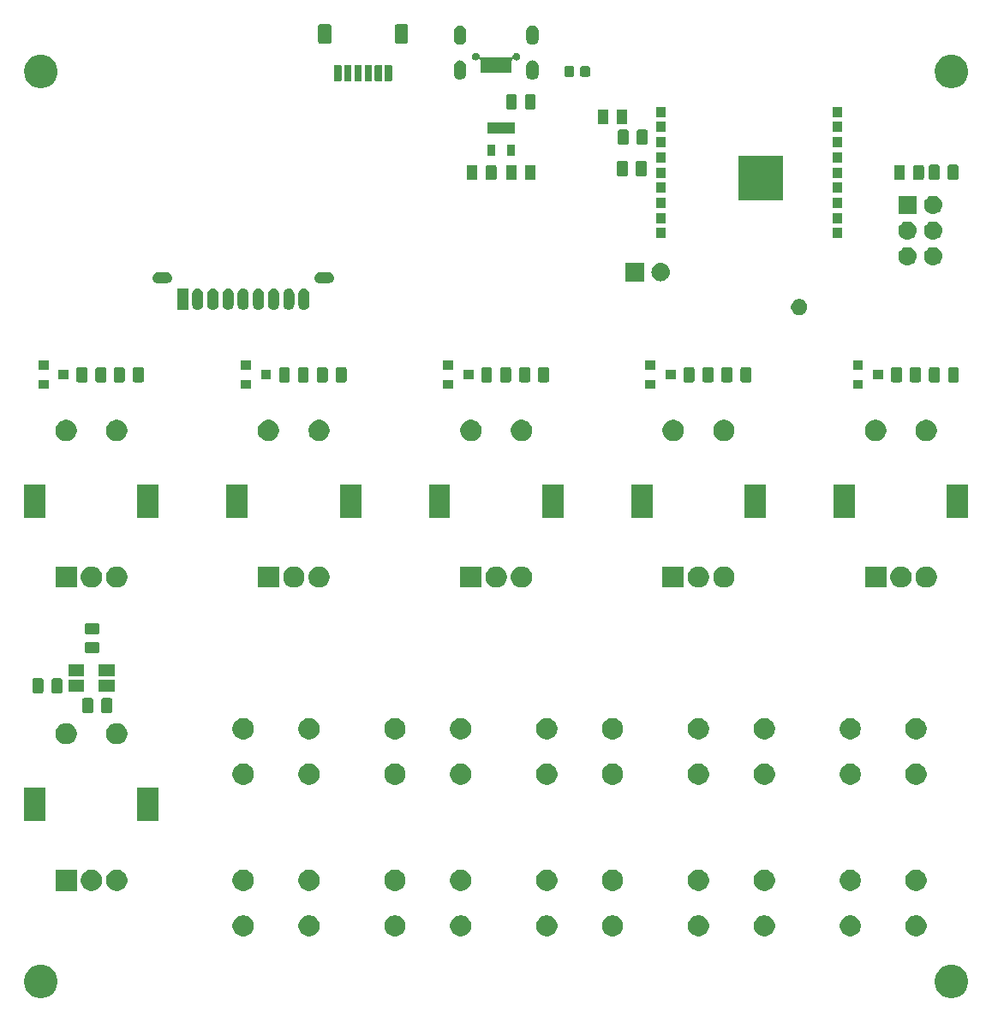
<source format=gts>
G04 #@! TF.GenerationSoftware,KiCad,Pcbnew,(5.1.0)-1*
G04 #@! TF.CreationDate,2019-03-31T10:15:14+09:00*
G04 #@! TF.ProjectId,LrE-6,4c72452d-362e-46b6-9963-61645f706362,rev?*
G04 #@! TF.SameCoordinates,Original*
G04 #@! TF.FileFunction,Soldermask,Top*
G04 #@! TF.FilePolarity,Negative*
%FSLAX46Y46*%
G04 Gerber Fmt 4.6, Leading zero omitted, Abs format (unit mm)*
G04 Created by KiCad (PCBNEW (5.1.0)-1) date 2019-03-31 10:15:14*
%MOMM*%
%LPD*%
G04 APERTURE LIST*
%ADD10C,0.100000*%
G04 APERTURE END LIST*
D10*
G36*
X160375256Y-148391298D02*
G01*
X160481579Y-148412447D01*
X160782042Y-148536903D01*
X161052451Y-148717585D01*
X161282415Y-148947549D01*
X161463097Y-149217958D01*
X161587553Y-149518421D01*
X161651000Y-149837391D01*
X161651000Y-150162609D01*
X161587553Y-150481579D01*
X161463097Y-150782042D01*
X161282415Y-151052451D01*
X161052451Y-151282415D01*
X160782042Y-151463097D01*
X160481579Y-151587553D01*
X160375256Y-151608702D01*
X160162611Y-151651000D01*
X159837389Y-151651000D01*
X159624744Y-151608702D01*
X159518421Y-151587553D01*
X159217958Y-151463097D01*
X158947549Y-151282415D01*
X158717585Y-151052451D01*
X158536903Y-150782042D01*
X158412447Y-150481579D01*
X158349000Y-150162609D01*
X158349000Y-149837391D01*
X158412447Y-149518421D01*
X158536903Y-149217958D01*
X158717585Y-148947549D01*
X158947549Y-148717585D01*
X159217958Y-148536903D01*
X159518421Y-148412447D01*
X159624744Y-148391298D01*
X159837389Y-148349000D01*
X160162611Y-148349000D01*
X160375256Y-148391298D01*
X160375256Y-148391298D01*
G37*
G36*
X70375256Y-148391298D02*
G01*
X70481579Y-148412447D01*
X70782042Y-148536903D01*
X71052451Y-148717585D01*
X71282415Y-148947549D01*
X71463097Y-149217958D01*
X71587553Y-149518421D01*
X71651000Y-149837391D01*
X71651000Y-150162609D01*
X71587553Y-150481579D01*
X71463097Y-150782042D01*
X71282415Y-151052451D01*
X71052451Y-151282415D01*
X70782042Y-151463097D01*
X70481579Y-151587553D01*
X70375256Y-151608702D01*
X70162611Y-151651000D01*
X69837389Y-151651000D01*
X69624744Y-151608702D01*
X69518421Y-151587553D01*
X69217958Y-151463097D01*
X68947549Y-151282415D01*
X68717585Y-151052451D01*
X68536903Y-150782042D01*
X68412447Y-150481579D01*
X68349000Y-150162609D01*
X68349000Y-149837391D01*
X68412447Y-149518421D01*
X68536903Y-149217958D01*
X68717585Y-148947549D01*
X68947549Y-148717585D01*
X69217958Y-148536903D01*
X69518421Y-148412447D01*
X69624744Y-148391298D01*
X69837389Y-148349000D01*
X70162611Y-148349000D01*
X70375256Y-148391298D01*
X70375256Y-148391298D01*
G37*
G36*
X90306564Y-143489389D02*
G01*
X90497833Y-143568615D01*
X90497835Y-143568616D01*
X90669973Y-143683635D01*
X90816365Y-143830027D01*
X90931385Y-144002167D01*
X91010611Y-144193436D01*
X91051000Y-144396484D01*
X91051000Y-144603516D01*
X91010611Y-144806564D01*
X90931385Y-144997833D01*
X90931384Y-144997835D01*
X90816365Y-145169973D01*
X90669973Y-145316365D01*
X90497835Y-145431384D01*
X90497834Y-145431385D01*
X90497833Y-145431385D01*
X90306564Y-145510611D01*
X90103516Y-145551000D01*
X89896484Y-145551000D01*
X89693436Y-145510611D01*
X89502167Y-145431385D01*
X89502166Y-145431385D01*
X89502165Y-145431384D01*
X89330027Y-145316365D01*
X89183635Y-145169973D01*
X89068616Y-144997835D01*
X89068615Y-144997833D01*
X88989389Y-144806564D01*
X88949000Y-144603516D01*
X88949000Y-144396484D01*
X88989389Y-144193436D01*
X89068615Y-144002167D01*
X89183635Y-143830027D01*
X89330027Y-143683635D01*
X89502165Y-143568616D01*
X89502167Y-143568615D01*
X89693436Y-143489389D01*
X89896484Y-143449000D01*
X90103516Y-143449000D01*
X90306564Y-143489389D01*
X90306564Y-143489389D01*
G37*
G36*
X96806564Y-143489389D02*
G01*
X96997833Y-143568615D01*
X96997835Y-143568616D01*
X97169973Y-143683635D01*
X97316365Y-143830027D01*
X97431385Y-144002167D01*
X97510611Y-144193436D01*
X97551000Y-144396484D01*
X97551000Y-144603516D01*
X97510611Y-144806564D01*
X97431385Y-144997833D01*
X97431384Y-144997835D01*
X97316365Y-145169973D01*
X97169973Y-145316365D01*
X96997835Y-145431384D01*
X96997834Y-145431385D01*
X96997833Y-145431385D01*
X96806564Y-145510611D01*
X96603516Y-145551000D01*
X96396484Y-145551000D01*
X96193436Y-145510611D01*
X96002167Y-145431385D01*
X96002166Y-145431385D01*
X96002165Y-145431384D01*
X95830027Y-145316365D01*
X95683635Y-145169973D01*
X95568616Y-144997835D01*
X95568615Y-144997833D01*
X95489389Y-144806564D01*
X95449000Y-144603516D01*
X95449000Y-144396484D01*
X95489389Y-144193436D01*
X95568615Y-144002167D01*
X95683635Y-143830027D01*
X95830027Y-143683635D01*
X96002165Y-143568616D01*
X96002167Y-143568615D01*
X96193436Y-143489389D01*
X96396484Y-143449000D01*
X96603516Y-143449000D01*
X96806564Y-143489389D01*
X96806564Y-143489389D01*
G37*
G36*
X126806564Y-143489389D02*
G01*
X126997833Y-143568615D01*
X126997835Y-143568616D01*
X127169973Y-143683635D01*
X127316365Y-143830027D01*
X127431385Y-144002167D01*
X127510611Y-144193436D01*
X127551000Y-144396484D01*
X127551000Y-144603516D01*
X127510611Y-144806564D01*
X127431385Y-144997833D01*
X127431384Y-144997835D01*
X127316365Y-145169973D01*
X127169973Y-145316365D01*
X126997835Y-145431384D01*
X126997834Y-145431385D01*
X126997833Y-145431385D01*
X126806564Y-145510611D01*
X126603516Y-145551000D01*
X126396484Y-145551000D01*
X126193436Y-145510611D01*
X126002167Y-145431385D01*
X126002166Y-145431385D01*
X126002165Y-145431384D01*
X125830027Y-145316365D01*
X125683635Y-145169973D01*
X125568616Y-144997835D01*
X125568615Y-144997833D01*
X125489389Y-144806564D01*
X125449000Y-144603516D01*
X125449000Y-144396484D01*
X125489389Y-144193436D01*
X125568615Y-144002167D01*
X125683635Y-143830027D01*
X125830027Y-143683635D01*
X126002165Y-143568616D01*
X126002167Y-143568615D01*
X126193436Y-143489389D01*
X126396484Y-143449000D01*
X126603516Y-143449000D01*
X126806564Y-143489389D01*
X126806564Y-143489389D01*
G37*
G36*
X120306564Y-143489389D02*
G01*
X120497833Y-143568615D01*
X120497835Y-143568616D01*
X120669973Y-143683635D01*
X120816365Y-143830027D01*
X120931385Y-144002167D01*
X121010611Y-144193436D01*
X121051000Y-144396484D01*
X121051000Y-144603516D01*
X121010611Y-144806564D01*
X120931385Y-144997833D01*
X120931384Y-144997835D01*
X120816365Y-145169973D01*
X120669973Y-145316365D01*
X120497835Y-145431384D01*
X120497834Y-145431385D01*
X120497833Y-145431385D01*
X120306564Y-145510611D01*
X120103516Y-145551000D01*
X119896484Y-145551000D01*
X119693436Y-145510611D01*
X119502167Y-145431385D01*
X119502166Y-145431385D01*
X119502165Y-145431384D01*
X119330027Y-145316365D01*
X119183635Y-145169973D01*
X119068616Y-144997835D01*
X119068615Y-144997833D01*
X118989389Y-144806564D01*
X118949000Y-144603516D01*
X118949000Y-144396484D01*
X118989389Y-144193436D01*
X119068615Y-144002167D01*
X119183635Y-143830027D01*
X119330027Y-143683635D01*
X119502165Y-143568616D01*
X119502167Y-143568615D01*
X119693436Y-143489389D01*
X119896484Y-143449000D01*
X120103516Y-143449000D01*
X120306564Y-143489389D01*
X120306564Y-143489389D01*
G37*
G36*
X135306564Y-143489389D02*
G01*
X135497833Y-143568615D01*
X135497835Y-143568616D01*
X135669973Y-143683635D01*
X135816365Y-143830027D01*
X135931385Y-144002167D01*
X136010611Y-144193436D01*
X136051000Y-144396484D01*
X136051000Y-144603516D01*
X136010611Y-144806564D01*
X135931385Y-144997833D01*
X135931384Y-144997835D01*
X135816365Y-145169973D01*
X135669973Y-145316365D01*
X135497835Y-145431384D01*
X135497834Y-145431385D01*
X135497833Y-145431385D01*
X135306564Y-145510611D01*
X135103516Y-145551000D01*
X134896484Y-145551000D01*
X134693436Y-145510611D01*
X134502167Y-145431385D01*
X134502166Y-145431385D01*
X134502165Y-145431384D01*
X134330027Y-145316365D01*
X134183635Y-145169973D01*
X134068616Y-144997835D01*
X134068615Y-144997833D01*
X133989389Y-144806564D01*
X133949000Y-144603516D01*
X133949000Y-144396484D01*
X133989389Y-144193436D01*
X134068615Y-144002167D01*
X134183635Y-143830027D01*
X134330027Y-143683635D01*
X134502165Y-143568616D01*
X134502167Y-143568615D01*
X134693436Y-143489389D01*
X134896484Y-143449000D01*
X135103516Y-143449000D01*
X135306564Y-143489389D01*
X135306564Y-143489389D01*
G37*
G36*
X141806564Y-143489389D02*
G01*
X141997833Y-143568615D01*
X141997835Y-143568616D01*
X142169973Y-143683635D01*
X142316365Y-143830027D01*
X142431385Y-144002167D01*
X142510611Y-144193436D01*
X142551000Y-144396484D01*
X142551000Y-144603516D01*
X142510611Y-144806564D01*
X142431385Y-144997833D01*
X142431384Y-144997835D01*
X142316365Y-145169973D01*
X142169973Y-145316365D01*
X141997835Y-145431384D01*
X141997834Y-145431385D01*
X141997833Y-145431385D01*
X141806564Y-145510611D01*
X141603516Y-145551000D01*
X141396484Y-145551000D01*
X141193436Y-145510611D01*
X141002167Y-145431385D01*
X141002166Y-145431385D01*
X141002165Y-145431384D01*
X140830027Y-145316365D01*
X140683635Y-145169973D01*
X140568616Y-144997835D01*
X140568615Y-144997833D01*
X140489389Y-144806564D01*
X140449000Y-144603516D01*
X140449000Y-144396484D01*
X140489389Y-144193436D01*
X140568615Y-144002167D01*
X140683635Y-143830027D01*
X140830027Y-143683635D01*
X141002165Y-143568616D01*
X141002167Y-143568615D01*
X141193436Y-143489389D01*
X141396484Y-143449000D01*
X141603516Y-143449000D01*
X141806564Y-143489389D01*
X141806564Y-143489389D01*
G37*
G36*
X156806564Y-143489389D02*
G01*
X156997833Y-143568615D01*
X156997835Y-143568616D01*
X157169973Y-143683635D01*
X157316365Y-143830027D01*
X157431385Y-144002167D01*
X157510611Y-144193436D01*
X157551000Y-144396484D01*
X157551000Y-144603516D01*
X157510611Y-144806564D01*
X157431385Y-144997833D01*
X157431384Y-144997835D01*
X157316365Y-145169973D01*
X157169973Y-145316365D01*
X156997835Y-145431384D01*
X156997834Y-145431385D01*
X156997833Y-145431385D01*
X156806564Y-145510611D01*
X156603516Y-145551000D01*
X156396484Y-145551000D01*
X156193436Y-145510611D01*
X156002167Y-145431385D01*
X156002166Y-145431385D01*
X156002165Y-145431384D01*
X155830027Y-145316365D01*
X155683635Y-145169973D01*
X155568616Y-144997835D01*
X155568615Y-144997833D01*
X155489389Y-144806564D01*
X155449000Y-144603516D01*
X155449000Y-144396484D01*
X155489389Y-144193436D01*
X155568615Y-144002167D01*
X155683635Y-143830027D01*
X155830027Y-143683635D01*
X156002165Y-143568616D01*
X156002167Y-143568615D01*
X156193436Y-143489389D01*
X156396484Y-143449000D01*
X156603516Y-143449000D01*
X156806564Y-143489389D01*
X156806564Y-143489389D01*
G37*
G36*
X150306564Y-143489389D02*
G01*
X150497833Y-143568615D01*
X150497835Y-143568616D01*
X150669973Y-143683635D01*
X150816365Y-143830027D01*
X150931385Y-144002167D01*
X151010611Y-144193436D01*
X151051000Y-144396484D01*
X151051000Y-144603516D01*
X151010611Y-144806564D01*
X150931385Y-144997833D01*
X150931384Y-144997835D01*
X150816365Y-145169973D01*
X150669973Y-145316365D01*
X150497835Y-145431384D01*
X150497834Y-145431385D01*
X150497833Y-145431385D01*
X150306564Y-145510611D01*
X150103516Y-145551000D01*
X149896484Y-145551000D01*
X149693436Y-145510611D01*
X149502167Y-145431385D01*
X149502166Y-145431385D01*
X149502165Y-145431384D01*
X149330027Y-145316365D01*
X149183635Y-145169973D01*
X149068616Y-144997835D01*
X149068615Y-144997833D01*
X148989389Y-144806564D01*
X148949000Y-144603516D01*
X148949000Y-144396484D01*
X148989389Y-144193436D01*
X149068615Y-144002167D01*
X149183635Y-143830027D01*
X149330027Y-143683635D01*
X149502165Y-143568616D01*
X149502167Y-143568615D01*
X149693436Y-143489389D01*
X149896484Y-143449000D01*
X150103516Y-143449000D01*
X150306564Y-143489389D01*
X150306564Y-143489389D01*
G37*
G36*
X111806564Y-143489389D02*
G01*
X111997833Y-143568615D01*
X111997835Y-143568616D01*
X112169973Y-143683635D01*
X112316365Y-143830027D01*
X112431385Y-144002167D01*
X112510611Y-144193436D01*
X112551000Y-144396484D01*
X112551000Y-144603516D01*
X112510611Y-144806564D01*
X112431385Y-144997833D01*
X112431384Y-144997835D01*
X112316365Y-145169973D01*
X112169973Y-145316365D01*
X111997835Y-145431384D01*
X111997834Y-145431385D01*
X111997833Y-145431385D01*
X111806564Y-145510611D01*
X111603516Y-145551000D01*
X111396484Y-145551000D01*
X111193436Y-145510611D01*
X111002167Y-145431385D01*
X111002166Y-145431385D01*
X111002165Y-145431384D01*
X110830027Y-145316365D01*
X110683635Y-145169973D01*
X110568616Y-144997835D01*
X110568615Y-144997833D01*
X110489389Y-144806564D01*
X110449000Y-144603516D01*
X110449000Y-144396484D01*
X110489389Y-144193436D01*
X110568615Y-144002167D01*
X110683635Y-143830027D01*
X110830027Y-143683635D01*
X111002165Y-143568616D01*
X111002167Y-143568615D01*
X111193436Y-143489389D01*
X111396484Y-143449000D01*
X111603516Y-143449000D01*
X111806564Y-143489389D01*
X111806564Y-143489389D01*
G37*
G36*
X105306564Y-143489389D02*
G01*
X105497833Y-143568615D01*
X105497835Y-143568616D01*
X105669973Y-143683635D01*
X105816365Y-143830027D01*
X105931385Y-144002167D01*
X106010611Y-144193436D01*
X106051000Y-144396484D01*
X106051000Y-144603516D01*
X106010611Y-144806564D01*
X105931385Y-144997833D01*
X105931384Y-144997835D01*
X105816365Y-145169973D01*
X105669973Y-145316365D01*
X105497835Y-145431384D01*
X105497834Y-145431385D01*
X105497833Y-145431385D01*
X105306564Y-145510611D01*
X105103516Y-145551000D01*
X104896484Y-145551000D01*
X104693436Y-145510611D01*
X104502167Y-145431385D01*
X104502166Y-145431385D01*
X104502165Y-145431384D01*
X104330027Y-145316365D01*
X104183635Y-145169973D01*
X104068616Y-144997835D01*
X104068615Y-144997833D01*
X103989389Y-144806564D01*
X103949000Y-144603516D01*
X103949000Y-144396484D01*
X103989389Y-144193436D01*
X104068615Y-144002167D01*
X104183635Y-143830027D01*
X104330027Y-143683635D01*
X104502165Y-143568616D01*
X104502167Y-143568615D01*
X104693436Y-143489389D01*
X104896484Y-143449000D01*
X105103516Y-143449000D01*
X105306564Y-143489389D01*
X105306564Y-143489389D01*
G37*
G36*
X156806564Y-138989389D02*
G01*
X156997833Y-139068615D01*
X156997835Y-139068616D01*
X157169973Y-139183635D01*
X157316365Y-139330027D01*
X157431385Y-139502167D01*
X157510611Y-139693436D01*
X157551000Y-139896484D01*
X157551000Y-140103516D01*
X157510611Y-140306564D01*
X157431385Y-140497833D01*
X157431384Y-140497835D01*
X157316365Y-140669973D01*
X157169973Y-140816365D01*
X156997835Y-140931384D01*
X156997834Y-140931385D01*
X156997833Y-140931385D01*
X156806564Y-141010611D01*
X156603516Y-141051000D01*
X156396484Y-141051000D01*
X156193436Y-141010611D01*
X156002167Y-140931385D01*
X156002166Y-140931385D01*
X156002165Y-140931384D01*
X155830027Y-140816365D01*
X155683635Y-140669973D01*
X155568616Y-140497835D01*
X155568615Y-140497833D01*
X155489389Y-140306564D01*
X155449000Y-140103516D01*
X155449000Y-139896484D01*
X155489389Y-139693436D01*
X155568615Y-139502167D01*
X155683635Y-139330027D01*
X155830027Y-139183635D01*
X156002165Y-139068616D01*
X156002167Y-139068615D01*
X156193436Y-138989389D01*
X156396484Y-138949000D01*
X156603516Y-138949000D01*
X156806564Y-138989389D01*
X156806564Y-138989389D01*
G37*
G36*
X126806564Y-138989389D02*
G01*
X126997833Y-139068615D01*
X126997835Y-139068616D01*
X127169973Y-139183635D01*
X127316365Y-139330027D01*
X127431385Y-139502167D01*
X127510611Y-139693436D01*
X127551000Y-139896484D01*
X127551000Y-140103516D01*
X127510611Y-140306564D01*
X127431385Y-140497833D01*
X127431384Y-140497835D01*
X127316365Y-140669973D01*
X127169973Y-140816365D01*
X126997835Y-140931384D01*
X126997834Y-140931385D01*
X126997833Y-140931385D01*
X126806564Y-141010611D01*
X126603516Y-141051000D01*
X126396484Y-141051000D01*
X126193436Y-141010611D01*
X126002167Y-140931385D01*
X126002166Y-140931385D01*
X126002165Y-140931384D01*
X125830027Y-140816365D01*
X125683635Y-140669973D01*
X125568616Y-140497835D01*
X125568615Y-140497833D01*
X125489389Y-140306564D01*
X125449000Y-140103516D01*
X125449000Y-139896484D01*
X125489389Y-139693436D01*
X125568615Y-139502167D01*
X125683635Y-139330027D01*
X125830027Y-139183635D01*
X126002165Y-139068616D01*
X126002167Y-139068615D01*
X126193436Y-138989389D01*
X126396484Y-138949000D01*
X126603516Y-138949000D01*
X126806564Y-138989389D01*
X126806564Y-138989389D01*
G37*
G36*
X120306564Y-138989389D02*
G01*
X120497833Y-139068615D01*
X120497835Y-139068616D01*
X120669973Y-139183635D01*
X120816365Y-139330027D01*
X120931385Y-139502167D01*
X121010611Y-139693436D01*
X121051000Y-139896484D01*
X121051000Y-140103516D01*
X121010611Y-140306564D01*
X120931385Y-140497833D01*
X120931384Y-140497835D01*
X120816365Y-140669973D01*
X120669973Y-140816365D01*
X120497835Y-140931384D01*
X120497834Y-140931385D01*
X120497833Y-140931385D01*
X120306564Y-141010611D01*
X120103516Y-141051000D01*
X119896484Y-141051000D01*
X119693436Y-141010611D01*
X119502167Y-140931385D01*
X119502166Y-140931385D01*
X119502165Y-140931384D01*
X119330027Y-140816365D01*
X119183635Y-140669973D01*
X119068616Y-140497835D01*
X119068615Y-140497833D01*
X118989389Y-140306564D01*
X118949000Y-140103516D01*
X118949000Y-139896484D01*
X118989389Y-139693436D01*
X119068615Y-139502167D01*
X119183635Y-139330027D01*
X119330027Y-139183635D01*
X119502165Y-139068616D01*
X119502167Y-139068615D01*
X119693436Y-138989389D01*
X119896484Y-138949000D01*
X120103516Y-138949000D01*
X120306564Y-138989389D01*
X120306564Y-138989389D01*
G37*
G36*
X96806564Y-138989389D02*
G01*
X96997833Y-139068615D01*
X96997835Y-139068616D01*
X97169973Y-139183635D01*
X97316365Y-139330027D01*
X97431385Y-139502167D01*
X97510611Y-139693436D01*
X97551000Y-139896484D01*
X97551000Y-140103516D01*
X97510611Y-140306564D01*
X97431385Y-140497833D01*
X97431384Y-140497835D01*
X97316365Y-140669973D01*
X97169973Y-140816365D01*
X96997835Y-140931384D01*
X96997834Y-140931385D01*
X96997833Y-140931385D01*
X96806564Y-141010611D01*
X96603516Y-141051000D01*
X96396484Y-141051000D01*
X96193436Y-141010611D01*
X96002167Y-140931385D01*
X96002166Y-140931385D01*
X96002165Y-140931384D01*
X95830027Y-140816365D01*
X95683635Y-140669973D01*
X95568616Y-140497835D01*
X95568615Y-140497833D01*
X95489389Y-140306564D01*
X95449000Y-140103516D01*
X95449000Y-139896484D01*
X95489389Y-139693436D01*
X95568615Y-139502167D01*
X95683635Y-139330027D01*
X95830027Y-139183635D01*
X96002165Y-139068616D01*
X96002167Y-139068615D01*
X96193436Y-138989389D01*
X96396484Y-138949000D01*
X96603516Y-138949000D01*
X96806564Y-138989389D01*
X96806564Y-138989389D01*
G37*
G36*
X90306564Y-138989389D02*
G01*
X90497833Y-139068615D01*
X90497835Y-139068616D01*
X90669973Y-139183635D01*
X90816365Y-139330027D01*
X90931385Y-139502167D01*
X91010611Y-139693436D01*
X91051000Y-139896484D01*
X91051000Y-140103516D01*
X91010611Y-140306564D01*
X90931385Y-140497833D01*
X90931384Y-140497835D01*
X90816365Y-140669973D01*
X90669973Y-140816365D01*
X90497835Y-140931384D01*
X90497834Y-140931385D01*
X90497833Y-140931385D01*
X90306564Y-141010611D01*
X90103516Y-141051000D01*
X89896484Y-141051000D01*
X89693436Y-141010611D01*
X89502167Y-140931385D01*
X89502166Y-140931385D01*
X89502165Y-140931384D01*
X89330027Y-140816365D01*
X89183635Y-140669973D01*
X89068616Y-140497835D01*
X89068615Y-140497833D01*
X88989389Y-140306564D01*
X88949000Y-140103516D01*
X88949000Y-139896484D01*
X88989389Y-139693436D01*
X89068615Y-139502167D01*
X89183635Y-139330027D01*
X89330027Y-139183635D01*
X89502165Y-139068616D01*
X89502167Y-139068615D01*
X89693436Y-138989389D01*
X89896484Y-138949000D01*
X90103516Y-138949000D01*
X90306564Y-138989389D01*
X90306564Y-138989389D01*
G37*
G36*
X105306564Y-138989389D02*
G01*
X105497833Y-139068615D01*
X105497835Y-139068616D01*
X105669973Y-139183635D01*
X105816365Y-139330027D01*
X105931385Y-139502167D01*
X106010611Y-139693436D01*
X106051000Y-139896484D01*
X106051000Y-140103516D01*
X106010611Y-140306564D01*
X105931385Y-140497833D01*
X105931384Y-140497835D01*
X105816365Y-140669973D01*
X105669973Y-140816365D01*
X105497835Y-140931384D01*
X105497834Y-140931385D01*
X105497833Y-140931385D01*
X105306564Y-141010611D01*
X105103516Y-141051000D01*
X104896484Y-141051000D01*
X104693436Y-141010611D01*
X104502167Y-140931385D01*
X104502166Y-140931385D01*
X104502165Y-140931384D01*
X104330027Y-140816365D01*
X104183635Y-140669973D01*
X104068616Y-140497835D01*
X104068615Y-140497833D01*
X103989389Y-140306564D01*
X103949000Y-140103516D01*
X103949000Y-139896484D01*
X103989389Y-139693436D01*
X104068615Y-139502167D01*
X104183635Y-139330027D01*
X104330027Y-139183635D01*
X104502165Y-139068616D01*
X104502167Y-139068615D01*
X104693436Y-138989389D01*
X104896484Y-138949000D01*
X105103516Y-138949000D01*
X105306564Y-138989389D01*
X105306564Y-138989389D01*
G37*
G36*
X111806564Y-138989389D02*
G01*
X111997833Y-139068615D01*
X111997835Y-139068616D01*
X112169973Y-139183635D01*
X112316365Y-139330027D01*
X112431385Y-139502167D01*
X112510611Y-139693436D01*
X112551000Y-139896484D01*
X112551000Y-140103516D01*
X112510611Y-140306564D01*
X112431385Y-140497833D01*
X112431384Y-140497835D01*
X112316365Y-140669973D01*
X112169973Y-140816365D01*
X111997835Y-140931384D01*
X111997834Y-140931385D01*
X111997833Y-140931385D01*
X111806564Y-141010611D01*
X111603516Y-141051000D01*
X111396484Y-141051000D01*
X111193436Y-141010611D01*
X111002167Y-140931385D01*
X111002166Y-140931385D01*
X111002165Y-140931384D01*
X110830027Y-140816365D01*
X110683635Y-140669973D01*
X110568616Y-140497835D01*
X110568615Y-140497833D01*
X110489389Y-140306564D01*
X110449000Y-140103516D01*
X110449000Y-139896484D01*
X110489389Y-139693436D01*
X110568615Y-139502167D01*
X110683635Y-139330027D01*
X110830027Y-139183635D01*
X111002165Y-139068616D01*
X111002167Y-139068615D01*
X111193436Y-138989389D01*
X111396484Y-138949000D01*
X111603516Y-138949000D01*
X111806564Y-138989389D01*
X111806564Y-138989389D01*
G37*
G36*
X135306564Y-138989389D02*
G01*
X135497833Y-139068615D01*
X135497835Y-139068616D01*
X135669973Y-139183635D01*
X135816365Y-139330027D01*
X135931385Y-139502167D01*
X136010611Y-139693436D01*
X136051000Y-139896484D01*
X136051000Y-140103516D01*
X136010611Y-140306564D01*
X135931385Y-140497833D01*
X135931384Y-140497835D01*
X135816365Y-140669973D01*
X135669973Y-140816365D01*
X135497835Y-140931384D01*
X135497834Y-140931385D01*
X135497833Y-140931385D01*
X135306564Y-141010611D01*
X135103516Y-141051000D01*
X134896484Y-141051000D01*
X134693436Y-141010611D01*
X134502167Y-140931385D01*
X134502166Y-140931385D01*
X134502165Y-140931384D01*
X134330027Y-140816365D01*
X134183635Y-140669973D01*
X134068616Y-140497835D01*
X134068615Y-140497833D01*
X133989389Y-140306564D01*
X133949000Y-140103516D01*
X133949000Y-139896484D01*
X133989389Y-139693436D01*
X134068615Y-139502167D01*
X134183635Y-139330027D01*
X134330027Y-139183635D01*
X134502165Y-139068616D01*
X134502167Y-139068615D01*
X134693436Y-138989389D01*
X134896484Y-138949000D01*
X135103516Y-138949000D01*
X135306564Y-138989389D01*
X135306564Y-138989389D01*
G37*
G36*
X141806564Y-138989389D02*
G01*
X141997833Y-139068615D01*
X141997835Y-139068616D01*
X142169973Y-139183635D01*
X142316365Y-139330027D01*
X142431385Y-139502167D01*
X142510611Y-139693436D01*
X142551000Y-139896484D01*
X142551000Y-140103516D01*
X142510611Y-140306564D01*
X142431385Y-140497833D01*
X142431384Y-140497835D01*
X142316365Y-140669973D01*
X142169973Y-140816365D01*
X141997835Y-140931384D01*
X141997834Y-140931385D01*
X141997833Y-140931385D01*
X141806564Y-141010611D01*
X141603516Y-141051000D01*
X141396484Y-141051000D01*
X141193436Y-141010611D01*
X141002167Y-140931385D01*
X141002166Y-140931385D01*
X141002165Y-140931384D01*
X140830027Y-140816365D01*
X140683635Y-140669973D01*
X140568616Y-140497835D01*
X140568615Y-140497833D01*
X140489389Y-140306564D01*
X140449000Y-140103516D01*
X140449000Y-139896484D01*
X140489389Y-139693436D01*
X140568615Y-139502167D01*
X140683635Y-139330027D01*
X140830027Y-139183635D01*
X141002165Y-139068616D01*
X141002167Y-139068615D01*
X141193436Y-138989389D01*
X141396484Y-138949000D01*
X141603516Y-138949000D01*
X141806564Y-138989389D01*
X141806564Y-138989389D01*
G37*
G36*
X77806564Y-138989389D02*
G01*
X77997833Y-139068615D01*
X77997835Y-139068616D01*
X78169973Y-139183635D01*
X78316365Y-139330027D01*
X78431385Y-139502167D01*
X78510611Y-139693436D01*
X78551000Y-139896484D01*
X78551000Y-140103516D01*
X78510611Y-140306564D01*
X78431385Y-140497833D01*
X78431384Y-140497835D01*
X78316365Y-140669973D01*
X78169973Y-140816365D01*
X77997835Y-140931384D01*
X77997834Y-140931385D01*
X77997833Y-140931385D01*
X77806564Y-141010611D01*
X77603516Y-141051000D01*
X77396484Y-141051000D01*
X77193436Y-141010611D01*
X77002167Y-140931385D01*
X77002166Y-140931385D01*
X77002165Y-140931384D01*
X76830027Y-140816365D01*
X76683635Y-140669973D01*
X76568616Y-140497835D01*
X76568615Y-140497833D01*
X76489389Y-140306564D01*
X76449000Y-140103516D01*
X76449000Y-139896484D01*
X76489389Y-139693436D01*
X76568615Y-139502167D01*
X76683635Y-139330027D01*
X76830027Y-139183635D01*
X77002165Y-139068616D01*
X77002167Y-139068615D01*
X77193436Y-138989389D01*
X77396484Y-138949000D01*
X77603516Y-138949000D01*
X77806564Y-138989389D01*
X77806564Y-138989389D01*
G37*
G36*
X75306564Y-138989389D02*
G01*
X75497833Y-139068615D01*
X75497835Y-139068616D01*
X75669973Y-139183635D01*
X75816365Y-139330027D01*
X75931385Y-139502167D01*
X76010611Y-139693436D01*
X76051000Y-139896484D01*
X76051000Y-140103516D01*
X76010611Y-140306564D01*
X75931385Y-140497833D01*
X75931384Y-140497835D01*
X75816365Y-140669973D01*
X75669973Y-140816365D01*
X75497835Y-140931384D01*
X75497834Y-140931385D01*
X75497833Y-140931385D01*
X75306564Y-141010611D01*
X75103516Y-141051000D01*
X74896484Y-141051000D01*
X74693436Y-141010611D01*
X74502167Y-140931385D01*
X74502166Y-140931385D01*
X74502165Y-140931384D01*
X74330027Y-140816365D01*
X74183635Y-140669973D01*
X74068616Y-140497835D01*
X74068615Y-140497833D01*
X73989389Y-140306564D01*
X73949000Y-140103516D01*
X73949000Y-139896484D01*
X73989389Y-139693436D01*
X74068615Y-139502167D01*
X74183635Y-139330027D01*
X74330027Y-139183635D01*
X74502165Y-139068616D01*
X74502167Y-139068615D01*
X74693436Y-138989389D01*
X74896484Y-138949000D01*
X75103516Y-138949000D01*
X75306564Y-138989389D01*
X75306564Y-138989389D01*
G37*
G36*
X73551000Y-141051000D02*
G01*
X71449000Y-141051000D01*
X71449000Y-138949000D01*
X73551000Y-138949000D01*
X73551000Y-141051000D01*
X73551000Y-141051000D01*
G37*
G36*
X150306564Y-138989389D02*
G01*
X150497833Y-139068615D01*
X150497835Y-139068616D01*
X150669973Y-139183635D01*
X150816365Y-139330027D01*
X150931385Y-139502167D01*
X151010611Y-139693436D01*
X151051000Y-139896484D01*
X151051000Y-140103516D01*
X151010611Y-140306564D01*
X150931385Y-140497833D01*
X150931384Y-140497835D01*
X150816365Y-140669973D01*
X150669973Y-140816365D01*
X150497835Y-140931384D01*
X150497834Y-140931385D01*
X150497833Y-140931385D01*
X150306564Y-141010611D01*
X150103516Y-141051000D01*
X149896484Y-141051000D01*
X149693436Y-141010611D01*
X149502167Y-140931385D01*
X149502166Y-140931385D01*
X149502165Y-140931384D01*
X149330027Y-140816365D01*
X149183635Y-140669973D01*
X149068616Y-140497835D01*
X149068615Y-140497833D01*
X148989389Y-140306564D01*
X148949000Y-140103516D01*
X148949000Y-139896484D01*
X148989389Y-139693436D01*
X149068615Y-139502167D01*
X149183635Y-139330027D01*
X149330027Y-139183635D01*
X149502165Y-139068616D01*
X149502167Y-139068615D01*
X149693436Y-138989389D01*
X149896484Y-138949000D01*
X150103516Y-138949000D01*
X150306564Y-138989389D01*
X150306564Y-138989389D01*
G37*
G36*
X81651000Y-134151000D02*
G01*
X79549000Y-134151000D01*
X79549000Y-130849000D01*
X81651000Y-130849000D01*
X81651000Y-134151000D01*
X81651000Y-134151000D01*
G37*
G36*
X70451000Y-134151000D02*
G01*
X68349000Y-134151000D01*
X68349000Y-130849000D01*
X70451000Y-130849000D01*
X70451000Y-134151000D01*
X70451000Y-134151000D01*
G37*
G36*
X96806564Y-128489389D02*
G01*
X96997833Y-128568615D01*
X96997835Y-128568616D01*
X97169973Y-128683635D01*
X97316365Y-128830027D01*
X97431385Y-129002167D01*
X97510611Y-129193436D01*
X97551000Y-129396484D01*
X97551000Y-129603516D01*
X97510611Y-129806564D01*
X97431385Y-129997833D01*
X97431384Y-129997835D01*
X97316365Y-130169973D01*
X97169973Y-130316365D01*
X96997835Y-130431384D01*
X96997834Y-130431385D01*
X96997833Y-130431385D01*
X96806564Y-130510611D01*
X96603516Y-130551000D01*
X96396484Y-130551000D01*
X96193436Y-130510611D01*
X96002167Y-130431385D01*
X96002166Y-130431385D01*
X96002165Y-130431384D01*
X95830027Y-130316365D01*
X95683635Y-130169973D01*
X95568616Y-129997835D01*
X95568615Y-129997833D01*
X95489389Y-129806564D01*
X95449000Y-129603516D01*
X95449000Y-129396484D01*
X95489389Y-129193436D01*
X95568615Y-129002167D01*
X95683635Y-128830027D01*
X95830027Y-128683635D01*
X96002165Y-128568616D01*
X96002167Y-128568615D01*
X96193436Y-128489389D01*
X96396484Y-128449000D01*
X96603516Y-128449000D01*
X96806564Y-128489389D01*
X96806564Y-128489389D01*
G37*
G36*
X156806564Y-128489389D02*
G01*
X156997833Y-128568615D01*
X156997835Y-128568616D01*
X157169973Y-128683635D01*
X157316365Y-128830027D01*
X157431385Y-129002167D01*
X157510611Y-129193436D01*
X157551000Y-129396484D01*
X157551000Y-129603516D01*
X157510611Y-129806564D01*
X157431385Y-129997833D01*
X157431384Y-129997835D01*
X157316365Y-130169973D01*
X157169973Y-130316365D01*
X156997835Y-130431384D01*
X156997834Y-130431385D01*
X156997833Y-130431385D01*
X156806564Y-130510611D01*
X156603516Y-130551000D01*
X156396484Y-130551000D01*
X156193436Y-130510611D01*
X156002167Y-130431385D01*
X156002166Y-130431385D01*
X156002165Y-130431384D01*
X155830027Y-130316365D01*
X155683635Y-130169973D01*
X155568616Y-129997835D01*
X155568615Y-129997833D01*
X155489389Y-129806564D01*
X155449000Y-129603516D01*
X155449000Y-129396484D01*
X155489389Y-129193436D01*
X155568615Y-129002167D01*
X155683635Y-128830027D01*
X155830027Y-128683635D01*
X156002165Y-128568616D01*
X156002167Y-128568615D01*
X156193436Y-128489389D01*
X156396484Y-128449000D01*
X156603516Y-128449000D01*
X156806564Y-128489389D01*
X156806564Y-128489389D01*
G37*
G36*
X141806564Y-128489389D02*
G01*
X141997833Y-128568615D01*
X141997835Y-128568616D01*
X142169973Y-128683635D01*
X142316365Y-128830027D01*
X142431385Y-129002167D01*
X142510611Y-129193436D01*
X142551000Y-129396484D01*
X142551000Y-129603516D01*
X142510611Y-129806564D01*
X142431385Y-129997833D01*
X142431384Y-129997835D01*
X142316365Y-130169973D01*
X142169973Y-130316365D01*
X141997835Y-130431384D01*
X141997834Y-130431385D01*
X141997833Y-130431385D01*
X141806564Y-130510611D01*
X141603516Y-130551000D01*
X141396484Y-130551000D01*
X141193436Y-130510611D01*
X141002167Y-130431385D01*
X141002166Y-130431385D01*
X141002165Y-130431384D01*
X140830027Y-130316365D01*
X140683635Y-130169973D01*
X140568616Y-129997835D01*
X140568615Y-129997833D01*
X140489389Y-129806564D01*
X140449000Y-129603516D01*
X140449000Y-129396484D01*
X140489389Y-129193436D01*
X140568615Y-129002167D01*
X140683635Y-128830027D01*
X140830027Y-128683635D01*
X141002165Y-128568616D01*
X141002167Y-128568615D01*
X141193436Y-128489389D01*
X141396484Y-128449000D01*
X141603516Y-128449000D01*
X141806564Y-128489389D01*
X141806564Y-128489389D01*
G37*
G36*
X135306564Y-128489389D02*
G01*
X135497833Y-128568615D01*
X135497835Y-128568616D01*
X135669973Y-128683635D01*
X135816365Y-128830027D01*
X135931385Y-129002167D01*
X136010611Y-129193436D01*
X136051000Y-129396484D01*
X136051000Y-129603516D01*
X136010611Y-129806564D01*
X135931385Y-129997833D01*
X135931384Y-129997835D01*
X135816365Y-130169973D01*
X135669973Y-130316365D01*
X135497835Y-130431384D01*
X135497834Y-130431385D01*
X135497833Y-130431385D01*
X135306564Y-130510611D01*
X135103516Y-130551000D01*
X134896484Y-130551000D01*
X134693436Y-130510611D01*
X134502167Y-130431385D01*
X134502166Y-130431385D01*
X134502165Y-130431384D01*
X134330027Y-130316365D01*
X134183635Y-130169973D01*
X134068616Y-129997835D01*
X134068615Y-129997833D01*
X133989389Y-129806564D01*
X133949000Y-129603516D01*
X133949000Y-129396484D01*
X133989389Y-129193436D01*
X134068615Y-129002167D01*
X134183635Y-128830027D01*
X134330027Y-128683635D01*
X134502165Y-128568616D01*
X134502167Y-128568615D01*
X134693436Y-128489389D01*
X134896484Y-128449000D01*
X135103516Y-128449000D01*
X135306564Y-128489389D01*
X135306564Y-128489389D01*
G37*
G36*
X120306564Y-128489389D02*
G01*
X120497833Y-128568615D01*
X120497835Y-128568616D01*
X120669973Y-128683635D01*
X120816365Y-128830027D01*
X120931385Y-129002167D01*
X121010611Y-129193436D01*
X121051000Y-129396484D01*
X121051000Y-129603516D01*
X121010611Y-129806564D01*
X120931385Y-129997833D01*
X120931384Y-129997835D01*
X120816365Y-130169973D01*
X120669973Y-130316365D01*
X120497835Y-130431384D01*
X120497834Y-130431385D01*
X120497833Y-130431385D01*
X120306564Y-130510611D01*
X120103516Y-130551000D01*
X119896484Y-130551000D01*
X119693436Y-130510611D01*
X119502167Y-130431385D01*
X119502166Y-130431385D01*
X119502165Y-130431384D01*
X119330027Y-130316365D01*
X119183635Y-130169973D01*
X119068616Y-129997835D01*
X119068615Y-129997833D01*
X118989389Y-129806564D01*
X118949000Y-129603516D01*
X118949000Y-129396484D01*
X118989389Y-129193436D01*
X119068615Y-129002167D01*
X119183635Y-128830027D01*
X119330027Y-128683635D01*
X119502165Y-128568616D01*
X119502167Y-128568615D01*
X119693436Y-128489389D01*
X119896484Y-128449000D01*
X120103516Y-128449000D01*
X120306564Y-128489389D01*
X120306564Y-128489389D01*
G37*
G36*
X111806564Y-128489389D02*
G01*
X111997833Y-128568615D01*
X111997835Y-128568616D01*
X112169973Y-128683635D01*
X112316365Y-128830027D01*
X112431385Y-129002167D01*
X112510611Y-129193436D01*
X112551000Y-129396484D01*
X112551000Y-129603516D01*
X112510611Y-129806564D01*
X112431385Y-129997833D01*
X112431384Y-129997835D01*
X112316365Y-130169973D01*
X112169973Y-130316365D01*
X111997835Y-130431384D01*
X111997834Y-130431385D01*
X111997833Y-130431385D01*
X111806564Y-130510611D01*
X111603516Y-130551000D01*
X111396484Y-130551000D01*
X111193436Y-130510611D01*
X111002167Y-130431385D01*
X111002166Y-130431385D01*
X111002165Y-130431384D01*
X110830027Y-130316365D01*
X110683635Y-130169973D01*
X110568616Y-129997835D01*
X110568615Y-129997833D01*
X110489389Y-129806564D01*
X110449000Y-129603516D01*
X110449000Y-129396484D01*
X110489389Y-129193436D01*
X110568615Y-129002167D01*
X110683635Y-128830027D01*
X110830027Y-128683635D01*
X111002165Y-128568616D01*
X111002167Y-128568615D01*
X111193436Y-128489389D01*
X111396484Y-128449000D01*
X111603516Y-128449000D01*
X111806564Y-128489389D01*
X111806564Y-128489389D01*
G37*
G36*
X105306564Y-128489389D02*
G01*
X105497833Y-128568615D01*
X105497835Y-128568616D01*
X105669973Y-128683635D01*
X105816365Y-128830027D01*
X105931385Y-129002167D01*
X106010611Y-129193436D01*
X106051000Y-129396484D01*
X106051000Y-129603516D01*
X106010611Y-129806564D01*
X105931385Y-129997833D01*
X105931384Y-129997835D01*
X105816365Y-130169973D01*
X105669973Y-130316365D01*
X105497835Y-130431384D01*
X105497834Y-130431385D01*
X105497833Y-130431385D01*
X105306564Y-130510611D01*
X105103516Y-130551000D01*
X104896484Y-130551000D01*
X104693436Y-130510611D01*
X104502167Y-130431385D01*
X104502166Y-130431385D01*
X104502165Y-130431384D01*
X104330027Y-130316365D01*
X104183635Y-130169973D01*
X104068616Y-129997835D01*
X104068615Y-129997833D01*
X103989389Y-129806564D01*
X103949000Y-129603516D01*
X103949000Y-129396484D01*
X103989389Y-129193436D01*
X104068615Y-129002167D01*
X104183635Y-128830027D01*
X104330027Y-128683635D01*
X104502165Y-128568616D01*
X104502167Y-128568615D01*
X104693436Y-128489389D01*
X104896484Y-128449000D01*
X105103516Y-128449000D01*
X105306564Y-128489389D01*
X105306564Y-128489389D01*
G37*
G36*
X90306564Y-128489389D02*
G01*
X90497833Y-128568615D01*
X90497835Y-128568616D01*
X90669973Y-128683635D01*
X90816365Y-128830027D01*
X90931385Y-129002167D01*
X91010611Y-129193436D01*
X91051000Y-129396484D01*
X91051000Y-129603516D01*
X91010611Y-129806564D01*
X90931385Y-129997833D01*
X90931384Y-129997835D01*
X90816365Y-130169973D01*
X90669973Y-130316365D01*
X90497835Y-130431384D01*
X90497834Y-130431385D01*
X90497833Y-130431385D01*
X90306564Y-130510611D01*
X90103516Y-130551000D01*
X89896484Y-130551000D01*
X89693436Y-130510611D01*
X89502167Y-130431385D01*
X89502166Y-130431385D01*
X89502165Y-130431384D01*
X89330027Y-130316365D01*
X89183635Y-130169973D01*
X89068616Y-129997835D01*
X89068615Y-129997833D01*
X88989389Y-129806564D01*
X88949000Y-129603516D01*
X88949000Y-129396484D01*
X88989389Y-129193436D01*
X89068615Y-129002167D01*
X89183635Y-128830027D01*
X89330027Y-128683635D01*
X89502165Y-128568616D01*
X89502167Y-128568615D01*
X89693436Y-128489389D01*
X89896484Y-128449000D01*
X90103516Y-128449000D01*
X90306564Y-128489389D01*
X90306564Y-128489389D01*
G37*
G36*
X150306564Y-128489389D02*
G01*
X150497833Y-128568615D01*
X150497835Y-128568616D01*
X150669973Y-128683635D01*
X150816365Y-128830027D01*
X150931385Y-129002167D01*
X151010611Y-129193436D01*
X151051000Y-129396484D01*
X151051000Y-129603516D01*
X151010611Y-129806564D01*
X150931385Y-129997833D01*
X150931384Y-129997835D01*
X150816365Y-130169973D01*
X150669973Y-130316365D01*
X150497835Y-130431384D01*
X150497834Y-130431385D01*
X150497833Y-130431385D01*
X150306564Y-130510611D01*
X150103516Y-130551000D01*
X149896484Y-130551000D01*
X149693436Y-130510611D01*
X149502167Y-130431385D01*
X149502166Y-130431385D01*
X149502165Y-130431384D01*
X149330027Y-130316365D01*
X149183635Y-130169973D01*
X149068616Y-129997835D01*
X149068615Y-129997833D01*
X148989389Y-129806564D01*
X148949000Y-129603516D01*
X148949000Y-129396484D01*
X148989389Y-129193436D01*
X149068615Y-129002167D01*
X149183635Y-128830027D01*
X149330027Y-128683635D01*
X149502165Y-128568616D01*
X149502167Y-128568615D01*
X149693436Y-128489389D01*
X149896484Y-128449000D01*
X150103516Y-128449000D01*
X150306564Y-128489389D01*
X150306564Y-128489389D01*
G37*
G36*
X126806564Y-128489389D02*
G01*
X126997833Y-128568615D01*
X126997835Y-128568616D01*
X127169973Y-128683635D01*
X127316365Y-128830027D01*
X127431385Y-129002167D01*
X127510611Y-129193436D01*
X127551000Y-129396484D01*
X127551000Y-129603516D01*
X127510611Y-129806564D01*
X127431385Y-129997833D01*
X127431384Y-129997835D01*
X127316365Y-130169973D01*
X127169973Y-130316365D01*
X126997835Y-130431384D01*
X126997834Y-130431385D01*
X126997833Y-130431385D01*
X126806564Y-130510611D01*
X126603516Y-130551000D01*
X126396484Y-130551000D01*
X126193436Y-130510611D01*
X126002167Y-130431385D01*
X126002166Y-130431385D01*
X126002165Y-130431384D01*
X125830027Y-130316365D01*
X125683635Y-130169973D01*
X125568616Y-129997835D01*
X125568615Y-129997833D01*
X125489389Y-129806564D01*
X125449000Y-129603516D01*
X125449000Y-129396484D01*
X125489389Y-129193436D01*
X125568615Y-129002167D01*
X125683635Y-128830027D01*
X125830027Y-128683635D01*
X126002165Y-128568616D01*
X126002167Y-128568615D01*
X126193436Y-128489389D01*
X126396484Y-128449000D01*
X126603516Y-128449000D01*
X126806564Y-128489389D01*
X126806564Y-128489389D01*
G37*
G36*
X77806564Y-124489389D02*
G01*
X77997833Y-124568615D01*
X77997835Y-124568616D01*
X78169973Y-124683635D01*
X78316365Y-124830027D01*
X78360772Y-124896486D01*
X78431385Y-125002167D01*
X78510611Y-125193436D01*
X78551000Y-125396484D01*
X78551000Y-125603516D01*
X78510611Y-125806564D01*
X78431385Y-125997833D01*
X78431384Y-125997835D01*
X78316365Y-126169973D01*
X78169973Y-126316365D01*
X77997835Y-126431384D01*
X77997834Y-126431385D01*
X77997833Y-126431385D01*
X77806564Y-126510611D01*
X77603516Y-126551000D01*
X77396484Y-126551000D01*
X77193436Y-126510611D01*
X77002167Y-126431385D01*
X77002166Y-126431385D01*
X77002165Y-126431384D01*
X76830027Y-126316365D01*
X76683635Y-126169973D01*
X76568616Y-125997835D01*
X76568615Y-125997833D01*
X76489389Y-125806564D01*
X76449000Y-125603516D01*
X76449000Y-125396484D01*
X76489389Y-125193436D01*
X76568615Y-125002167D01*
X76639229Y-124896486D01*
X76683635Y-124830027D01*
X76830027Y-124683635D01*
X77002165Y-124568616D01*
X77002167Y-124568615D01*
X77193436Y-124489389D01*
X77396484Y-124449000D01*
X77603516Y-124449000D01*
X77806564Y-124489389D01*
X77806564Y-124489389D01*
G37*
G36*
X72806564Y-124489389D02*
G01*
X72997833Y-124568615D01*
X72997835Y-124568616D01*
X73169973Y-124683635D01*
X73316365Y-124830027D01*
X73360772Y-124896486D01*
X73431385Y-125002167D01*
X73510611Y-125193436D01*
X73551000Y-125396484D01*
X73551000Y-125603516D01*
X73510611Y-125806564D01*
X73431385Y-125997833D01*
X73431384Y-125997835D01*
X73316365Y-126169973D01*
X73169973Y-126316365D01*
X72997835Y-126431384D01*
X72997834Y-126431385D01*
X72997833Y-126431385D01*
X72806564Y-126510611D01*
X72603516Y-126551000D01*
X72396484Y-126551000D01*
X72193436Y-126510611D01*
X72002167Y-126431385D01*
X72002166Y-126431385D01*
X72002165Y-126431384D01*
X71830027Y-126316365D01*
X71683635Y-126169973D01*
X71568616Y-125997835D01*
X71568615Y-125997833D01*
X71489389Y-125806564D01*
X71449000Y-125603516D01*
X71449000Y-125396484D01*
X71489389Y-125193436D01*
X71568615Y-125002167D01*
X71639229Y-124896486D01*
X71683635Y-124830027D01*
X71830027Y-124683635D01*
X72002165Y-124568616D01*
X72002167Y-124568615D01*
X72193436Y-124489389D01*
X72396484Y-124449000D01*
X72603516Y-124449000D01*
X72806564Y-124489389D01*
X72806564Y-124489389D01*
G37*
G36*
X141806564Y-123989389D02*
G01*
X141997833Y-124068615D01*
X141997835Y-124068616D01*
X142169973Y-124183635D01*
X142316365Y-124330027D01*
X142431385Y-124502167D01*
X142510611Y-124693436D01*
X142551000Y-124896484D01*
X142551000Y-125103516D01*
X142510611Y-125306564D01*
X142473365Y-125396484D01*
X142431384Y-125497835D01*
X142316365Y-125669973D01*
X142169973Y-125816365D01*
X141997835Y-125931384D01*
X141997834Y-125931385D01*
X141997833Y-125931385D01*
X141806564Y-126010611D01*
X141603516Y-126051000D01*
X141396484Y-126051000D01*
X141193436Y-126010611D01*
X141002167Y-125931385D01*
X141002166Y-125931385D01*
X141002165Y-125931384D01*
X140830027Y-125816365D01*
X140683635Y-125669973D01*
X140568616Y-125497835D01*
X140526635Y-125396484D01*
X140489389Y-125306564D01*
X140449000Y-125103516D01*
X140449000Y-124896484D01*
X140489389Y-124693436D01*
X140568615Y-124502167D01*
X140683635Y-124330027D01*
X140830027Y-124183635D01*
X141002165Y-124068616D01*
X141002167Y-124068615D01*
X141193436Y-123989389D01*
X141396484Y-123949000D01*
X141603516Y-123949000D01*
X141806564Y-123989389D01*
X141806564Y-123989389D01*
G37*
G36*
X90306564Y-123989389D02*
G01*
X90497833Y-124068615D01*
X90497835Y-124068616D01*
X90669973Y-124183635D01*
X90816365Y-124330027D01*
X90931385Y-124502167D01*
X91010611Y-124693436D01*
X91051000Y-124896484D01*
X91051000Y-125103516D01*
X91010611Y-125306564D01*
X90973365Y-125396484D01*
X90931384Y-125497835D01*
X90816365Y-125669973D01*
X90669973Y-125816365D01*
X90497835Y-125931384D01*
X90497834Y-125931385D01*
X90497833Y-125931385D01*
X90306564Y-126010611D01*
X90103516Y-126051000D01*
X89896484Y-126051000D01*
X89693436Y-126010611D01*
X89502167Y-125931385D01*
X89502166Y-125931385D01*
X89502165Y-125931384D01*
X89330027Y-125816365D01*
X89183635Y-125669973D01*
X89068616Y-125497835D01*
X89026635Y-125396484D01*
X88989389Y-125306564D01*
X88949000Y-125103516D01*
X88949000Y-124896484D01*
X88989389Y-124693436D01*
X89068615Y-124502167D01*
X89183635Y-124330027D01*
X89330027Y-124183635D01*
X89502165Y-124068616D01*
X89502167Y-124068615D01*
X89693436Y-123989389D01*
X89896484Y-123949000D01*
X90103516Y-123949000D01*
X90306564Y-123989389D01*
X90306564Y-123989389D01*
G37*
G36*
X96806564Y-123989389D02*
G01*
X96997833Y-124068615D01*
X96997835Y-124068616D01*
X97169973Y-124183635D01*
X97316365Y-124330027D01*
X97431385Y-124502167D01*
X97510611Y-124693436D01*
X97551000Y-124896484D01*
X97551000Y-125103516D01*
X97510611Y-125306564D01*
X97473365Y-125396484D01*
X97431384Y-125497835D01*
X97316365Y-125669973D01*
X97169973Y-125816365D01*
X96997835Y-125931384D01*
X96997834Y-125931385D01*
X96997833Y-125931385D01*
X96806564Y-126010611D01*
X96603516Y-126051000D01*
X96396484Y-126051000D01*
X96193436Y-126010611D01*
X96002167Y-125931385D01*
X96002166Y-125931385D01*
X96002165Y-125931384D01*
X95830027Y-125816365D01*
X95683635Y-125669973D01*
X95568616Y-125497835D01*
X95526635Y-125396484D01*
X95489389Y-125306564D01*
X95449000Y-125103516D01*
X95449000Y-124896484D01*
X95489389Y-124693436D01*
X95568615Y-124502167D01*
X95683635Y-124330027D01*
X95830027Y-124183635D01*
X96002165Y-124068616D01*
X96002167Y-124068615D01*
X96193436Y-123989389D01*
X96396484Y-123949000D01*
X96603516Y-123949000D01*
X96806564Y-123989389D01*
X96806564Y-123989389D01*
G37*
G36*
X105306564Y-123989389D02*
G01*
X105497833Y-124068615D01*
X105497835Y-124068616D01*
X105669973Y-124183635D01*
X105816365Y-124330027D01*
X105931385Y-124502167D01*
X106010611Y-124693436D01*
X106051000Y-124896484D01*
X106051000Y-125103516D01*
X106010611Y-125306564D01*
X105973365Y-125396484D01*
X105931384Y-125497835D01*
X105816365Y-125669973D01*
X105669973Y-125816365D01*
X105497835Y-125931384D01*
X105497834Y-125931385D01*
X105497833Y-125931385D01*
X105306564Y-126010611D01*
X105103516Y-126051000D01*
X104896484Y-126051000D01*
X104693436Y-126010611D01*
X104502167Y-125931385D01*
X104502166Y-125931385D01*
X104502165Y-125931384D01*
X104330027Y-125816365D01*
X104183635Y-125669973D01*
X104068616Y-125497835D01*
X104026635Y-125396484D01*
X103989389Y-125306564D01*
X103949000Y-125103516D01*
X103949000Y-124896484D01*
X103989389Y-124693436D01*
X104068615Y-124502167D01*
X104183635Y-124330027D01*
X104330027Y-124183635D01*
X104502165Y-124068616D01*
X104502167Y-124068615D01*
X104693436Y-123989389D01*
X104896484Y-123949000D01*
X105103516Y-123949000D01*
X105306564Y-123989389D01*
X105306564Y-123989389D01*
G37*
G36*
X135306564Y-123989389D02*
G01*
X135497833Y-124068615D01*
X135497835Y-124068616D01*
X135669973Y-124183635D01*
X135816365Y-124330027D01*
X135931385Y-124502167D01*
X136010611Y-124693436D01*
X136051000Y-124896484D01*
X136051000Y-125103516D01*
X136010611Y-125306564D01*
X135973365Y-125396484D01*
X135931384Y-125497835D01*
X135816365Y-125669973D01*
X135669973Y-125816365D01*
X135497835Y-125931384D01*
X135497834Y-125931385D01*
X135497833Y-125931385D01*
X135306564Y-126010611D01*
X135103516Y-126051000D01*
X134896484Y-126051000D01*
X134693436Y-126010611D01*
X134502167Y-125931385D01*
X134502166Y-125931385D01*
X134502165Y-125931384D01*
X134330027Y-125816365D01*
X134183635Y-125669973D01*
X134068616Y-125497835D01*
X134026635Y-125396484D01*
X133989389Y-125306564D01*
X133949000Y-125103516D01*
X133949000Y-124896484D01*
X133989389Y-124693436D01*
X134068615Y-124502167D01*
X134183635Y-124330027D01*
X134330027Y-124183635D01*
X134502165Y-124068616D01*
X134502167Y-124068615D01*
X134693436Y-123989389D01*
X134896484Y-123949000D01*
X135103516Y-123949000D01*
X135306564Y-123989389D01*
X135306564Y-123989389D01*
G37*
G36*
X150306564Y-123989389D02*
G01*
X150497833Y-124068615D01*
X150497835Y-124068616D01*
X150669973Y-124183635D01*
X150816365Y-124330027D01*
X150931385Y-124502167D01*
X151010611Y-124693436D01*
X151051000Y-124896484D01*
X151051000Y-125103516D01*
X151010611Y-125306564D01*
X150973365Y-125396484D01*
X150931384Y-125497835D01*
X150816365Y-125669973D01*
X150669973Y-125816365D01*
X150497835Y-125931384D01*
X150497834Y-125931385D01*
X150497833Y-125931385D01*
X150306564Y-126010611D01*
X150103516Y-126051000D01*
X149896484Y-126051000D01*
X149693436Y-126010611D01*
X149502167Y-125931385D01*
X149502166Y-125931385D01*
X149502165Y-125931384D01*
X149330027Y-125816365D01*
X149183635Y-125669973D01*
X149068616Y-125497835D01*
X149026635Y-125396484D01*
X148989389Y-125306564D01*
X148949000Y-125103516D01*
X148949000Y-124896484D01*
X148989389Y-124693436D01*
X149068615Y-124502167D01*
X149183635Y-124330027D01*
X149330027Y-124183635D01*
X149502165Y-124068616D01*
X149502167Y-124068615D01*
X149693436Y-123989389D01*
X149896484Y-123949000D01*
X150103516Y-123949000D01*
X150306564Y-123989389D01*
X150306564Y-123989389D01*
G37*
G36*
X156806564Y-123989389D02*
G01*
X156997833Y-124068615D01*
X156997835Y-124068616D01*
X157169973Y-124183635D01*
X157316365Y-124330027D01*
X157431385Y-124502167D01*
X157510611Y-124693436D01*
X157551000Y-124896484D01*
X157551000Y-125103516D01*
X157510611Y-125306564D01*
X157473365Y-125396484D01*
X157431384Y-125497835D01*
X157316365Y-125669973D01*
X157169973Y-125816365D01*
X156997835Y-125931384D01*
X156997834Y-125931385D01*
X156997833Y-125931385D01*
X156806564Y-126010611D01*
X156603516Y-126051000D01*
X156396484Y-126051000D01*
X156193436Y-126010611D01*
X156002167Y-125931385D01*
X156002166Y-125931385D01*
X156002165Y-125931384D01*
X155830027Y-125816365D01*
X155683635Y-125669973D01*
X155568616Y-125497835D01*
X155526635Y-125396484D01*
X155489389Y-125306564D01*
X155449000Y-125103516D01*
X155449000Y-124896484D01*
X155489389Y-124693436D01*
X155568615Y-124502167D01*
X155683635Y-124330027D01*
X155830027Y-124183635D01*
X156002165Y-124068616D01*
X156002167Y-124068615D01*
X156193436Y-123989389D01*
X156396484Y-123949000D01*
X156603516Y-123949000D01*
X156806564Y-123989389D01*
X156806564Y-123989389D01*
G37*
G36*
X126806564Y-123989389D02*
G01*
X126997833Y-124068615D01*
X126997835Y-124068616D01*
X127169973Y-124183635D01*
X127316365Y-124330027D01*
X127431385Y-124502167D01*
X127510611Y-124693436D01*
X127551000Y-124896484D01*
X127551000Y-125103516D01*
X127510611Y-125306564D01*
X127473365Y-125396484D01*
X127431384Y-125497835D01*
X127316365Y-125669973D01*
X127169973Y-125816365D01*
X126997835Y-125931384D01*
X126997834Y-125931385D01*
X126997833Y-125931385D01*
X126806564Y-126010611D01*
X126603516Y-126051000D01*
X126396484Y-126051000D01*
X126193436Y-126010611D01*
X126002167Y-125931385D01*
X126002166Y-125931385D01*
X126002165Y-125931384D01*
X125830027Y-125816365D01*
X125683635Y-125669973D01*
X125568616Y-125497835D01*
X125526635Y-125396484D01*
X125489389Y-125306564D01*
X125449000Y-125103516D01*
X125449000Y-124896484D01*
X125489389Y-124693436D01*
X125568615Y-124502167D01*
X125683635Y-124330027D01*
X125830027Y-124183635D01*
X126002165Y-124068616D01*
X126002167Y-124068615D01*
X126193436Y-123989389D01*
X126396484Y-123949000D01*
X126603516Y-123949000D01*
X126806564Y-123989389D01*
X126806564Y-123989389D01*
G37*
G36*
X120306564Y-123989389D02*
G01*
X120497833Y-124068615D01*
X120497835Y-124068616D01*
X120669973Y-124183635D01*
X120816365Y-124330027D01*
X120931385Y-124502167D01*
X121010611Y-124693436D01*
X121051000Y-124896484D01*
X121051000Y-125103516D01*
X121010611Y-125306564D01*
X120973365Y-125396484D01*
X120931384Y-125497835D01*
X120816365Y-125669973D01*
X120669973Y-125816365D01*
X120497835Y-125931384D01*
X120497834Y-125931385D01*
X120497833Y-125931385D01*
X120306564Y-126010611D01*
X120103516Y-126051000D01*
X119896484Y-126051000D01*
X119693436Y-126010611D01*
X119502167Y-125931385D01*
X119502166Y-125931385D01*
X119502165Y-125931384D01*
X119330027Y-125816365D01*
X119183635Y-125669973D01*
X119068616Y-125497835D01*
X119026635Y-125396484D01*
X118989389Y-125306564D01*
X118949000Y-125103516D01*
X118949000Y-124896484D01*
X118989389Y-124693436D01*
X119068615Y-124502167D01*
X119183635Y-124330027D01*
X119330027Y-124183635D01*
X119502165Y-124068616D01*
X119502167Y-124068615D01*
X119693436Y-123989389D01*
X119896484Y-123949000D01*
X120103516Y-123949000D01*
X120306564Y-123989389D01*
X120306564Y-123989389D01*
G37*
G36*
X111806564Y-123989389D02*
G01*
X111997833Y-124068615D01*
X111997835Y-124068616D01*
X112169973Y-124183635D01*
X112316365Y-124330027D01*
X112431385Y-124502167D01*
X112510611Y-124693436D01*
X112551000Y-124896484D01*
X112551000Y-125103516D01*
X112510611Y-125306564D01*
X112473365Y-125396484D01*
X112431384Y-125497835D01*
X112316365Y-125669973D01*
X112169973Y-125816365D01*
X111997835Y-125931384D01*
X111997834Y-125931385D01*
X111997833Y-125931385D01*
X111806564Y-126010611D01*
X111603516Y-126051000D01*
X111396484Y-126051000D01*
X111193436Y-126010611D01*
X111002167Y-125931385D01*
X111002166Y-125931385D01*
X111002165Y-125931384D01*
X110830027Y-125816365D01*
X110683635Y-125669973D01*
X110568616Y-125497835D01*
X110526635Y-125396484D01*
X110489389Y-125306564D01*
X110449000Y-125103516D01*
X110449000Y-124896484D01*
X110489389Y-124693436D01*
X110568615Y-124502167D01*
X110683635Y-124330027D01*
X110830027Y-124183635D01*
X111002165Y-124068616D01*
X111002167Y-124068615D01*
X111193436Y-123989389D01*
X111396484Y-123949000D01*
X111603516Y-123949000D01*
X111806564Y-123989389D01*
X111806564Y-123989389D01*
G37*
G36*
X76881968Y-121963565D02*
G01*
X76920638Y-121975296D01*
X76956277Y-121994346D01*
X76987517Y-122019983D01*
X77013154Y-122051223D01*
X77032204Y-122086862D01*
X77043935Y-122125532D01*
X77048500Y-122171888D01*
X77048500Y-123248112D01*
X77043935Y-123294468D01*
X77032204Y-123333138D01*
X77013154Y-123368777D01*
X76987517Y-123400017D01*
X76956277Y-123425654D01*
X76920638Y-123444704D01*
X76881968Y-123456435D01*
X76835612Y-123461000D01*
X76184388Y-123461000D01*
X76138032Y-123456435D01*
X76099362Y-123444704D01*
X76063723Y-123425654D01*
X76032483Y-123400017D01*
X76006846Y-123368777D01*
X75987796Y-123333138D01*
X75976065Y-123294468D01*
X75971500Y-123248112D01*
X75971500Y-122171888D01*
X75976065Y-122125532D01*
X75987796Y-122086862D01*
X76006846Y-122051223D01*
X76032483Y-122019983D01*
X76063723Y-121994346D01*
X76099362Y-121975296D01*
X76138032Y-121963565D01*
X76184388Y-121959000D01*
X76835612Y-121959000D01*
X76881968Y-121963565D01*
X76881968Y-121963565D01*
G37*
G36*
X75006968Y-121963565D02*
G01*
X75045638Y-121975296D01*
X75081277Y-121994346D01*
X75112517Y-122019983D01*
X75138154Y-122051223D01*
X75157204Y-122086862D01*
X75168935Y-122125532D01*
X75173500Y-122171888D01*
X75173500Y-123248112D01*
X75168935Y-123294468D01*
X75157204Y-123333138D01*
X75138154Y-123368777D01*
X75112517Y-123400017D01*
X75081277Y-123425654D01*
X75045638Y-123444704D01*
X75006968Y-123456435D01*
X74960612Y-123461000D01*
X74309388Y-123461000D01*
X74263032Y-123456435D01*
X74224362Y-123444704D01*
X74188723Y-123425654D01*
X74157483Y-123400017D01*
X74131846Y-123368777D01*
X74112796Y-123333138D01*
X74101065Y-123294468D01*
X74096500Y-123248112D01*
X74096500Y-122171888D01*
X74101065Y-122125532D01*
X74112796Y-122086862D01*
X74131846Y-122051223D01*
X74157483Y-122019983D01*
X74188723Y-121994346D01*
X74224362Y-121975296D01*
X74263032Y-121963565D01*
X74309388Y-121959000D01*
X74960612Y-121959000D01*
X75006968Y-121963565D01*
X75006968Y-121963565D01*
G37*
G36*
X70086968Y-120003565D02*
G01*
X70125638Y-120015296D01*
X70161277Y-120034346D01*
X70192517Y-120059983D01*
X70218154Y-120091223D01*
X70237204Y-120126862D01*
X70248935Y-120165532D01*
X70253500Y-120211888D01*
X70253500Y-121288112D01*
X70248935Y-121334468D01*
X70237204Y-121373138D01*
X70218154Y-121408777D01*
X70192517Y-121440017D01*
X70161277Y-121465654D01*
X70125638Y-121484704D01*
X70086968Y-121496435D01*
X70040612Y-121501000D01*
X69389388Y-121501000D01*
X69343032Y-121496435D01*
X69304362Y-121484704D01*
X69268723Y-121465654D01*
X69237483Y-121440017D01*
X69211846Y-121408777D01*
X69192796Y-121373138D01*
X69181065Y-121334468D01*
X69176500Y-121288112D01*
X69176500Y-120211888D01*
X69181065Y-120165532D01*
X69192796Y-120126862D01*
X69211846Y-120091223D01*
X69237483Y-120059983D01*
X69268723Y-120034346D01*
X69304362Y-120015296D01*
X69343032Y-120003565D01*
X69389388Y-119999000D01*
X70040612Y-119999000D01*
X70086968Y-120003565D01*
X70086968Y-120003565D01*
G37*
G36*
X71961968Y-120003565D02*
G01*
X72000638Y-120015296D01*
X72036277Y-120034346D01*
X72067517Y-120059983D01*
X72093154Y-120091223D01*
X72112204Y-120126862D01*
X72123935Y-120165532D01*
X72128500Y-120211888D01*
X72128500Y-121288112D01*
X72123935Y-121334468D01*
X72112204Y-121373138D01*
X72093154Y-121408777D01*
X72067517Y-121440017D01*
X72036277Y-121465654D01*
X72000638Y-121484704D01*
X71961968Y-121496435D01*
X71915612Y-121501000D01*
X71264388Y-121501000D01*
X71218032Y-121496435D01*
X71179362Y-121484704D01*
X71143723Y-121465654D01*
X71112483Y-121440017D01*
X71086846Y-121408777D01*
X71067796Y-121373138D01*
X71056065Y-121334468D01*
X71051500Y-121288112D01*
X71051500Y-120211888D01*
X71056065Y-120165532D01*
X71067796Y-120126862D01*
X71086846Y-120091223D01*
X71112483Y-120059983D01*
X71143723Y-120034346D01*
X71179362Y-120015296D01*
X71218032Y-120003565D01*
X71264388Y-119999000D01*
X71915612Y-119999000D01*
X71961968Y-120003565D01*
X71961968Y-120003565D01*
G37*
G36*
X74301000Y-121351000D02*
G01*
X72699000Y-121351000D01*
X72699000Y-120149000D01*
X74301000Y-120149000D01*
X74301000Y-121351000D01*
X74301000Y-121351000D01*
G37*
G36*
X77301000Y-121351000D02*
G01*
X75699000Y-121351000D01*
X75699000Y-120149000D01*
X77301000Y-120149000D01*
X77301000Y-121351000D01*
X77301000Y-121351000D01*
G37*
G36*
X77301000Y-119851000D02*
G01*
X75699000Y-119851000D01*
X75699000Y-118649000D01*
X77301000Y-118649000D01*
X77301000Y-119851000D01*
X77301000Y-119851000D01*
G37*
G36*
X74301000Y-119851000D02*
G01*
X72699000Y-119851000D01*
X72699000Y-118649000D01*
X74301000Y-118649000D01*
X74301000Y-119851000D01*
X74301000Y-119851000D01*
G37*
G36*
X75654468Y-116446065D02*
G01*
X75693138Y-116457796D01*
X75728777Y-116476846D01*
X75760017Y-116502483D01*
X75785654Y-116533723D01*
X75804704Y-116569362D01*
X75816435Y-116608032D01*
X75821000Y-116654388D01*
X75821000Y-117305612D01*
X75816435Y-117351968D01*
X75804704Y-117390638D01*
X75785654Y-117426277D01*
X75760017Y-117457517D01*
X75728777Y-117483154D01*
X75693138Y-117502204D01*
X75654468Y-117513935D01*
X75608112Y-117518500D01*
X74531888Y-117518500D01*
X74485532Y-117513935D01*
X74446862Y-117502204D01*
X74411223Y-117483154D01*
X74379983Y-117457517D01*
X74354346Y-117426277D01*
X74335296Y-117390638D01*
X74323565Y-117351968D01*
X74319000Y-117305612D01*
X74319000Y-116654388D01*
X74323565Y-116608032D01*
X74335296Y-116569362D01*
X74354346Y-116533723D01*
X74379983Y-116502483D01*
X74411223Y-116476846D01*
X74446862Y-116457796D01*
X74485532Y-116446065D01*
X74531888Y-116441500D01*
X75608112Y-116441500D01*
X75654468Y-116446065D01*
X75654468Y-116446065D01*
G37*
G36*
X75654468Y-114571065D02*
G01*
X75693138Y-114582796D01*
X75728777Y-114601846D01*
X75760017Y-114627483D01*
X75785654Y-114658723D01*
X75804704Y-114694362D01*
X75816435Y-114733032D01*
X75821000Y-114779388D01*
X75821000Y-115430612D01*
X75816435Y-115476968D01*
X75804704Y-115515638D01*
X75785654Y-115551277D01*
X75760017Y-115582517D01*
X75728777Y-115608154D01*
X75693138Y-115627204D01*
X75654468Y-115638935D01*
X75608112Y-115643500D01*
X74531888Y-115643500D01*
X74485532Y-115638935D01*
X74446862Y-115627204D01*
X74411223Y-115608154D01*
X74379983Y-115582517D01*
X74354346Y-115551277D01*
X74335296Y-115515638D01*
X74323565Y-115476968D01*
X74319000Y-115430612D01*
X74319000Y-114779388D01*
X74323565Y-114733032D01*
X74335296Y-114694362D01*
X74354346Y-114658723D01*
X74379983Y-114627483D01*
X74411223Y-114601846D01*
X74446862Y-114582796D01*
X74485532Y-114571065D01*
X74531888Y-114566500D01*
X75608112Y-114566500D01*
X75654468Y-114571065D01*
X75654468Y-114571065D01*
G37*
G36*
X155306564Y-108989389D02*
G01*
X155497833Y-109068615D01*
X155497835Y-109068616D01*
X155669973Y-109183635D01*
X155816365Y-109330027D01*
X155931385Y-109502167D01*
X156010611Y-109693436D01*
X156051000Y-109896484D01*
X156051000Y-110103516D01*
X156010611Y-110306564D01*
X155931385Y-110497833D01*
X155931384Y-110497835D01*
X155816365Y-110669973D01*
X155669973Y-110816365D01*
X155497835Y-110931384D01*
X155497834Y-110931385D01*
X155497833Y-110931385D01*
X155306564Y-111010611D01*
X155103516Y-111051000D01*
X154896484Y-111051000D01*
X154693436Y-111010611D01*
X154502167Y-110931385D01*
X154502166Y-110931385D01*
X154502165Y-110931384D01*
X154330027Y-110816365D01*
X154183635Y-110669973D01*
X154068616Y-110497835D01*
X154068615Y-110497833D01*
X153989389Y-110306564D01*
X153949000Y-110103516D01*
X153949000Y-109896484D01*
X153989389Y-109693436D01*
X154068615Y-109502167D01*
X154183635Y-109330027D01*
X154330027Y-109183635D01*
X154502165Y-109068616D01*
X154502167Y-109068615D01*
X154693436Y-108989389D01*
X154896484Y-108949000D01*
X155103516Y-108949000D01*
X155306564Y-108989389D01*
X155306564Y-108989389D01*
G37*
G36*
X135306564Y-108989389D02*
G01*
X135497833Y-109068615D01*
X135497835Y-109068616D01*
X135669973Y-109183635D01*
X135816365Y-109330027D01*
X135931385Y-109502167D01*
X136010611Y-109693436D01*
X136051000Y-109896484D01*
X136051000Y-110103516D01*
X136010611Y-110306564D01*
X135931385Y-110497833D01*
X135931384Y-110497835D01*
X135816365Y-110669973D01*
X135669973Y-110816365D01*
X135497835Y-110931384D01*
X135497834Y-110931385D01*
X135497833Y-110931385D01*
X135306564Y-111010611D01*
X135103516Y-111051000D01*
X134896484Y-111051000D01*
X134693436Y-111010611D01*
X134502167Y-110931385D01*
X134502166Y-110931385D01*
X134502165Y-110931384D01*
X134330027Y-110816365D01*
X134183635Y-110669973D01*
X134068616Y-110497835D01*
X134068615Y-110497833D01*
X133989389Y-110306564D01*
X133949000Y-110103516D01*
X133949000Y-109896484D01*
X133989389Y-109693436D01*
X134068615Y-109502167D01*
X134183635Y-109330027D01*
X134330027Y-109183635D01*
X134502165Y-109068616D01*
X134502167Y-109068615D01*
X134693436Y-108989389D01*
X134896484Y-108949000D01*
X135103516Y-108949000D01*
X135306564Y-108989389D01*
X135306564Y-108989389D01*
G37*
G36*
X133551000Y-111051000D02*
G01*
X131449000Y-111051000D01*
X131449000Y-108949000D01*
X133551000Y-108949000D01*
X133551000Y-111051000D01*
X133551000Y-111051000D01*
G37*
G36*
X73551000Y-111051000D02*
G01*
X71449000Y-111051000D01*
X71449000Y-108949000D01*
X73551000Y-108949000D01*
X73551000Y-111051000D01*
X73551000Y-111051000D01*
G37*
G36*
X75306564Y-108989389D02*
G01*
X75497833Y-109068615D01*
X75497835Y-109068616D01*
X75669973Y-109183635D01*
X75816365Y-109330027D01*
X75931385Y-109502167D01*
X76010611Y-109693436D01*
X76051000Y-109896484D01*
X76051000Y-110103516D01*
X76010611Y-110306564D01*
X75931385Y-110497833D01*
X75931384Y-110497835D01*
X75816365Y-110669973D01*
X75669973Y-110816365D01*
X75497835Y-110931384D01*
X75497834Y-110931385D01*
X75497833Y-110931385D01*
X75306564Y-111010611D01*
X75103516Y-111051000D01*
X74896484Y-111051000D01*
X74693436Y-111010611D01*
X74502167Y-110931385D01*
X74502166Y-110931385D01*
X74502165Y-110931384D01*
X74330027Y-110816365D01*
X74183635Y-110669973D01*
X74068616Y-110497835D01*
X74068615Y-110497833D01*
X73989389Y-110306564D01*
X73949000Y-110103516D01*
X73949000Y-109896484D01*
X73989389Y-109693436D01*
X74068615Y-109502167D01*
X74183635Y-109330027D01*
X74330027Y-109183635D01*
X74502165Y-109068616D01*
X74502167Y-109068615D01*
X74693436Y-108989389D01*
X74896484Y-108949000D01*
X75103516Y-108949000D01*
X75306564Y-108989389D01*
X75306564Y-108989389D01*
G37*
G36*
X137806564Y-108989389D02*
G01*
X137997833Y-109068615D01*
X137997835Y-109068616D01*
X138169973Y-109183635D01*
X138316365Y-109330027D01*
X138431385Y-109502167D01*
X138510611Y-109693436D01*
X138551000Y-109896484D01*
X138551000Y-110103516D01*
X138510611Y-110306564D01*
X138431385Y-110497833D01*
X138431384Y-110497835D01*
X138316365Y-110669973D01*
X138169973Y-110816365D01*
X137997835Y-110931384D01*
X137997834Y-110931385D01*
X137997833Y-110931385D01*
X137806564Y-111010611D01*
X137603516Y-111051000D01*
X137396484Y-111051000D01*
X137193436Y-111010611D01*
X137002167Y-110931385D01*
X137002166Y-110931385D01*
X137002165Y-110931384D01*
X136830027Y-110816365D01*
X136683635Y-110669973D01*
X136568616Y-110497835D01*
X136568615Y-110497833D01*
X136489389Y-110306564D01*
X136449000Y-110103516D01*
X136449000Y-109896484D01*
X136489389Y-109693436D01*
X136568615Y-109502167D01*
X136683635Y-109330027D01*
X136830027Y-109183635D01*
X137002165Y-109068616D01*
X137002167Y-109068615D01*
X137193436Y-108989389D01*
X137396484Y-108949000D01*
X137603516Y-108949000D01*
X137806564Y-108989389D01*
X137806564Y-108989389D01*
G37*
G36*
X153551000Y-111051000D02*
G01*
X151449000Y-111051000D01*
X151449000Y-108949000D01*
X153551000Y-108949000D01*
X153551000Y-111051000D01*
X153551000Y-111051000D01*
G37*
G36*
X97806564Y-108989389D02*
G01*
X97997833Y-109068615D01*
X97997835Y-109068616D01*
X98169973Y-109183635D01*
X98316365Y-109330027D01*
X98431385Y-109502167D01*
X98510611Y-109693436D01*
X98551000Y-109896484D01*
X98551000Y-110103516D01*
X98510611Y-110306564D01*
X98431385Y-110497833D01*
X98431384Y-110497835D01*
X98316365Y-110669973D01*
X98169973Y-110816365D01*
X97997835Y-110931384D01*
X97997834Y-110931385D01*
X97997833Y-110931385D01*
X97806564Y-111010611D01*
X97603516Y-111051000D01*
X97396484Y-111051000D01*
X97193436Y-111010611D01*
X97002167Y-110931385D01*
X97002166Y-110931385D01*
X97002165Y-110931384D01*
X96830027Y-110816365D01*
X96683635Y-110669973D01*
X96568616Y-110497835D01*
X96568615Y-110497833D01*
X96489389Y-110306564D01*
X96449000Y-110103516D01*
X96449000Y-109896484D01*
X96489389Y-109693436D01*
X96568615Y-109502167D01*
X96683635Y-109330027D01*
X96830027Y-109183635D01*
X97002165Y-109068616D01*
X97002167Y-109068615D01*
X97193436Y-108989389D01*
X97396484Y-108949000D01*
X97603516Y-108949000D01*
X97806564Y-108989389D01*
X97806564Y-108989389D01*
G37*
G36*
X157806564Y-108989389D02*
G01*
X157997833Y-109068615D01*
X157997835Y-109068616D01*
X158169973Y-109183635D01*
X158316365Y-109330027D01*
X158431385Y-109502167D01*
X158510611Y-109693436D01*
X158551000Y-109896484D01*
X158551000Y-110103516D01*
X158510611Y-110306564D01*
X158431385Y-110497833D01*
X158431384Y-110497835D01*
X158316365Y-110669973D01*
X158169973Y-110816365D01*
X157997835Y-110931384D01*
X157997834Y-110931385D01*
X157997833Y-110931385D01*
X157806564Y-111010611D01*
X157603516Y-111051000D01*
X157396484Y-111051000D01*
X157193436Y-111010611D01*
X157002167Y-110931385D01*
X157002166Y-110931385D01*
X157002165Y-110931384D01*
X156830027Y-110816365D01*
X156683635Y-110669973D01*
X156568616Y-110497835D01*
X156568615Y-110497833D01*
X156489389Y-110306564D01*
X156449000Y-110103516D01*
X156449000Y-109896484D01*
X156489389Y-109693436D01*
X156568615Y-109502167D01*
X156683635Y-109330027D01*
X156830027Y-109183635D01*
X157002165Y-109068616D01*
X157002167Y-109068615D01*
X157193436Y-108989389D01*
X157396484Y-108949000D01*
X157603516Y-108949000D01*
X157806564Y-108989389D01*
X157806564Y-108989389D01*
G37*
G36*
X113551000Y-111051000D02*
G01*
X111449000Y-111051000D01*
X111449000Y-108949000D01*
X113551000Y-108949000D01*
X113551000Y-111051000D01*
X113551000Y-111051000D01*
G37*
G36*
X115306564Y-108989389D02*
G01*
X115497833Y-109068615D01*
X115497835Y-109068616D01*
X115669973Y-109183635D01*
X115816365Y-109330027D01*
X115931385Y-109502167D01*
X116010611Y-109693436D01*
X116051000Y-109896484D01*
X116051000Y-110103516D01*
X116010611Y-110306564D01*
X115931385Y-110497833D01*
X115931384Y-110497835D01*
X115816365Y-110669973D01*
X115669973Y-110816365D01*
X115497835Y-110931384D01*
X115497834Y-110931385D01*
X115497833Y-110931385D01*
X115306564Y-111010611D01*
X115103516Y-111051000D01*
X114896484Y-111051000D01*
X114693436Y-111010611D01*
X114502167Y-110931385D01*
X114502166Y-110931385D01*
X114502165Y-110931384D01*
X114330027Y-110816365D01*
X114183635Y-110669973D01*
X114068616Y-110497835D01*
X114068615Y-110497833D01*
X113989389Y-110306564D01*
X113949000Y-110103516D01*
X113949000Y-109896484D01*
X113989389Y-109693436D01*
X114068615Y-109502167D01*
X114183635Y-109330027D01*
X114330027Y-109183635D01*
X114502165Y-109068616D01*
X114502167Y-109068615D01*
X114693436Y-108989389D01*
X114896484Y-108949000D01*
X115103516Y-108949000D01*
X115306564Y-108989389D01*
X115306564Y-108989389D01*
G37*
G36*
X117806564Y-108989389D02*
G01*
X117997833Y-109068615D01*
X117997835Y-109068616D01*
X118169973Y-109183635D01*
X118316365Y-109330027D01*
X118431385Y-109502167D01*
X118510611Y-109693436D01*
X118551000Y-109896484D01*
X118551000Y-110103516D01*
X118510611Y-110306564D01*
X118431385Y-110497833D01*
X118431384Y-110497835D01*
X118316365Y-110669973D01*
X118169973Y-110816365D01*
X117997835Y-110931384D01*
X117997834Y-110931385D01*
X117997833Y-110931385D01*
X117806564Y-111010611D01*
X117603516Y-111051000D01*
X117396484Y-111051000D01*
X117193436Y-111010611D01*
X117002167Y-110931385D01*
X117002166Y-110931385D01*
X117002165Y-110931384D01*
X116830027Y-110816365D01*
X116683635Y-110669973D01*
X116568616Y-110497835D01*
X116568615Y-110497833D01*
X116489389Y-110306564D01*
X116449000Y-110103516D01*
X116449000Y-109896484D01*
X116489389Y-109693436D01*
X116568615Y-109502167D01*
X116683635Y-109330027D01*
X116830027Y-109183635D01*
X117002165Y-109068616D01*
X117002167Y-109068615D01*
X117193436Y-108989389D01*
X117396484Y-108949000D01*
X117603516Y-108949000D01*
X117806564Y-108989389D01*
X117806564Y-108989389D01*
G37*
G36*
X93551000Y-111051000D02*
G01*
X91449000Y-111051000D01*
X91449000Y-108949000D01*
X93551000Y-108949000D01*
X93551000Y-111051000D01*
X93551000Y-111051000D01*
G37*
G36*
X95306564Y-108989389D02*
G01*
X95497833Y-109068615D01*
X95497835Y-109068616D01*
X95669973Y-109183635D01*
X95816365Y-109330027D01*
X95931385Y-109502167D01*
X96010611Y-109693436D01*
X96051000Y-109896484D01*
X96051000Y-110103516D01*
X96010611Y-110306564D01*
X95931385Y-110497833D01*
X95931384Y-110497835D01*
X95816365Y-110669973D01*
X95669973Y-110816365D01*
X95497835Y-110931384D01*
X95497834Y-110931385D01*
X95497833Y-110931385D01*
X95306564Y-111010611D01*
X95103516Y-111051000D01*
X94896484Y-111051000D01*
X94693436Y-111010611D01*
X94502167Y-110931385D01*
X94502166Y-110931385D01*
X94502165Y-110931384D01*
X94330027Y-110816365D01*
X94183635Y-110669973D01*
X94068616Y-110497835D01*
X94068615Y-110497833D01*
X93989389Y-110306564D01*
X93949000Y-110103516D01*
X93949000Y-109896484D01*
X93989389Y-109693436D01*
X94068615Y-109502167D01*
X94183635Y-109330027D01*
X94330027Y-109183635D01*
X94502165Y-109068616D01*
X94502167Y-109068615D01*
X94693436Y-108989389D01*
X94896484Y-108949000D01*
X95103516Y-108949000D01*
X95306564Y-108989389D01*
X95306564Y-108989389D01*
G37*
G36*
X77806564Y-108989389D02*
G01*
X77997833Y-109068615D01*
X77997835Y-109068616D01*
X78169973Y-109183635D01*
X78316365Y-109330027D01*
X78431385Y-109502167D01*
X78510611Y-109693436D01*
X78551000Y-109896484D01*
X78551000Y-110103516D01*
X78510611Y-110306564D01*
X78431385Y-110497833D01*
X78431384Y-110497835D01*
X78316365Y-110669973D01*
X78169973Y-110816365D01*
X77997835Y-110931384D01*
X77997834Y-110931385D01*
X77997833Y-110931385D01*
X77806564Y-111010611D01*
X77603516Y-111051000D01*
X77396484Y-111051000D01*
X77193436Y-111010611D01*
X77002167Y-110931385D01*
X77002166Y-110931385D01*
X77002165Y-110931384D01*
X76830027Y-110816365D01*
X76683635Y-110669973D01*
X76568616Y-110497835D01*
X76568615Y-110497833D01*
X76489389Y-110306564D01*
X76449000Y-110103516D01*
X76449000Y-109896484D01*
X76489389Y-109693436D01*
X76568615Y-109502167D01*
X76683635Y-109330027D01*
X76830027Y-109183635D01*
X77002165Y-109068616D01*
X77002167Y-109068615D01*
X77193436Y-108989389D01*
X77396484Y-108949000D01*
X77603516Y-108949000D01*
X77806564Y-108989389D01*
X77806564Y-108989389D01*
G37*
G36*
X101651000Y-104151000D02*
G01*
X99549000Y-104151000D01*
X99549000Y-100849000D01*
X101651000Y-100849000D01*
X101651000Y-104151000D01*
X101651000Y-104151000D01*
G37*
G36*
X121651000Y-104151000D02*
G01*
X119549000Y-104151000D01*
X119549000Y-100849000D01*
X121651000Y-100849000D01*
X121651000Y-104151000D01*
X121651000Y-104151000D01*
G37*
G36*
X110451000Y-104151000D02*
G01*
X108349000Y-104151000D01*
X108349000Y-100849000D01*
X110451000Y-100849000D01*
X110451000Y-104151000D01*
X110451000Y-104151000D01*
G37*
G36*
X90451000Y-104151000D02*
G01*
X88349000Y-104151000D01*
X88349000Y-100849000D01*
X90451000Y-100849000D01*
X90451000Y-104151000D01*
X90451000Y-104151000D01*
G37*
G36*
X141651000Y-104151000D02*
G01*
X139549000Y-104151000D01*
X139549000Y-100849000D01*
X141651000Y-100849000D01*
X141651000Y-104151000D01*
X141651000Y-104151000D01*
G37*
G36*
X70451000Y-104151000D02*
G01*
X68349000Y-104151000D01*
X68349000Y-100849000D01*
X70451000Y-100849000D01*
X70451000Y-104151000D01*
X70451000Y-104151000D01*
G37*
G36*
X81651000Y-104151000D02*
G01*
X79549000Y-104151000D01*
X79549000Y-100849000D01*
X81651000Y-100849000D01*
X81651000Y-104151000D01*
X81651000Y-104151000D01*
G37*
G36*
X150451000Y-104151000D02*
G01*
X148349000Y-104151000D01*
X148349000Y-100849000D01*
X150451000Y-100849000D01*
X150451000Y-104151000D01*
X150451000Y-104151000D01*
G37*
G36*
X161651000Y-104151000D02*
G01*
X159549000Y-104151000D01*
X159549000Y-100849000D01*
X161651000Y-100849000D01*
X161651000Y-104151000D01*
X161651000Y-104151000D01*
G37*
G36*
X130451000Y-104151000D02*
G01*
X128349000Y-104151000D01*
X128349000Y-100849000D01*
X130451000Y-100849000D01*
X130451000Y-104151000D01*
X130451000Y-104151000D01*
G37*
G36*
X92806564Y-94489389D02*
G01*
X92997833Y-94568615D01*
X92997835Y-94568616D01*
X93169973Y-94683635D01*
X93316365Y-94830027D01*
X93431385Y-95002167D01*
X93510611Y-95193436D01*
X93551000Y-95396484D01*
X93551000Y-95603516D01*
X93510611Y-95806564D01*
X93431385Y-95997833D01*
X93431384Y-95997835D01*
X93316365Y-96169973D01*
X93169973Y-96316365D01*
X92997835Y-96431384D01*
X92997834Y-96431385D01*
X92997833Y-96431385D01*
X92806564Y-96510611D01*
X92603516Y-96551000D01*
X92396484Y-96551000D01*
X92193436Y-96510611D01*
X92002167Y-96431385D01*
X92002166Y-96431385D01*
X92002165Y-96431384D01*
X91830027Y-96316365D01*
X91683635Y-96169973D01*
X91568616Y-95997835D01*
X91568615Y-95997833D01*
X91489389Y-95806564D01*
X91449000Y-95603516D01*
X91449000Y-95396484D01*
X91489389Y-95193436D01*
X91568615Y-95002167D01*
X91683635Y-94830027D01*
X91830027Y-94683635D01*
X92002165Y-94568616D01*
X92002167Y-94568615D01*
X92193436Y-94489389D01*
X92396484Y-94449000D01*
X92603516Y-94449000D01*
X92806564Y-94489389D01*
X92806564Y-94489389D01*
G37*
G36*
X152806564Y-94489389D02*
G01*
X152997833Y-94568615D01*
X152997835Y-94568616D01*
X153169973Y-94683635D01*
X153316365Y-94830027D01*
X153431385Y-95002167D01*
X153510611Y-95193436D01*
X153551000Y-95396484D01*
X153551000Y-95603516D01*
X153510611Y-95806564D01*
X153431385Y-95997833D01*
X153431384Y-95997835D01*
X153316365Y-96169973D01*
X153169973Y-96316365D01*
X152997835Y-96431384D01*
X152997834Y-96431385D01*
X152997833Y-96431385D01*
X152806564Y-96510611D01*
X152603516Y-96551000D01*
X152396484Y-96551000D01*
X152193436Y-96510611D01*
X152002167Y-96431385D01*
X152002166Y-96431385D01*
X152002165Y-96431384D01*
X151830027Y-96316365D01*
X151683635Y-96169973D01*
X151568616Y-95997835D01*
X151568615Y-95997833D01*
X151489389Y-95806564D01*
X151449000Y-95603516D01*
X151449000Y-95396484D01*
X151489389Y-95193436D01*
X151568615Y-95002167D01*
X151683635Y-94830027D01*
X151830027Y-94683635D01*
X152002165Y-94568616D01*
X152002167Y-94568615D01*
X152193436Y-94489389D01*
X152396484Y-94449000D01*
X152603516Y-94449000D01*
X152806564Y-94489389D01*
X152806564Y-94489389D01*
G37*
G36*
X132806564Y-94489389D02*
G01*
X132997833Y-94568615D01*
X132997835Y-94568616D01*
X133169973Y-94683635D01*
X133316365Y-94830027D01*
X133431385Y-95002167D01*
X133510611Y-95193436D01*
X133551000Y-95396484D01*
X133551000Y-95603516D01*
X133510611Y-95806564D01*
X133431385Y-95997833D01*
X133431384Y-95997835D01*
X133316365Y-96169973D01*
X133169973Y-96316365D01*
X132997835Y-96431384D01*
X132997834Y-96431385D01*
X132997833Y-96431385D01*
X132806564Y-96510611D01*
X132603516Y-96551000D01*
X132396484Y-96551000D01*
X132193436Y-96510611D01*
X132002167Y-96431385D01*
X132002166Y-96431385D01*
X132002165Y-96431384D01*
X131830027Y-96316365D01*
X131683635Y-96169973D01*
X131568616Y-95997835D01*
X131568615Y-95997833D01*
X131489389Y-95806564D01*
X131449000Y-95603516D01*
X131449000Y-95396484D01*
X131489389Y-95193436D01*
X131568615Y-95002167D01*
X131683635Y-94830027D01*
X131830027Y-94683635D01*
X132002165Y-94568616D01*
X132002167Y-94568615D01*
X132193436Y-94489389D01*
X132396484Y-94449000D01*
X132603516Y-94449000D01*
X132806564Y-94489389D01*
X132806564Y-94489389D01*
G37*
G36*
X117806564Y-94489389D02*
G01*
X117997833Y-94568615D01*
X117997835Y-94568616D01*
X118169973Y-94683635D01*
X118316365Y-94830027D01*
X118431385Y-95002167D01*
X118510611Y-95193436D01*
X118551000Y-95396484D01*
X118551000Y-95603516D01*
X118510611Y-95806564D01*
X118431385Y-95997833D01*
X118431384Y-95997835D01*
X118316365Y-96169973D01*
X118169973Y-96316365D01*
X117997835Y-96431384D01*
X117997834Y-96431385D01*
X117997833Y-96431385D01*
X117806564Y-96510611D01*
X117603516Y-96551000D01*
X117396484Y-96551000D01*
X117193436Y-96510611D01*
X117002167Y-96431385D01*
X117002166Y-96431385D01*
X117002165Y-96431384D01*
X116830027Y-96316365D01*
X116683635Y-96169973D01*
X116568616Y-95997835D01*
X116568615Y-95997833D01*
X116489389Y-95806564D01*
X116449000Y-95603516D01*
X116449000Y-95396484D01*
X116489389Y-95193436D01*
X116568615Y-95002167D01*
X116683635Y-94830027D01*
X116830027Y-94683635D01*
X117002165Y-94568616D01*
X117002167Y-94568615D01*
X117193436Y-94489389D01*
X117396484Y-94449000D01*
X117603516Y-94449000D01*
X117806564Y-94489389D01*
X117806564Y-94489389D01*
G37*
G36*
X112806564Y-94489389D02*
G01*
X112997833Y-94568615D01*
X112997835Y-94568616D01*
X113169973Y-94683635D01*
X113316365Y-94830027D01*
X113431385Y-95002167D01*
X113510611Y-95193436D01*
X113551000Y-95396484D01*
X113551000Y-95603516D01*
X113510611Y-95806564D01*
X113431385Y-95997833D01*
X113431384Y-95997835D01*
X113316365Y-96169973D01*
X113169973Y-96316365D01*
X112997835Y-96431384D01*
X112997834Y-96431385D01*
X112997833Y-96431385D01*
X112806564Y-96510611D01*
X112603516Y-96551000D01*
X112396484Y-96551000D01*
X112193436Y-96510611D01*
X112002167Y-96431385D01*
X112002166Y-96431385D01*
X112002165Y-96431384D01*
X111830027Y-96316365D01*
X111683635Y-96169973D01*
X111568616Y-95997835D01*
X111568615Y-95997833D01*
X111489389Y-95806564D01*
X111449000Y-95603516D01*
X111449000Y-95396484D01*
X111489389Y-95193436D01*
X111568615Y-95002167D01*
X111683635Y-94830027D01*
X111830027Y-94683635D01*
X112002165Y-94568616D01*
X112002167Y-94568615D01*
X112193436Y-94489389D01*
X112396484Y-94449000D01*
X112603516Y-94449000D01*
X112806564Y-94489389D01*
X112806564Y-94489389D01*
G37*
G36*
X97806564Y-94489389D02*
G01*
X97997833Y-94568615D01*
X97997835Y-94568616D01*
X98169973Y-94683635D01*
X98316365Y-94830027D01*
X98431385Y-95002167D01*
X98510611Y-95193436D01*
X98551000Y-95396484D01*
X98551000Y-95603516D01*
X98510611Y-95806564D01*
X98431385Y-95997833D01*
X98431384Y-95997835D01*
X98316365Y-96169973D01*
X98169973Y-96316365D01*
X97997835Y-96431384D01*
X97997834Y-96431385D01*
X97997833Y-96431385D01*
X97806564Y-96510611D01*
X97603516Y-96551000D01*
X97396484Y-96551000D01*
X97193436Y-96510611D01*
X97002167Y-96431385D01*
X97002166Y-96431385D01*
X97002165Y-96431384D01*
X96830027Y-96316365D01*
X96683635Y-96169973D01*
X96568616Y-95997835D01*
X96568615Y-95997833D01*
X96489389Y-95806564D01*
X96449000Y-95603516D01*
X96449000Y-95396484D01*
X96489389Y-95193436D01*
X96568615Y-95002167D01*
X96683635Y-94830027D01*
X96830027Y-94683635D01*
X97002165Y-94568616D01*
X97002167Y-94568615D01*
X97193436Y-94489389D01*
X97396484Y-94449000D01*
X97603516Y-94449000D01*
X97806564Y-94489389D01*
X97806564Y-94489389D01*
G37*
G36*
X77806564Y-94489389D02*
G01*
X77997833Y-94568615D01*
X77997835Y-94568616D01*
X78169973Y-94683635D01*
X78316365Y-94830027D01*
X78431385Y-95002167D01*
X78510611Y-95193436D01*
X78551000Y-95396484D01*
X78551000Y-95603516D01*
X78510611Y-95806564D01*
X78431385Y-95997833D01*
X78431384Y-95997835D01*
X78316365Y-96169973D01*
X78169973Y-96316365D01*
X77997835Y-96431384D01*
X77997834Y-96431385D01*
X77997833Y-96431385D01*
X77806564Y-96510611D01*
X77603516Y-96551000D01*
X77396484Y-96551000D01*
X77193436Y-96510611D01*
X77002167Y-96431385D01*
X77002166Y-96431385D01*
X77002165Y-96431384D01*
X76830027Y-96316365D01*
X76683635Y-96169973D01*
X76568616Y-95997835D01*
X76568615Y-95997833D01*
X76489389Y-95806564D01*
X76449000Y-95603516D01*
X76449000Y-95396484D01*
X76489389Y-95193436D01*
X76568615Y-95002167D01*
X76683635Y-94830027D01*
X76830027Y-94683635D01*
X77002165Y-94568616D01*
X77002167Y-94568615D01*
X77193436Y-94489389D01*
X77396484Y-94449000D01*
X77603516Y-94449000D01*
X77806564Y-94489389D01*
X77806564Y-94489389D01*
G37*
G36*
X72806564Y-94489389D02*
G01*
X72997833Y-94568615D01*
X72997835Y-94568616D01*
X73169973Y-94683635D01*
X73316365Y-94830027D01*
X73431385Y-95002167D01*
X73510611Y-95193436D01*
X73551000Y-95396484D01*
X73551000Y-95603516D01*
X73510611Y-95806564D01*
X73431385Y-95997833D01*
X73431384Y-95997835D01*
X73316365Y-96169973D01*
X73169973Y-96316365D01*
X72997835Y-96431384D01*
X72997834Y-96431385D01*
X72997833Y-96431385D01*
X72806564Y-96510611D01*
X72603516Y-96551000D01*
X72396484Y-96551000D01*
X72193436Y-96510611D01*
X72002167Y-96431385D01*
X72002166Y-96431385D01*
X72002165Y-96431384D01*
X71830027Y-96316365D01*
X71683635Y-96169973D01*
X71568616Y-95997835D01*
X71568615Y-95997833D01*
X71489389Y-95806564D01*
X71449000Y-95603516D01*
X71449000Y-95396484D01*
X71489389Y-95193436D01*
X71568615Y-95002167D01*
X71683635Y-94830027D01*
X71830027Y-94683635D01*
X72002165Y-94568616D01*
X72002167Y-94568615D01*
X72193436Y-94489389D01*
X72396484Y-94449000D01*
X72603516Y-94449000D01*
X72806564Y-94489389D01*
X72806564Y-94489389D01*
G37*
G36*
X157806564Y-94489389D02*
G01*
X157997833Y-94568615D01*
X157997835Y-94568616D01*
X158169973Y-94683635D01*
X158316365Y-94830027D01*
X158431385Y-95002167D01*
X158510611Y-95193436D01*
X158551000Y-95396484D01*
X158551000Y-95603516D01*
X158510611Y-95806564D01*
X158431385Y-95997833D01*
X158431384Y-95997835D01*
X158316365Y-96169973D01*
X158169973Y-96316365D01*
X157997835Y-96431384D01*
X157997834Y-96431385D01*
X157997833Y-96431385D01*
X157806564Y-96510611D01*
X157603516Y-96551000D01*
X157396484Y-96551000D01*
X157193436Y-96510611D01*
X157002167Y-96431385D01*
X157002166Y-96431385D01*
X157002165Y-96431384D01*
X156830027Y-96316365D01*
X156683635Y-96169973D01*
X156568616Y-95997835D01*
X156568615Y-95997833D01*
X156489389Y-95806564D01*
X156449000Y-95603516D01*
X156449000Y-95396484D01*
X156489389Y-95193436D01*
X156568615Y-95002167D01*
X156683635Y-94830027D01*
X156830027Y-94683635D01*
X157002165Y-94568616D01*
X157002167Y-94568615D01*
X157193436Y-94489389D01*
X157396484Y-94449000D01*
X157603516Y-94449000D01*
X157806564Y-94489389D01*
X157806564Y-94489389D01*
G37*
G36*
X137806564Y-94489389D02*
G01*
X137997833Y-94568615D01*
X137997835Y-94568616D01*
X138169973Y-94683635D01*
X138316365Y-94830027D01*
X138431385Y-95002167D01*
X138510611Y-95193436D01*
X138551000Y-95396484D01*
X138551000Y-95603516D01*
X138510611Y-95806564D01*
X138431385Y-95997833D01*
X138431384Y-95997835D01*
X138316365Y-96169973D01*
X138169973Y-96316365D01*
X137997835Y-96431384D01*
X137997834Y-96431385D01*
X137997833Y-96431385D01*
X137806564Y-96510611D01*
X137603516Y-96551000D01*
X137396484Y-96551000D01*
X137193436Y-96510611D01*
X137002167Y-96431385D01*
X137002166Y-96431385D01*
X137002165Y-96431384D01*
X136830027Y-96316365D01*
X136683635Y-96169973D01*
X136568616Y-95997835D01*
X136568615Y-95997833D01*
X136489389Y-95806564D01*
X136449000Y-95603516D01*
X136449000Y-95396484D01*
X136489389Y-95193436D01*
X136568615Y-95002167D01*
X136683635Y-94830027D01*
X136830027Y-94683635D01*
X137002165Y-94568616D01*
X137002167Y-94568615D01*
X137193436Y-94489389D01*
X137396484Y-94449000D01*
X137603516Y-94449000D01*
X137806564Y-94489389D01*
X137806564Y-94489389D01*
G37*
G36*
X70751000Y-91401000D02*
G01*
X69749000Y-91401000D01*
X69749000Y-90499000D01*
X70751000Y-90499000D01*
X70751000Y-91401000D01*
X70751000Y-91401000D01*
G37*
G36*
X151251000Y-91401000D02*
G01*
X150249000Y-91401000D01*
X150249000Y-90499000D01*
X151251000Y-90499000D01*
X151251000Y-91401000D01*
X151251000Y-91401000D01*
G37*
G36*
X110751000Y-91401000D02*
G01*
X109749000Y-91401000D01*
X109749000Y-90499000D01*
X110751000Y-90499000D01*
X110751000Y-91401000D01*
X110751000Y-91401000D01*
G37*
G36*
X90751000Y-91401000D02*
G01*
X89749000Y-91401000D01*
X89749000Y-90499000D01*
X90751000Y-90499000D01*
X90751000Y-91401000D01*
X90751000Y-91401000D01*
G37*
G36*
X130751000Y-91401000D02*
G01*
X129749000Y-91401000D01*
X129749000Y-90499000D01*
X130751000Y-90499000D01*
X130751000Y-91401000D01*
X130751000Y-91401000D01*
G37*
G36*
X120059468Y-89253565D02*
G01*
X120098138Y-89265296D01*
X120133777Y-89284346D01*
X120165017Y-89309983D01*
X120190654Y-89341223D01*
X120209704Y-89376862D01*
X120221435Y-89415532D01*
X120226000Y-89461888D01*
X120226000Y-90538112D01*
X120221435Y-90584468D01*
X120209704Y-90623138D01*
X120190654Y-90658777D01*
X120165017Y-90690017D01*
X120133777Y-90715654D01*
X120098138Y-90734704D01*
X120059468Y-90746435D01*
X120013112Y-90751000D01*
X119361888Y-90751000D01*
X119315532Y-90746435D01*
X119276862Y-90734704D01*
X119241223Y-90715654D01*
X119209983Y-90690017D01*
X119184346Y-90658777D01*
X119165296Y-90623138D01*
X119153565Y-90584468D01*
X119149000Y-90538112D01*
X119149000Y-89461888D01*
X119153565Y-89415532D01*
X119165296Y-89376862D01*
X119184346Y-89341223D01*
X119209983Y-89309983D01*
X119241223Y-89284346D01*
X119276862Y-89265296D01*
X119315532Y-89253565D01*
X119361888Y-89249000D01*
X120013112Y-89249000D01*
X120059468Y-89253565D01*
X120059468Y-89253565D01*
G37*
G36*
X118184468Y-89253565D02*
G01*
X118223138Y-89265296D01*
X118258777Y-89284346D01*
X118290017Y-89309983D01*
X118315654Y-89341223D01*
X118334704Y-89376862D01*
X118346435Y-89415532D01*
X118351000Y-89461888D01*
X118351000Y-90538112D01*
X118346435Y-90584468D01*
X118334704Y-90623138D01*
X118315654Y-90658777D01*
X118290017Y-90690017D01*
X118258777Y-90715654D01*
X118223138Y-90734704D01*
X118184468Y-90746435D01*
X118138112Y-90751000D01*
X117486888Y-90751000D01*
X117440532Y-90746435D01*
X117401862Y-90734704D01*
X117366223Y-90715654D01*
X117334983Y-90690017D01*
X117309346Y-90658777D01*
X117290296Y-90623138D01*
X117278565Y-90584468D01*
X117274000Y-90538112D01*
X117274000Y-89461888D01*
X117278565Y-89415532D01*
X117290296Y-89376862D01*
X117309346Y-89341223D01*
X117334983Y-89309983D01*
X117366223Y-89284346D01*
X117401862Y-89265296D01*
X117440532Y-89253565D01*
X117486888Y-89249000D01*
X118138112Y-89249000D01*
X118184468Y-89253565D01*
X118184468Y-89253565D01*
G37*
G36*
X138184468Y-89253565D02*
G01*
X138223138Y-89265296D01*
X138258777Y-89284346D01*
X138290017Y-89309983D01*
X138315654Y-89341223D01*
X138334704Y-89376862D01*
X138346435Y-89415532D01*
X138351000Y-89461888D01*
X138351000Y-90538112D01*
X138346435Y-90584468D01*
X138334704Y-90623138D01*
X138315654Y-90658777D01*
X138290017Y-90690017D01*
X138258777Y-90715654D01*
X138223138Y-90734704D01*
X138184468Y-90746435D01*
X138138112Y-90751000D01*
X137486888Y-90751000D01*
X137440532Y-90746435D01*
X137401862Y-90734704D01*
X137366223Y-90715654D01*
X137334983Y-90690017D01*
X137309346Y-90658777D01*
X137290296Y-90623138D01*
X137278565Y-90584468D01*
X137274000Y-90538112D01*
X137274000Y-89461888D01*
X137278565Y-89415532D01*
X137290296Y-89376862D01*
X137309346Y-89341223D01*
X137334983Y-89309983D01*
X137366223Y-89284346D01*
X137401862Y-89265296D01*
X137440532Y-89253565D01*
X137486888Y-89249000D01*
X138138112Y-89249000D01*
X138184468Y-89253565D01*
X138184468Y-89253565D01*
G37*
G36*
X140059468Y-89253565D02*
G01*
X140098138Y-89265296D01*
X140133777Y-89284346D01*
X140165017Y-89309983D01*
X140190654Y-89341223D01*
X140209704Y-89376862D01*
X140221435Y-89415532D01*
X140226000Y-89461888D01*
X140226000Y-90538112D01*
X140221435Y-90584468D01*
X140209704Y-90623138D01*
X140190654Y-90658777D01*
X140165017Y-90690017D01*
X140133777Y-90715654D01*
X140098138Y-90734704D01*
X140059468Y-90746435D01*
X140013112Y-90751000D01*
X139361888Y-90751000D01*
X139315532Y-90746435D01*
X139276862Y-90734704D01*
X139241223Y-90715654D01*
X139209983Y-90690017D01*
X139184346Y-90658777D01*
X139165296Y-90623138D01*
X139153565Y-90584468D01*
X139149000Y-90538112D01*
X139149000Y-89461888D01*
X139153565Y-89415532D01*
X139165296Y-89376862D01*
X139184346Y-89341223D01*
X139209983Y-89309983D01*
X139241223Y-89284346D01*
X139276862Y-89265296D01*
X139315532Y-89253565D01*
X139361888Y-89249000D01*
X140013112Y-89249000D01*
X140059468Y-89253565D01*
X140059468Y-89253565D01*
G37*
G36*
X154934468Y-89253565D02*
G01*
X154973138Y-89265296D01*
X155008777Y-89284346D01*
X155040017Y-89309983D01*
X155065654Y-89341223D01*
X155084704Y-89376862D01*
X155096435Y-89415532D01*
X155101000Y-89461888D01*
X155101000Y-90538112D01*
X155096435Y-90584468D01*
X155084704Y-90623138D01*
X155065654Y-90658777D01*
X155040017Y-90690017D01*
X155008777Y-90715654D01*
X154973138Y-90734704D01*
X154934468Y-90746435D01*
X154888112Y-90751000D01*
X154236888Y-90751000D01*
X154190532Y-90746435D01*
X154151862Y-90734704D01*
X154116223Y-90715654D01*
X154084983Y-90690017D01*
X154059346Y-90658777D01*
X154040296Y-90623138D01*
X154028565Y-90584468D01*
X154024000Y-90538112D01*
X154024000Y-89461888D01*
X154028565Y-89415532D01*
X154040296Y-89376862D01*
X154059346Y-89341223D01*
X154084983Y-89309983D01*
X154116223Y-89284346D01*
X154151862Y-89265296D01*
X154190532Y-89253565D01*
X154236888Y-89249000D01*
X154888112Y-89249000D01*
X154934468Y-89253565D01*
X154934468Y-89253565D01*
G37*
G36*
X160559468Y-89253565D02*
G01*
X160598138Y-89265296D01*
X160633777Y-89284346D01*
X160665017Y-89309983D01*
X160690654Y-89341223D01*
X160709704Y-89376862D01*
X160721435Y-89415532D01*
X160726000Y-89461888D01*
X160726000Y-90538112D01*
X160721435Y-90584468D01*
X160709704Y-90623138D01*
X160690654Y-90658777D01*
X160665017Y-90690017D01*
X160633777Y-90715654D01*
X160598138Y-90734704D01*
X160559468Y-90746435D01*
X160513112Y-90751000D01*
X159861888Y-90751000D01*
X159815532Y-90746435D01*
X159776862Y-90734704D01*
X159741223Y-90715654D01*
X159709983Y-90690017D01*
X159684346Y-90658777D01*
X159665296Y-90623138D01*
X159653565Y-90584468D01*
X159649000Y-90538112D01*
X159649000Y-89461888D01*
X159653565Y-89415532D01*
X159665296Y-89376862D01*
X159684346Y-89341223D01*
X159709983Y-89309983D01*
X159741223Y-89284346D01*
X159776862Y-89265296D01*
X159815532Y-89253565D01*
X159861888Y-89249000D01*
X160513112Y-89249000D01*
X160559468Y-89253565D01*
X160559468Y-89253565D01*
G37*
G36*
X158684468Y-89253565D02*
G01*
X158723138Y-89265296D01*
X158758777Y-89284346D01*
X158790017Y-89309983D01*
X158815654Y-89341223D01*
X158834704Y-89376862D01*
X158846435Y-89415532D01*
X158851000Y-89461888D01*
X158851000Y-90538112D01*
X158846435Y-90584468D01*
X158834704Y-90623138D01*
X158815654Y-90658777D01*
X158790017Y-90690017D01*
X158758777Y-90715654D01*
X158723138Y-90734704D01*
X158684468Y-90746435D01*
X158638112Y-90751000D01*
X157986888Y-90751000D01*
X157940532Y-90746435D01*
X157901862Y-90734704D01*
X157866223Y-90715654D01*
X157834983Y-90690017D01*
X157809346Y-90658777D01*
X157790296Y-90623138D01*
X157778565Y-90584468D01*
X157774000Y-90538112D01*
X157774000Y-89461888D01*
X157778565Y-89415532D01*
X157790296Y-89376862D01*
X157809346Y-89341223D01*
X157834983Y-89309983D01*
X157866223Y-89284346D01*
X157901862Y-89265296D01*
X157940532Y-89253565D01*
X157986888Y-89249000D01*
X158638112Y-89249000D01*
X158684468Y-89253565D01*
X158684468Y-89253565D01*
G37*
G36*
X134434468Y-89253565D02*
G01*
X134473138Y-89265296D01*
X134508777Y-89284346D01*
X134540017Y-89309983D01*
X134565654Y-89341223D01*
X134584704Y-89376862D01*
X134596435Y-89415532D01*
X134601000Y-89461888D01*
X134601000Y-90538112D01*
X134596435Y-90584468D01*
X134584704Y-90623138D01*
X134565654Y-90658777D01*
X134540017Y-90690017D01*
X134508777Y-90715654D01*
X134473138Y-90734704D01*
X134434468Y-90746435D01*
X134388112Y-90751000D01*
X133736888Y-90751000D01*
X133690532Y-90746435D01*
X133651862Y-90734704D01*
X133616223Y-90715654D01*
X133584983Y-90690017D01*
X133559346Y-90658777D01*
X133540296Y-90623138D01*
X133528565Y-90584468D01*
X133524000Y-90538112D01*
X133524000Y-89461888D01*
X133528565Y-89415532D01*
X133540296Y-89376862D01*
X133559346Y-89341223D01*
X133584983Y-89309983D01*
X133616223Y-89284346D01*
X133651862Y-89265296D01*
X133690532Y-89253565D01*
X133736888Y-89249000D01*
X134388112Y-89249000D01*
X134434468Y-89253565D01*
X134434468Y-89253565D01*
G37*
G36*
X136309468Y-89253565D02*
G01*
X136348138Y-89265296D01*
X136383777Y-89284346D01*
X136415017Y-89309983D01*
X136440654Y-89341223D01*
X136459704Y-89376862D01*
X136471435Y-89415532D01*
X136476000Y-89461888D01*
X136476000Y-90538112D01*
X136471435Y-90584468D01*
X136459704Y-90623138D01*
X136440654Y-90658777D01*
X136415017Y-90690017D01*
X136383777Y-90715654D01*
X136348138Y-90734704D01*
X136309468Y-90746435D01*
X136263112Y-90751000D01*
X135611888Y-90751000D01*
X135565532Y-90746435D01*
X135526862Y-90734704D01*
X135491223Y-90715654D01*
X135459983Y-90690017D01*
X135434346Y-90658777D01*
X135415296Y-90623138D01*
X135403565Y-90584468D01*
X135399000Y-90538112D01*
X135399000Y-89461888D01*
X135403565Y-89415532D01*
X135415296Y-89376862D01*
X135434346Y-89341223D01*
X135459983Y-89309983D01*
X135491223Y-89284346D01*
X135526862Y-89265296D01*
X135565532Y-89253565D01*
X135611888Y-89249000D01*
X136263112Y-89249000D01*
X136309468Y-89253565D01*
X136309468Y-89253565D01*
G37*
G36*
X98184468Y-89253565D02*
G01*
X98223138Y-89265296D01*
X98258777Y-89284346D01*
X98290017Y-89309983D01*
X98315654Y-89341223D01*
X98334704Y-89376862D01*
X98346435Y-89415532D01*
X98351000Y-89461888D01*
X98351000Y-90538112D01*
X98346435Y-90584468D01*
X98334704Y-90623138D01*
X98315654Y-90658777D01*
X98290017Y-90690017D01*
X98258777Y-90715654D01*
X98223138Y-90734704D01*
X98184468Y-90746435D01*
X98138112Y-90751000D01*
X97486888Y-90751000D01*
X97440532Y-90746435D01*
X97401862Y-90734704D01*
X97366223Y-90715654D01*
X97334983Y-90690017D01*
X97309346Y-90658777D01*
X97290296Y-90623138D01*
X97278565Y-90584468D01*
X97274000Y-90538112D01*
X97274000Y-89461888D01*
X97278565Y-89415532D01*
X97290296Y-89376862D01*
X97309346Y-89341223D01*
X97334983Y-89309983D01*
X97366223Y-89284346D01*
X97401862Y-89265296D01*
X97440532Y-89253565D01*
X97486888Y-89249000D01*
X98138112Y-89249000D01*
X98184468Y-89253565D01*
X98184468Y-89253565D01*
G37*
G36*
X78121968Y-89253565D02*
G01*
X78160638Y-89265296D01*
X78196277Y-89284346D01*
X78227517Y-89309983D01*
X78253154Y-89341223D01*
X78272204Y-89376862D01*
X78283935Y-89415532D01*
X78288500Y-89461888D01*
X78288500Y-90538112D01*
X78283935Y-90584468D01*
X78272204Y-90623138D01*
X78253154Y-90658777D01*
X78227517Y-90690017D01*
X78196277Y-90715654D01*
X78160638Y-90734704D01*
X78121968Y-90746435D01*
X78075612Y-90751000D01*
X77424388Y-90751000D01*
X77378032Y-90746435D01*
X77339362Y-90734704D01*
X77303723Y-90715654D01*
X77272483Y-90690017D01*
X77246846Y-90658777D01*
X77227796Y-90623138D01*
X77216065Y-90584468D01*
X77211500Y-90538112D01*
X77211500Y-89461888D01*
X77216065Y-89415532D01*
X77227796Y-89376862D01*
X77246846Y-89341223D01*
X77272483Y-89309983D01*
X77303723Y-89284346D01*
X77339362Y-89265296D01*
X77378032Y-89253565D01*
X77424388Y-89249000D01*
X78075612Y-89249000D01*
X78121968Y-89253565D01*
X78121968Y-89253565D01*
G37*
G36*
X76309468Y-89253565D02*
G01*
X76348138Y-89265296D01*
X76383777Y-89284346D01*
X76415017Y-89309983D01*
X76440654Y-89341223D01*
X76459704Y-89376862D01*
X76471435Y-89415532D01*
X76476000Y-89461888D01*
X76476000Y-90538112D01*
X76471435Y-90584468D01*
X76459704Y-90623138D01*
X76440654Y-90658777D01*
X76415017Y-90690017D01*
X76383777Y-90715654D01*
X76348138Y-90734704D01*
X76309468Y-90746435D01*
X76263112Y-90751000D01*
X75611888Y-90751000D01*
X75565532Y-90746435D01*
X75526862Y-90734704D01*
X75491223Y-90715654D01*
X75459983Y-90690017D01*
X75434346Y-90658777D01*
X75415296Y-90623138D01*
X75403565Y-90584468D01*
X75399000Y-90538112D01*
X75399000Y-89461888D01*
X75403565Y-89415532D01*
X75415296Y-89376862D01*
X75434346Y-89341223D01*
X75459983Y-89309983D01*
X75491223Y-89284346D01*
X75526862Y-89265296D01*
X75565532Y-89253565D01*
X75611888Y-89249000D01*
X76263112Y-89249000D01*
X76309468Y-89253565D01*
X76309468Y-89253565D01*
G37*
G36*
X74434468Y-89253565D02*
G01*
X74473138Y-89265296D01*
X74508777Y-89284346D01*
X74540017Y-89309983D01*
X74565654Y-89341223D01*
X74584704Y-89376862D01*
X74596435Y-89415532D01*
X74601000Y-89461888D01*
X74601000Y-90538112D01*
X74596435Y-90584468D01*
X74584704Y-90623138D01*
X74565654Y-90658777D01*
X74540017Y-90690017D01*
X74508777Y-90715654D01*
X74473138Y-90734704D01*
X74434468Y-90746435D01*
X74388112Y-90751000D01*
X73736888Y-90751000D01*
X73690532Y-90746435D01*
X73651862Y-90734704D01*
X73616223Y-90715654D01*
X73584983Y-90690017D01*
X73559346Y-90658777D01*
X73540296Y-90623138D01*
X73528565Y-90584468D01*
X73524000Y-90538112D01*
X73524000Y-89461888D01*
X73528565Y-89415532D01*
X73540296Y-89376862D01*
X73559346Y-89341223D01*
X73584983Y-89309983D01*
X73616223Y-89284346D01*
X73651862Y-89265296D01*
X73690532Y-89253565D01*
X73736888Y-89249000D01*
X74388112Y-89249000D01*
X74434468Y-89253565D01*
X74434468Y-89253565D01*
G37*
G36*
X94434468Y-89253565D02*
G01*
X94473138Y-89265296D01*
X94508777Y-89284346D01*
X94540017Y-89309983D01*
X94565654Y-89341223D01*
X94584704Y-89376862D01*
X94596435Y-89415532D01*
X94601000Y-89461888D01*
X94601000Y-90538112D01*
X94596435Y-90584468D01*
X94584704Y-90623138D01*
X94565654Y-90658777D01*
X94540017Y-90690017D01*
X94508777Y-90715654D01*
X94473138Y-90734704D01*
X94434468Y-90746435D01*
X94388112Y-90751000D01*
X93736888Y-90751000D01*
X93690532Y-90746435D01*
X93651862Y-90734704D01*
X93616223Y-90715654D01*
X93584983Y-90690017D01*
X93559346Y-90658777D01*
X93540296Y-90623138D01*
X93528565Y-90584468D01*
X93524000Y-90538112D01*
X93524000Y-89461888D01*
X93528565Y-89415532D01*
X93540296Y-89376862D01*
X93559346Y-89341223D01*
X93584983Y-89309983D01*
X93616223Y-89284346D01*
X93651862Y-89265296D01*
X93690532Y-89253565D01*
X93736888Y-89249000D01*
X94388112Y-89249000D01*
X94434468Y-89253565D01*
X94434468Y-89253565D01*
G37*
G36*
X156809468Y-89253565D02*
G01*
X156848138Y-89265296D01*
X156883777Y-89284346D01*
X156915017Y-89309983D01*
X156940654Y-89341223D01*
X156959704Y-89376862D01*
X156971435Y-89415532D01*
X156976000Y-89461888D01*
X156976000Y-90538112D01*
X156971435Y-90584468D01*
X156959704Y-90623138D01*
X156940654Y-90658777D01*
X156915017Y-90690017D01*
X156883777Y-90715654D01*
X156848138Y-90734704D01*
X156809468Y-90746435D01*
X156763112Y-90751000D01*
X156111888Y-90751000D01*
X156065532Y-90746435D01*
X156026862Y-90734704D01*
X155991223Y-90715654D01*
X155959983Y-90690017D01*
X155934346Y-90658777D01*
X155915296Y-90623138D01*
X155903565Y-90584468D01*
X155899000Y-90538112D01*
X155899000Y-89461888D01*
X155903565Y-89415532D01*
X155915296Y-89376862D01*
X155934346Y-89341223D01*
X155959983Y-89309983D01*
X155991223Y-89284346D01*
X156026862Y-89265296D01*
X156065532Y-89253565D01*
X156111888Y-89249000D01*
X156763112Y-89249000D01*
X156809468Y-89253565D01*
X156809468Y-89253565D01*
G37*
G36*
X114434468Y-89253565D02*
G01*
X114473138Y-89265296D01*
X114508777Y-89284346D01*
X114540017Y-89309983D01*
X114565654Y-89341223D01*
X114584704Y-89376862D01*
X114596435Y-89415532D01*
X114601000Y-89461888D01*
X114601000Y-90538112D01*
X114596435Y-90584468D01*
X114584704Y-90623138D01*
X114565654Y-90658777D01*
X114540017Y-90690017D01*
X114508777Y-90715654D01*
X114473138Y-90734704D01*
X114434468Y-90746435D01*
X114388112Y-90751000D01*
X113736888Y-90751000D01*
X113690532Y-90746435D01*
X113651862Y-90734704D01*
X113616223Y-90715654D01*
X113584983Y-90690017D01*
X113559346Y-90658777D01*
X113540296Y-90623138D01*
X113528565Y-90584468D01*
X113524000Y-90538112D01*
X113524000Y-89461888D01*
X113528565Y-89415532D01*
X113540296Y-89376862D01*
X113559346Y-89341223D01*
X113584983Y-89309983D01*
X113616223Y-89284346D01*
X113651862Y-89265296D01*
X113690532Y-89253565D01*
X113736888Y-89249000D01*
X114388112Y-89249000D01*
X114434468Y-89253565D01*
X114434468Y-89253565D01*
G37*
G36*
X116309468Y-89253565D02*
G01*
X116348138Y-89265296D01*
X116383777Y-89284346D01*
X116415017Y-89309983D01*
X116440654Y-89341223D01*
X116459704Y-89376862D01*
X116471435Y-89415532D01*
X116476000Y-89461888D01*
X116476000Y-90538112D01*
X116471435Y-90584468D01*
X116459704Y-90623138D01*
X116440654Y-90658777D01*
X116415017Y-90690017D01*
X116383777Y-90715654D01*
X116348138Y-90734704D01*
X116309468Y-90746435D01*
X116263112Y-90751000D01*
X115611888Y-90751000D01*
X115565532Y-90746435D01*
X115526862Y-90734704D01*
X115491223Y-90715654D01*
X115459983Y-90690017D01*
X115434346Y-90658777D01*
X115415296Y-90623138D01*
X115403565Y-90584468D01*
X115399000Y-90538112D01*
X115399000Y-89461888D01*
X115403565Y-89415532D01*
X115415296Y-89376862D01*
X115434346Y-89341223D01*
X115459983Y-89309983D01*
X115491223Y-89284346D01*
X115526862Y-89265296D01*
X115565532Y-89253565D01*
X115611888Y-89249000D01*
X116263112Y-89249000D01*
X116309468Y-89253565D01*
X116309468Y-89253565D01*
G37*
G36*
X100059468Y-89253565D02*
G01*
X100098138Y-89265296D01*
X100133777Y-89284346D01*
X100165017Y-89309983D01*
X100190654Y-89341223D01*
X100209704Y-89376862D01*
X100221435Y-89415532D01*
X100226000Y-89461888D01*
X100226000Y-90538112D01*
X100221435Y-90584468D01*
X100209704Y-90623138D01*
X100190654Y-90658777D01*
X100165017Y-90690017D01*
X100133777Y-90715654D01*
X100098138Y-90734704D01*
X100059468Y-90746435D01*
X100013112Y-90751000D01*
X99361888Y-90751000D01*
X99315532Y-90746435D01*
X99276862Y-90734704D01*
X99241223Y-90715654D01*
X99209983Y-90690017D01*
X99184346Y-90658777D01*
X99165296Y-90623138D01*
X99153565Y-90584468D01*
X99149000Y-90538112D01*
X99149000Y-89461888D01*
X99153565Y-89415532D01*
X99165296Y-89376862D01*
X99184346Y-89341223D01*
X99209983Y-89309983D01*
X99241223Y-89284346D01*
X99276862Y-89265296D01*
X99315532Y-89253565D01*
X99361888Y-89249000D01*
X100013112Y-89249000D01*
X100059468Y-89253565D01*
X100059468Y-89253565D01*
G37*
G36*
X96309468Y-89253565D02*
G01*
X96348138Y-89265296D01*
X96383777Y-89284346D01*
X96415017Y-89309983D01*
X96440654Y-89341223D01*
X96459704Y-89376862D01*
X96471435Y-89415532D01*
X96476000Y-89461888D01*
X96476000Y-90538112D01*
X96471435Y-90584468D01*
X96459704Y-90623138D01*
X96440654Y-90658777D01*
X96415017Y-90690017D01*
X96383777Y-90715654D01*
X96348138Y-90734704D01*
X96309468Y-90746435D01*
X96263112Y-90751000D01*
X95611888Y-90751000D01*
X95565532Y-90746435D01*
X95526862Y-90734704D01*
X95491223Y-90715654D01*
X95459983Y-90690017D01*
X95434346Y-90658777D01*
X95415296Y-90623138D01*
X95403565Y-90584468D01*
X95399000Y-90538112D01*
X95399000Y-89461888D01*
X95403565Y-89415532D01*
X95415296Y-89376862D01*
X95434346Y-89341223D01*
X95459983Y-89309983D01*
X95491223Y-89284346D01*
X95526862Y-89265296D01*
X95565532Y-89253565D01*
X95611888Y-89249000D01*
X96263112Y-89249000D01*
X96309468Y-89253565D01*
X96309468Y-89253565D01*
G37*
G36*
X79996968Y-89253565D02*
G01*
X80035638Y-89265296D01*
X80071277Y-89284346D01*
X80102517Y-89309983D01*
X80128154Y-89341223D01*
X80147204Y-89376862D01*
X80158935Y-89415532D01*
X80163500Y-89461888D01*
X80163500Y-90538112D01*
X80158935Y-90584468D01*
X80147204Y-90623138D01*
X80128154Y-90658777D01*
X80102517Y-90690017D01*
X80071277Y-90715654D01*
X80035638Y-90734704D01*
X79996968Y-90746435D01*
X79950612Y-90751000D01*
X79299388Y-90751000D01*
X79253032Y-90746435D01*
X79214362Y-90734704D01*
X79178723Y-90715654D01*
X79147483Y-90690017D01*
X79121846Y-90658777D01*
X79102796Y-90623138D01*
X79091065Y-90584468D01*
X79086500Y-90538112D01*
X79086500Y-89461888D01*
X79091065Y-89415532D01*
X79102796Y-89376862D01*
X79121846Y-89341223D01*
X79147483Y-89309983D01*
X79178723Y-89284346D01*
X79214362Y-89265296D01*
X79253032Y-89253565D01*
X79299388Y-89249000D01*
X79950612Y-89249000D01*
X79996968Y-89253565D01*
X79996968Y-89253565D01*
G37*
G36*
X72751000Y-90451000D02*
G01*
X71749000Y-90451000D01*
X71749000Y-89549000D01*
X72751000Y-89549000D01*
X72751000Y-90451000D01*
X72751000Y-90451000D01*
G37*
G36*
X132751000Y-90451000D02*
G01*
X131749000Y-90451000D01*
X131749000Y-89549000D01*
X132751000Y-89549000D01*
X132751000Y-90451000D01*
X132751000Y-90451000D01*
G37*
G36*
X153251000Y-90451000D02*
G01*
X152249000Y-90451000D01*
X152249000Y-89549000D01*
X153251000Y-89549000D01*
X153251000Y-90451000D01*
X153251000Y-90451000D01*
G37*
G36*
X92751000Y-90451000D02*
G01*
X91749000Y-90451000D01*
X91749000Y-89549000D01*
X92751000Y-89549000D01*
X92751000Y-90451000D01*
X92751000Y-90451000D01*
G37*
G36*
X112751000Y-90451000D02*
G01*
X111749000Y-90451000D01*
X111749000Y-89549000D01*
X112751000Y-89549000D01*
X112751000Y-90451000D01*
X112751000Y-90451000D01*
G37*
G36*
X90751000Y-89501000D02*
G01*
X89749000Y-89501000D01*
X89749000Y-88599000D01*
X90751000Y-88599000D01*
X90751000Y-89501000D01*
X90751000Y-89501000D01*
G37*
G36*
X70751000Y-89501000D02*
G01*
X69749000Y-89501000D01*
X69749000Y-88599000D01*
X70751000Y-88599000D01*
X70751000Y-89501000D01*
X70751000Y-89501000D01*
G37*
G36*
X151251000Y-89501000D02*
G01*
X150249000Y-89501000D01*
X150249000Y-88599000D01*
X151251000Y-88599000D01*
X151251000Y-89501000D01*
X151251000Y-89501000D01*
G37*
G36*
X110751000Y-89501000D02*
G01*
X109749000Y-89501000D01*
X109749000Y-88599000D01*
X110751000Y-88599000D01*
X110751000Y-89501000D01*
X110751000Y-89501000D01*
G37*
G36*
X130751000Y-89501000D02*
G01*
X129749000Y-89501000D01*
X129749000Y-88599000D01*
X130751000Y-88599000D01*
X130751000Y-89501000D01*
X130751000Y-89501000D01*
G37*
G36*
X145183642Y-82529781D02*
G01*
X145329414Y-82590162D01*
X145329416Y-82590163D01*
X145460608Y-82677822D01*
X145572178Y-82789392D01*
X145659837Y-82920584D01*
X145659838Y-82920586D01*
X145720219Y-83066358D01*
X145751000Y-83221107D01*
X145751000Y-83378893D01*
X145720219Y-83533642D01*
X145659838Y-83679414D01*
X145659837Y-83679416D01*
X145572178Y-83810608D01*
X145460608Y-83922178D01*
X145329416Y-84009837D01*
X145329415Y-84009838D01*
X145329414Y-84009838D01*
X145183642Y-84070219D01*
X145028893Y-84101000D01*
X144871107Y-84101000D01*
X144716358Y-84070219D01*
X144570586Y-84009838D01*
X144570585Y-84009838D01*
X144570584Y-84009837D01*
X144439392Y-83922178D01*
X144327822Y-83810608D01*
X144240163Y-83679416D01*
X144240162Y-83679414D01*
X144179781Y-83533642D01*
X144149000Y-83378893D01*
X144149000Y-83221107D01*
X144179781Y-83066358D01*
X144240162Y-82920586D01*
X144240163Y-82920584D01*
X144327822Y-82789392D01*
X144439392Y-82677822D01*
X144570584Y-82590163D01*
X144570586Y-82590162D01*
X144716358Y-82529781D01*
X144871107Y-82499000D01*
X145028893Y-82499000D01*
X145183642Y-82529781D01*
X145183642Y-82529781D01*
G37*
G36*
X88608014Y-81456973D02*
G01*
X88711878Y-81488479D01*
X88755907Y-81512013D01*
X88807599Y-81539643D01*
X88807601Y-81539644D01*
X88807600Y-81539644D01*
X88891501Y-81608499D01*
X88960356Y-81692400D01*
X89011521Y-81788121D01*
X89043027Y-81891985D01*
X89051000Y-81972933D01*
X89051000Y-83027067D01*
X89043027Y-83108015D01*
X89011521Y-83211879D01*
X89011519Y-83211882D01*
X88960357Y-83307600D01*
X88891501Y-83391501D01*
X88807600Y-83460357D01*
X88739055Y-83496995D01*
X88711879Y-83511521D01*
X88608015Y-83543027D01*
X88500000Y-83553666D01*
X88391986Y-83543027D01*
X88288122Y-83511521D01*
X88260946Y-83496995D01*
X88192401Y-83460357D01*
X88108500Y-83391501D01*
X88039644Y-83307600D01*
X87988482Y-83211882D01*
X87988480Y-83211879D01*
X87956974Y-83108015D01*
X87949001Y-83027067D01*
X87949000Y-81972934D01*
X87956973Y-81891986D01*
X87988479Y-81788122D01*
X88039644Y-81692400D01*
X88108499Y-81608499D01*
X88192400Y-81539644D01*
X88192399Y-81539644D01*
X88192401Y-81539643D01*
X88244093Y-81512013D01*
X88288121Y-81488479D01*
X88391985Y-81456973D01*
X88500000Y-81446334D01*
X88608014Y-81456973D01*
X88608014Y-81456973D01*
G37*
G36*
X91608014Y-81456973D02*
G01*
X91711878Y-81488479D01*
X91755907Y-81512013D01*
X91807599Y-81539643D01*
X91807601Y-81539644D01*
X91807600Y-81539644D01*
X91891501Y-81608499D01*
X91960356Y-81692400D01*
X92011521Y-81788121D01*
X92043027Y-81891985D01*
X92051000Y-81972933D01*
X92051000Y-83027067D01*
X92043027Y-83108015D01*
X92011521Y-83211879D01*
X92011519Y-83211882D01*
X91960357Y-83307600D01*
X91891501Y-83391501D01*
X91807600Y-83460357D01*
X91739055Y-83496995D01*
X91711879Y-83511521D01*
X91608015Y-83543027D01*
X91500000Y-83553666D01*
X91391986Y-83543027D01*
X91288122Y-83511521D01*
X91260946Y-83496995D01*
X91192401Y-83460357D01*
X91108500Y-83391501D01*
X91039644Y-83307600D01*
X90988482Y-83211882D01*
X90988480Y-83211879D01*
X90956974Y-83108015D01*
X90949001Y-83027067D01*
X90949000Y-81972934D01*
X90956973Y-81891986D01*
X90988479Y-81788122D01*
X91039644Y-81692400D01*
X91108499Y-81608499D01*
X91192400Y-81539644D01*
X91192399Y-81539644D01*
X91192401Y-81539643D01*
X91244093Y-81512013D01*
X91288121Y-81488479D01*
X91391985Y-81456973D01*
X91500000Y-81446334D01*
X91608014Y-81456973D01*
X91608014Y-81456973D01*
G37*
G36*
X90108014Y-81456973D02*
G01*
X90211878Y-81488479D01*
X90255907Y-81512013D01*
X90307599Y-81539643D01*
X90307601Y-81539644D01*
X90307600Y-81539644D01*
X90391501Y-81608499D01*
X90460356Y-81692400D01*
X90511521Y-81788121D01*
X90543027Y-81891985D01*
X90551000Y-81972933D01*
X90551000Y-83027067D01*
X90543027Y-83108015D01*
X90511521Y-83211879D01*
X90511519Y-83211882D01*
X90460357Y-83307600D01*
X90391501Y-83391501D01*
X90307600Y-83460357D01*
X90239055Y-83496995D01*
X90211879Y-83511521D01*
X90108015Y-83543027D01*
X90000000Y-83553666D01*
X89891986Y-83543027D01*
X89788122Y-83511521D01*
X89760946Y-83496995D01*
X89692401Y-83460357D01*
X89608500Y-83391501D01*
X89539644Y-83307600D01*
X89488482Y-83211882D01*
X89488480Y-83211879D01*
X89456974Y-83108015D01*
X89449001Y-83027067D01*
X89449000Y-81972934D01*
X89456973Y-81891986D01*
X89488479Y-81788122D01*
X89539644Y-81692400D01*
X89608499Y-81608499D01*
X89692400Y-81539644D01*
X89692399Y-81539644D01*
X89692401Y-81539643D01*
X89744093Y-81512013D01*
X89788121Y-81488479D01*
X89891985Y-81456973D01*
X90000000Y-81446334D01*
X90108014Y-81456973D01*
X90108014Y-81456973D01*
G37*
G36*
X93108014Y-81456973D02*
G01*
X93211878Y-81488479D01*
X93255907Y-81512013D01*
X93307599Y-81539643D01*
X93307601Y-81539644D01*
X93307600Y-81539644D01*
X93391501Y-81608499D01*
X93460356Y-81692400D01*
X93511521Y-81788121D01*
X93543027Y-81891985D01*
X93551000Y-81972933D01*
X93551000Y-83027067D01*
X93543027Y-83108015D01*
X93511521Y-83211879D01*
X93511519Y-83211882D01*
X93460357Y-83307600D01*
X93391501Y-83391501D01*
X93307600Y-83460357D01*
X93239055Y-83496995D01*
X93211879Y-83511521D01*
X93108015Y-83543027D01*
X93000000Y-83553666D01*
X92891986Y-83543027D01*
X92788122Y-83511521D01*
X92760946Y-83496995D01*
X92692401Y-83460357D01*
X92608500Y-83391501D01*
X92539644Y-83307600D01*
X92488482Y-83211882D01*
X92488480Y-83211879D01*
X92456974Y-83108015D01*
X92449001Y-83027067D01*
X92449000Y-81972934D01*
X92456973Y-81891986D01*
X92488479Y-81788122D01*
X92539644Y-81692400D01*
X92608499Y-81608499D01*
X92692400Y-81539644D01*
X92692399Y-81539644D01*
X92692401Y-81539643D01*
X92744093Y-81512013D01*
X92788121Y-81488479D01*
X92891985Y-81456973D01*
X93000000Y-81446334D01*
X93108014Y-81456973D01*
X93108014Y-81456973D01*
G37*
G36*
X87108014Y-81456973D02*
G01*
X87211878Y-81488479D01*
X87255907Y-81512013D01*
X87307599Y-81539643D01*
X87307601Y-81539644D01*
X87307600Y-81539644D01*
X87391501Y-81608499D01*
X87460356Y-81692400D01*
X87511521Y-81788121D01*
X87543027Y-81891985D01*
X87551000Y-81972933D01*
X87551000Y-83027067D01*
X87543027Y-83108015D01*
X87511521Y-83211879D01*
X87511519Y-83211882D01*
X87460357Y-83307600D01*
X87391501Y-83391501D01*
X87307600Y-83460357D01*
X87239055Y-83496995D01*
X87211879Y-83511521D01*
X87108015Y-83543027D01*
X87000000Y-83553666D01*
X86891986Y-83543027D01*
X86788122Y-83511521D01*
X86760946Y-83496995D01*
X86692401Y-83460357D01*
X86608500Y-83391501D01*
X86539644Y-83307600D01*
X86488482Y-83211882D01*
X86488480Y-83211879D01*
X86456974Y-83108015D01*
X86449001Y-83027067D01*
X86449000Y-81972934D01*
X86456973Y-81891986D01*
X86488479Y-81788122D01*
X86539644Y-81692400D01*
X86608499Y-81608499D01*
X86692400Y-81539644D01*
X86692399Y-81539644D01*
X86692401Y-81539643D01*
X86744093Y-81512013D01*
X86788121Y-81488479D01*
X86891985Y-81456973D01*
X87000000Y-81446334D01*
X87108014Y-81456973D01*
X87108014Y-81456973D01*
G37*
G36*
X94608014Y-81456973D02*
G01*
X94711878Y-81488479D01*
X94755907Y-81512013D01*
X94807599Y-81539643D01*
X94807601Y-81539644D01*
X94807600Y-81539644D01*
X94891501Y-81608499D01*
X94960356Y-81692400D01*
X95011521Y-81788121D01*
X95043027Y-81891985D01*
X95051000Y-81972933D01*
X95051000Y-83027067D01*
X95043027Y-83108015D01*
X95011521Y-83211879D01*
X95011519Y-83211882D01*
X94960357Y-83307600D01*
X94891501Y-83391501D01*
X94807600Y-83460357D01*
X94739055Y-83496995D01*
X94711879Y-83511521D01*
X94608015Y-83543027D01*
X94500000Y-83553666D01*
X94391986Y-83543027D01*
X94288122Y-83511521D01*
X94260946Y-83496995D01*
X94192401Y-83460357D01*
X94108500Y-83391501D01*
X94039644Y-83307600D01*
X93988482Y-83211882D01*
X93988480Y-83211879D01*
X93956974Y-83108015D01*
X93949001Y-83027067D01*
X93949000Y-81972934D01*
X93956973Y-81891986D01*
X93988479Y-81788122D01*
X94039644Y-81692400D01*
X94108499Y-81608499D01*
X94192400Y-81539644D01*
X94192399Y-81539644D01*
X94192401Y-81539643D01*
X94244093Y-81512013D01*
X94288121Y-81488479D01*
X94391985Y-81456973D01*
X94500000Y-81446334D01*
X94608014Y-81456973D01*
X94608014Y-81456973D01*
G37*
G36*
X96108014Y-81456973D02*
G01*
X96211878Y-81488479D01*
X96255907Y-81512013D01*
X96307599Y-81539643D01*
X96307601Y-81539644D01*
X96307600Y-81539644D01*
X96391501Y-81608499D01*
X96460356Y-81692400D01*
X96511521Y-81788121D01*
X96543027Y-81891985D01*
X96551000Y-81972933D01*
X96551000Y-83027067D01*
X96543027Y-83108015D01*
X96511521Y-83211879D01*
X96511519Y-83211882D01*
X96460357Y-83307600D01*
X96391501Y-83391501D01*
X96307600Y-83460357D01*
X96239055Y-83496995D01*
X96211879Y-83511521D01*
X96108015Y-83543027D01*
X96000000Y-83553666D01*
X95891986Y-83543027D01*
X95788122Y-83511521D01*
X95760946Y-83496995D01*
X95692401Y-83460357D01*
X95608500Y-83391501D01*
X95539644Y-83307600D01*
X95488482Y-83211882D01*
X95488480Y-83211879D01*
X95456974Y-83108015D01*
X95449001Y-83027067D01*
X95449000Y-81972934D01*
X95456973Y-81891986D01*
X95488479Y-81788122D01*
X95539644Y-81692400D01*
X95608499Y-81608499D01*
X95692400Y-81539644D01*
X95692399Y-81539644D01*
X95692401Y-81539643D01*
X95744093Y-81512013D01*
X95788121Y-81488479D01*
X95891985Y-81456973D01*
X96000000Y-81446334D01*
X96108014Y-81456973D01*
X96108014Y-81456973D01*
G37*
G36*
X85608014Y-81456973D02*
G01*
X85711878Y-81488479D01*
X85755907Y-81512013D01*
X85807599Y-81539643D01*
X85807601Y-81539644D01*
X85807600Y-81539644D01*
X85891501Y-81608499D01*
X85960356Y-81692400D01*
X86011521Y-81788121D01*
X86043027Y-81891985D01*
X86051000Y-81972933D01*
X86051000Y-83027067D01*
X86043027Y-83108015D01*
X86011521Y-83211879D01*
X86011519Y-83211882D01*
X85960357Y-83307600D01*
X85891501Y-83391501D01*
X85807600Y-83460357D01*
X85739055Y-83496995D01*
X85711879Y-83511521D01*
X85608015Y-83543027D01*
X85500000Y-83553666D01*
X85391986Y-83543027D01*
X85288122Y-83511521D01*
X85260946Y-83496995D01*
X85192401Y-83460357D01*
X85108500Y-83391501D01*
X85039644Y-83307600D01*
X84988482Y-83211882D01*
X84988480Y-83211879D01*
X84956974Y-83108015D01*
X84949001Y-83027067D01*
X84949000Y-81972934D01*
X84956973Y-81891986D01*
X84988479Y-81788122D01*
X85039644Y-81692400D01*
X85108499Y-81608499D01*
X85192400Y-81539644D01*
X85192399Y-81539644D01*
X85192401Y-81539643D01*
X85244093Y-81512013D01*
X85288121Y-81488479D01*
X85391985Y-81456973D01*
X85500000Y-81446334D01*
X85608014Y-81456973D01*
X85608014Y-81456973D01*
G37*
G36*
X84551000Y-83551000D02*
G01*
X83449000Y-83551000D01*
X83449000Y-81449000D01*
X84551000Y-81449000D01*
X84551000Y-83551000D01*
X84551000Y-83551000D01*
G37*
G36*
X82508015Y-79856973D02*
G01*
X82611879Y-79888479D01*
X82639055Y-79903005D01*
X82707600Y-79939643D01*
X82791501Y-80008499D01*
X82860357Y-80092400D01*
X82896995Y-80160945D01*
X82911521Y-80188121D01*
X82943027Y-80291985D01*
X82953666Y-80400000D01*
X82943027Y-80508015D01*
X82911521Y-80611879D01*
X82911519Y-80611882D01*
X82860357Y-80707600D01*
X82791501Y-80791501D01*
X82707600Y-80860357D01*
X82639055Y-80896995D01*
X82611879Y-80911521D01*
X82508015Y-80943027D01*
X82427067Y-80951000D01*
X81572933Y-80951000D01*
X81491985Y-80943027D01*
X81388121Y-80911521D01*
X81360945Y-80896995D01*
X81292400Y-80860357D01*
X81208499Y-80791501D01*
X81139643Y-80707600D01*
X81088481Y-80611882D01*
X81088479Y-80611879D01*
X81056973Y-80508015D01*
X81046334Y-80400000D01*
X81056973Y-80291985D01*
X81088479Y-80188121D01*
X81103005Y-80160945D01*
X81139643Y-80092400D01*
X81208499Y-80008499D01*
X81292400Y-79939643D01*
X81360945Y-79903005D01*
X81388121Y-79888479D01*
X81491985Y-79856973D01*
X81572933Y-79849000D01*
X82427067Y-79849000D01*
X82508015Y-79856973D01*
X82508015Y-79856973D01*
G37*
G36*
X98508015Y-79856973D02*
G01*
X98611879Y-79888479D01*
X98639055Y-79903005D01*
X98707600Y-79939643D01*
X98791501Y-80008499D01*
X98860357Y-80092400D01*
X98896995Y-80160945D01*
X98911521Y-80188121D01*
X98943027Y-80291985D01*
X98953666Y-80400000D01*
X98943027Y-80508015D01*
X98911521Y-80611879D01*
X98911519Y-80611882D01*
X98860357Y-80707600D01*
X98791501Y-80791501D01*
X98707600Y-80860357D01*
X98639055Y-80896995D01*
X98611879Y-80911521D01*
X98508015Y-80943027D01*
X98427067Y-80951000D01*
X97572933Y-80951000D01*
X97491985Y-80943027D01*
X97388121Y-80911521D01*
X97360945Y-80896995D01*
X97292400Y-80860357D01*
X97208499Y-80791501D01*
X97139643Y-80707600D01*
X97088481Y-80611882D01*
X97088479Y-80611879D01*
X97056973Y-80508015D01*
X97046334Y-80400000D01*
X97056973Y-80291985D01*
X97088479Y-80188121D01*
X97103005Y-80160945D01*
X97139643Y-80092400D01*
X97208499Y-80008499D01*
X97292400Y-79939643D01*
X97360945Y-79903005D01*
X97388121Y-79888479D01*
X97491985Y-79856973D01*
X97572933Y-79849000D01*
X98427067Y-79849000D01*
X98508015Y-79856973D01*
X98508015Y-79856973D01*
G37*
G36*
X129611000Y-80751000D02*
G01*
X127809000Y-80751000D01*
X127809000Y-78949000D01*
X129611000Y-78949000D01*
X129611000Y-80751000D01*
X129611000Y-80751000D01*
G37*
G36*
X131360442Y-78955518D02*
G01*
X131426627Y-78962037D01*
X131596466Y-79013557D01*
X131752991Y-79097222D01*
X131788729Y-79126552D01*
X131890186Y-79209814D01*
X131973448Y-79311271D01*
X132002778Y-79347009D01*
X132086443Y-79503534D01*
X132137963Y-79673373D01*
X132155359Y-79850000D01*
X132137963Y-80026627D01*
X132086443Y-80196466D01*
X132002778Y-80352991D01*
X131973448Y-80388729D01*
X131890186Y-80490186D01*
X131788729Y-80573448D01*
X131752991Y-80602778D01*
X131596466Y-80686443D01*
X131426627Y-80737963D01*
X131360442Y-80744482D01*
X131294260Y-80751000D01*
X131205740Y-80751000D01*
X131139558Y-80744482D01*
X131073373Y-80737963D01*
X130903534Y-80686443D01*
X130747009Y-80602778D01*
X130711271Y-80573448D01*
X130609814Y-80490186D01*
X130526552Y-80388729D01*
X130497222Y-80352991D01*
X130413557Y-80196466D01*
X130362037Y-80026627D01*
X130344641Y-79850000D01*
X130362037Y-79673373D01*
X130413557Y-79503534D01*
X130497222Y-79347009D01*
X130526552Y-79311271D01*
X130609814Y-79209814D01*
X130711271Y-79126552D01*
X130747009Y-79097222D01*
X130903534Y-79013557D01*
X131073373Y-78962037D01*
X131139558Y-78955518D01*
X131205740Y-78949000D01*
X131294260Y-78949000D01*
X131360442Y-78955518D01*
X131360442Y-78955518D01*
G37*
G36*
X155760443Y-77385519D02*
G01*
X155826627Y-77392037D01*
X155996466Y-77443557D01*
X156152991Y-77527222D01*
X156188729Y-77556552D01*
X156290186Y-77639814D01*
X156373448Y-77741271D01*
X156402778Y-77777009D01*
X156486443Y-77933534D01*
X156537963Y-78103373D01*
X156555359Y-78280000D01*
X156537963Y-78456627D01*
X156486443Y-78626466D01*
X156402778Y-78782991D01*
X156373448Y-78818729D01*
X156290186Y-78920186D01*
X156188729Y-79003448D01*
X156152991Y-79032778D01*
X155996466Y-79116443D01*
X155826627Y-79167963D01*
X155760442Y-79174482D01*
X155694260Y-79181000D01*
X155605740Y-79181000D01*
X155539558Y-79174482D01*
X155473373Y-79167963D01*
X155303534Y-79116443D01*
X155147009Y-79032778D01*
X155111271Y-79003448D01*
X155009814Y-78920186D01*
X154926552Y-78818729D01*
X154897222Y-78782991D01*
X154813557Y-78626466D01*
X154762037Y-78456627D01*
X154744641Y-78280000D01*
X154762037Y-78103373D01*
X154813557Y-77933534D01*
X154897222Y-77777009D01*
X154926552Y-77741271D01*
X155009814Y-77639814D01*
X155111271Y-77556552D01*
X155147009Y-77527222D01*
X155303534Y-77443557D01*
X155473373Y-77392037D01*
X155539557Y-77385519D01*
X155605740Y-77379000D01*
X155694260Y-77379000D01*
X155760443Y-77385519D01*
X155760443Y-77385519D01*
G37*
G36*
X158300443Y-77385519D02*
G01*
X158366627Y-77392037D01*
X158536466Y-77443557D01*
X158692991Y-77527222D01*
X158728729Y-77556552D01*
X158830186Y-77639814D01*
X158913448Y-77741271D01*
X158942778Y-77777009D01*
X159026443Y-77933534D01*
X159077963Y-78103373D01*
X159095359Y-78280000D01*
X159077963Y-78456627D01*
X159026443Y-78626466D01*
X158942778Y-78782991D01*
X158913448Y-78818729D01*
X158830186Y-78920186D01*
X158728729Y-79003448D01*
X158692991Y-79032778D01*
X158536466Y-79116443D01*
X158366627Y-79167963D01*
X158300442Y-79174482D01*
X158234260Y-79181000D01*
X158145740Y-79181000D01*
X158079558Y-79174482D01*
X158013373Y-79167963D01*
X157843534Y-79116443D01*
X157687009Y-79032778D01*
X157651271Y-79003448D01*
X157549814Y-78920186D01*
X157466552Y-78818729D01*
X157437222Y-78782991D01*
X157353557Y-78626466D01*
X157302037Y-78456627D01*
X157284641Y-78280000D01*
X157302037Y-78103373D01*
X157353557Y-77933534D01*
X157437222Y-77777009D01*
X157466552Y-77741271D01*
X157549814Y-77639814D01*
X157651271Y-77556552D01*
X157687009Y-77527222D01*
X157843534Y-77443557D01*
X158013373Y-77392037D01*
X158079557Y-77385519D01*
X158145740Y-77379000D01*
X158234260Y-77379000D01*
X158300443Y-77385519D01*
X158300443Y-77385519D01*
G37*
G36*
X155760443Y-74845519D02*
G01*
X155826627Y-74852037D01*
X155996466Y-74903557D01*
X156152991Y-74987222D01*
X156177395Y-75007250D01*
X156290186Y-75099814D01*
X156373448Y-75201271D01*
X156402778Y-75237009D01*
X156486443Y-75393534D01*
X156537963Y-75563373D01*
X156555359Y-75740000D01*
X156537963Y-75916627D01*
X156486443Y-76086466D01*
X156402778Y-76242991D01*
X156373448Y-76278729D01*
X156290186Y-76380186D01*
X156188729Y-76463448D01*
X156152991Y-76492778D01*
X155996466Y-76576443D01*
X155826627Y-76627963D01*
X155760443Y-76634481D01*
X155694260Y-76641000D01*
X155605740Y-76641000D01*
X155539557Y-76634481D01*
X155473373Y-76627963D01*
X155303534Y-76576443D01*
X155147009Y-76492778D01*
X155111271Y-76463448D01*
X155009814Y-76380186D01*
X154926552Y-76278729D01*
X154897222Y-76242991D01*
X154813557Y-76086466D01*
X154762037Y-75916627D01*
X154744641Y-75740000D01*
X154762037Y-75563373D01*
X154813557Y-75393534D01*
X154897222Y-75237009D01*
X154926552Y-75201271D01*
X155009814Y-75099814D01*
X155122605Y-75007250D01*
X155147009Y-74987222D01*
X155303534Y-74903557D01*
X155473373Y-74852037D01*
X155539557Y-74845519D01*
X155605740Y-74839000D01*
X155694260Y-74839000D01*
X155760443Y-74845519D01*
X155760443Y-74845519D01*
G37*
G36*
X158300443Y-74845519D02*
G01*
X158366627Y-74852037D01*
X158536466Y-74903557D01*
X158692991Y-74987222D01*
X158717395Y-75007250D01*
X158830186Y-75099814D01*
X158913448Y-75201271D01*
X158942778Y-75237009D01*
X159026443Y-75393534D01*
X159077963Y-75563373D01*
X159095359Y-75740000D01*
X159077963Y-75916627D01*
X159026443Y-76086466D01*
X158942778Y-76242991D01*
X158913448Y-76278729D01*
X158830186Y-76380186D01*
X158728729Y-76463448D01*
X158692991Y-76492778D01*
X158536466Y-76576443D01*
X158366627Y-76627963D01*
X158300443Y-76634481D01*
X158234260Y-76641000D01*
X158145740Y-76641000D01*
X158079557Y-76634481D01*
X158013373Y-76627963D01*
X157843534Y-76576443D01*
X157687009Y-76492778D01*
X157651271Y-76463448D01*
X157549814Y-76380186D01*
X157466552Y-76278729D01*
X157437222Y-76242991D01*
X157353557Y-76086466D01*
X157302037Y-75916627D01*
X157284641Y-75740000D01*
X157302037Y-75563373D01*
X157353557Y-75393534D01*
X157437222Y-75237009D01*
X157466552Y-75201271D01*
X157549814Y-75099814D01*
X157662605Y-75007250D01*
X157687009Y-74987222D01*
X157843534Y-74903557D01*
X158013373Y-74852037D01*
X158079557Y-74845519D01*
X158145740Y-74839000D01*
X158234260Y-74839000D01*
X158300443Y-74845519D01*
X158300443Y-74845519D01*
G37*
G36*
X149213500Y-76507250D02*
G01*
X148261500Y-76507250D01*
X148261500Y-75492750D01*
X149213500Y-75492750D01*
X149213500Y-76507250D01*
X149213500Y-76507250D01*
G37*
G36*
X131738500Y-76507250D02*
G01*
X130786500Y-76507250D01*
X130786500Y-75492750D01*
X131738500Y-75492750D01*
X131738500Y-76507250D01*
X131738500Y-76507250D01*
G37*
G36*
X131738500Y-75007250D02*
G01*
X130786500Y-75007250D01*
X130786500Y-73992750D01*
X131738500Y-73992750D01*
X131738500Y-75007250D01*
X131738500Y-75007250D01*
G37*
G36*
X149213500Y-75007250D02*
G01*
X148261500Y-75007250D01*
X148261500Y-73992750D01*
X149213500Y-73992750D01*
X149213500Y-75007250D01*
X149213500Y-75007250D01*
G37*
G36*
X156551000Y-74101000D02*
G01*
X154749000Y-74101000D01*
X154749000Y-72299000D01*
X156551000Y-72299000D01*
X156551000Y-74101000D01*
X156551000Y-74101000D01*
G37*
G36*
X158300442Y-72305518D02*
G01*
X158366627Y-72312037D01*
X158536466Y-72363557D01*
X158692991Y-72447222D01*
X158728729Y-72476552D01*
X158830186Y-72559814D01*
X158913448Y-72661271D01*
X158942778Y-72697009D01*
X159026443Y-72853534D01*
X159077963Y-73023373D01*
X159095359Y-73200000D01*
X159077963Y-73376627D01*
X159026443Y-73546466D01*
X158942778Y-73702991D01*
X158913448Y-73738729D01*
X158830186Y-73840186D01*
X158728729Y-73923448D01*
X158692991Y-73952778D01*
X158536466Y-74036443D01*
X158366627Y-74087963D01*
X158300442Y-74094482D01*
X158234260Y-74101000D01*
X158145740Y-74101000D01*
X158079558Y-74094482D01*
X158013373Y-74087963D01*
X157843534Y-74036443D01*
X157687009Y-73952778D01*
X157651271Y-73923448D01*
X157549814Y-73840186D01*
X157466552Y-73738729D01*
X157437222Y-73702991D01*
X157353557Y-73546466D01*
X157302037Y-73376627D01*
X157284641Y-73200000D01*
X157302037Y-73023373D01*
X157353557Y-72853534D01*
X157437222Y-72697009D01*
X157466552Y-72661271D01*
X157549814Y-72559814D01*
X157651271Y-72476552D01*
X157687009Y-72447222D01*
X157843534Y-72363557D01*
X158013373Y-72312037D01*
X158079558Y-72305518D01*
X158145740Y-72299000D01*
X158234260Y-72299000D01*
X158300442Y-72305518D01*
X158300442Y-72305518D01*
G37*
G36*
X149213500Y-73507250D02*
G01*
X148261500Y-73507250D01*
X148261500Y-72492750D01*
X149213500Y-72492750D01*
X149213500Y-73507250D01*
X149213500Y-73507250D01*
G37*
G36*
X131738500Y-73507250D02*
G01*
X130786500Y-73507250D01*
X130786500Y-72492750D01*
X131738500Y-72492750D01*
X131738500Y-73507250D01*
X131738500Y-73507250D01*
G37*
G36*
X143321000Y-72781000D02*
G01*
X138919000Y-72781000D01*
X138919000Y-68379000D01*
X143321000Y-68379000D01*
X143321000Y-72781000D01*
X143321000Y-72781000D01*
G37*
G36*
X131738500Y-72007250D02*
G01*
X130786500Y-72007250D01*
X130786500Y-70992750D01*
X131738500Y-70992750D01*
X131738500Y-72007250D01*
X131738500Y-72007250D01*
G37*
G36*
X149213500Y-72007250D02*
G01*
X148261500Y-72007250D01*
X148261500Y-70992750D01*
X149213500Y-70992750D01*
X149213500Y-72007250D01*
X149213500Y-72007250D01*
G37*
G36*
X118747468Y-69253565D02*
G01*
X118786138Y-69265296D01*
X118821777Y-69284346D01*
X118853017Y-69309983D01*
X118878654Y-69341223D01*
X118897704Y-69376862D01*
X118909435Y-69415532D01*
X118914000Y-69461888D01*
X118914000Y-70538112D01*
X118909435Y-70584468D01*
X118897704Y-70623138D01*
X118878654Y-70658777D01*
X118853017Y-70690017D01*
X118821777Y-70715654D01*
X118786138Y-70734704D01*
X118747468Y-70746435D01*
X118701112Y-70751000D01*
X118049888Y-70751000D01*
X118003532Y-70746435D01*
X117964862Y-70734704D01*
X117929223Y-70715654D01*
X117897983Y-70690017D01*
X117872346Y-70658777D01*
X117853296Y-70623138D01*
X117841565Y-70584468D01*
X117837000Y-70538112D01*
X117837000Y-69461888D01*
X117841565Y-69415532D01*
X117853296Y-69376862D01*
X117872346Y-69341223D01*
X117897983Y-69309983D01*
X117929223Y-69284346D01*
X117964862Y-69265296D01*
X118003532Y-69253565D01*
X118049888Y-69249000D01*
X118701112Y-69249000D01*
X118747468Y-69253565D01*
X118747468Y-69253565D01*
G37*
G36*
X112996468Y-69253565D02*
G01*
X113035138Y-69265296D01*
X113070777Y-69284346D01*
X113102017Y-69309983D01*
X113127654Y-69341223D01*
X113146704Y-69376862D01*
X113158435Y-69415532D01*
X113163000Y-69461888D01*
X113163000Y-70538112D01*
X113158435Y-70584468D01*
X113146704Y-70623138D01*
X113127654Y-70658777D01*
X113102017Y-70690017D01*
X113070777Y-70715654D01*
X113035138Y-70734704D01*
X112996468Y-70746435D01*
X112950112Y-70751000D01*
X112298888Y-70751000D01*
X112252532Y-70746435D01*
X112213862Y-70734704D01*
X112178223Y-70715654D01*
X112146983Y-70690017D01*
X112121346Y-70658777D01*
X112102296Y-70623138D01*
X112090565Y-70584468D01*
X112086000Y-70538112D01*
X112086000Y-69461888D01*
X112090565Y-69415532D01*
X112102296Y-69376862D01*
X112121346Y-69341223D01*
X112146983Y-69309983D01*
X112178223Y-69284346D01*
X112213862Y-69265296D01*
X112252532Y-69253565D01*
X112298888Y-69249000D01*
X112950112Y-69249000D01*
X112996468Y-69253565D01*
X112996468Y-69253565D01*
G37*
G36*
X116872468Y-69253565D02*
G01*
X116911138Y-69265296D01*
X116946777Y-69284346D01*
X116978017Y-69309983D01*
X117003654Y-69341223D01*
X117022704Y-69376862D01*
X117034435Y-69415532D01*
X117039000Y-69461888D01*
X117039000Y-70538112D01*
X117034435Y-70584468D01*
X117022704Y-70623138D01*
X117003654Y-70658777D01*
X116978017Y-70690017D01*
X116946777Y-70715654D01*
X116911138Y-70734704D01*
X116872468Y-70746435D01*
X116826112Y-70751000D01*
X116174888Y-70751000D01*
X116128532Y-70746435D01*
X116089862Y-70734704D01*
X116054223Y-70715654D01*
X116022983Y-70690017D01*
X115997346Y-70658777D01*
X115978296Y-70623138D01*
X115966565Y-70584468D01*
X115962000Y-70538112D01*
X115962000Y-69461888D01*
X115966565Y-69415532D01*
X115978296Y-69376862D01*
X115997346Y-69341223D01*
X116022983Y-69309983D01*
X116054223Y-69284346D01*
X116089862Y-69265296D01*
X116128532Y-69253565D01*
X116174888Y-69249000D01*
X116826112Y-69249000D01*
X116872468Y-69253565D01*
X116872468Y-69253565D01*
G37*
G36*
X114871468Y-69253565D02*
G01*
X114910138Y-69265296D01*
X114945777Y-69284346D01*
X114977017Y-69309983D01*
X115002654Y-69341223D01*
X115021704Y-69376862D01*
X115033435Y-69415532D01*
X115038000Y-69461888D01*
X115038000Y-70538112D01*
X115033435Y-70584468D01*
X115021704Y-70623138D01*
X115002654Y-70658777D01*
X114977017Y-70690017D01*
X114945777Y-70715654D01*
X114910138Y-70734704D01*
X114871468Y-70746435D01*
X114825112Y-70751000D01*
X114173888Y-70751000D01*
X114127532Y-70746435D01*
X114088862Y-70734704D01*
X114053223Y-70715654D01*
X114021983Y-70690017D01*
X113996346Y-70658777D01*
X113977296Y-70623138D01*
X113965565Y-70584468D01*
X113961000Y-70538112D01*
X113961000Y-69461888D01*
X113965565Y-69415532D01*
X113977296Y-69376862D01*
X113996346Y-69341223D01*
X114021983Y-69309983D01*
X114053223Y-69284346D01*
X114088862Y-69265296D01*
X114127532Y-69253565D01*
X114173888Y-69249000D01*
X114825112Y-69249000D01*
X114871468Y-69253565D01*
X114871468Y-69253565D01*
G37*
G36*
X157111968Y-69243565D02*
G01*
X157150638Y-69255296D01*
X157186277Y-69274346D01*
X157217517Y-69299983D01*
X157243154Y-69331223D01*
X157262204Y-69366862D01*
X157273935Y-69405532D01*
X157278500Y-69451888D01*
X157278500Y-70528112D01*
X157273935Y-70574468D01*
X157262204Y-70613138D01*
X157243154Y-70648777D01*
X157217517Y-70680017D01*
X157186277Y-70705654D01*
X157150638Y-70724704D01*
X157111968Y-70736435D01*
X157065612Y-70741000D01*
X156414388Y-70741000D01*
X156368032Y-70736435D01*
X156329362Y-70724704D01*
X156293723Y-70705654D01*
X156262483Y-70680017D01*
X156236846Y-70648777D01*
X156217796Y-70613138D01*
X156206065Y-70574468D01*
X156201500Y-70528112D01*
X156201500Y-69451888D01*
X156206065Y-69405532D01*
X156217796Y-69366862D01*
X156236846Y-69331223D01*
X156262483Y-69299983D01*
X156293723Y-69274346D01*
X156329362Y-69255296D01*
X156368032Y-69243565D01*
X156414388Y-69239000D01*
X157065612Y-69239000D01*
X157111968Y-69243565D01*
X157111968Y-69243565D01*
G37*
G36*
X155236968Y-69243565D02*
G01*
X155275638Y-69255296D01*
X155311277Y-69274346D01*
X155342517Y-69299983D01*
X155368154Y-69331223D01*
X155387204Y-69366862D01*
X155398935Y-69405532D01*
X155403500Y-69451888D01*
X155403500Y-70528112D01*
X155398935Y-70574468D01*
X155387204Y-70613138D01*
X155368154Y-70648777D01*
X155342517Y-70680017D01*
X155311277Y-70705654D01*
X155275638Y-70724704D01*
X155236968Y-70736435D01*
X155190612Y-70741000D01*
X154539388Y-70741000D01*
X154493032Y-70736435D01*
X154454362Y-70724704D01*
X154418723Y-70705654D01*
X154387483Y-70680017D01*
X154361846Y-70648777D01*
X154342796Y-70613138D01*
X154331065Y-70574468D01*
X154326500Y-70528112D01*
X154326500Y-69451888D01*
X154331065Y-69405532D01*
X154342796Y-69366862D01*
X154361846Y-69331223D01*
X154387483Y-69299983D01*
X154418723Y-69274346D01*
X154454362Y-69255296D01*
X154493032Y-69243565D01*
X154539388Y-69239000D01*
X155190612Y-69239000D01*
X155236968Y-69243565D01*
X155236968Y-69243565D01*
G37*
G36*
X158676968Y-69233565D02*
G01*
X158715638Y-69245296D01*
X158751277Y-69264346D01*
X158782517Y-69289983D01*
X158808154Y-69321223D01*
X158827204Y-69356862D01*
X158838935Y-69395532D01*
X158843500Y-69441888D01*
X158843500Y-70518112D01*
X158838935Y-70564468D01*
X158827204Y-70603138D01*
X158808154Y-70638777D01*
X158782517Y-70670017D01*
X158751277Y-70695654D01*
X158715638Y-70714704D01*
X158676968Y-70726435D01*
X158630612Y-70731000D01*
X157979388Y-70731000D01*
X157933032Y-70726435D01*
X157894362Y-70714704D01*
X157858723Y-70695654D01*
X157827483Y-70670017D01*
X157801846Y-70638777D01*
X157782796Y-70603138D01*
X157771065Y-70564468D01*
X157766500Y-70518112D01*
X157766500Y-69441888D01*
X157771065Y-69395532D01*
X157782796Y-69356862D01*
X157801846Y-69321223D01*
X157827483Y-69289983D01*
X157858723Y-69264346D01*
X157894362Y-69245296D01*
X157933032Y-69233565D01*
X157979388Y-69229000D01*
X158630612Y-69229000D01*
X158676968Y-69233565D01*
X158676968Y-69233565D01*
G37*
G36*
X160551968Y-69233565D02*
G01*
X160590638Y-69245296D01*
X160626277Y-69264346D01*
X160657517Y-69289983D01*
X160683154Y-69321223D01*
X160702204Y-69356862D01*
X160713935Y-69395532D01*
X160718500Y-69441888D01*
X160718500Y-70518112D01*
X160713935Y-70564468D01*
X160702204Y-70603138D01*
X160683154Y-70638777D01*
X160657517Y-70670017D01*
X160626277Y-70695654D01*
X160590638Y-70714704D01*
X160551968Y-70726435D01*
X160505612Y-70731000D01*
X159854388Y-70731000D01*
X159808032Y-70726435D01*
X159769362Y-70714704D01*
X159733723Y-70695654D01*
X159702483Y-70670017D01*
X159676846Y-70638777D01*
X159657796Y-70603138D01*
X159646065Y-70564468D01*
X159641500Y-70518112D01*
X159641500Y-69441888D01*
X159646065Y-69395532D01*
X159657796Y-69356862D01*
X159676846Y-69321223D01*
X159702483Y-69289983D01*
X159733723Y-69264346D01*
X159769362Y-69245296D01*
X159808032Y-69233565D01*
X159854388Y-69229000D01*
X160505612Y-69229000D01*
X160551968Y-69233565D01*
X160551968Y-69233565D01*
G37*
G36*
X149213500Y-70507250D02*
G01*
X148261500Y-70507250D01*
X148261500Y-69492750D01*
X149213500Y-69492750D01*
X149213500Y-70507250D01*
X149213500Y-70507250D01*
G37*
G36*
X131738500Y-70507250D02*
G01*
X130786500Y-70507250D01*
X130786500Y-69492750D01*
X131738500Y-69492750D01*
X131738500Y-70507250D01*
X131738500Y-70507250D01*
G37*
G36*
X129709468Y-68853565D02*
G01*
X129748138Y-68865296D01*
X129783777Y-68884346D01*
X129815017Y-68909983D01*
X129840654Y-68941223D01*
X129859704Y-68976862D01*
X129871435Y-69015532D01*
X129876000Y-69061888D01*
X129876000Y-70138112D01*
X129871435Y-70184468D01*
X129859704Y-70223138D01*
X129840654Y-70258777D01*
X129815017Y-70290017D01*
X129783777Y-70315654D01*
X129748138Y-70334704D01*
X129709468Y-70346435D01*
X129663112Y-70351000D01*
X129011888Y-70351000D01*
X128965532Y-70346435D01*
X128926862Y-70334704D01*
X128891223Y-70315654D01*
X128859983Y-70290017D01*
X128834346Y-70258777D01*
X128815296Y-70223138D01*
X128803565Y-70184468D01*
X128799000Y-70138112D01*
X128799000Y-69061888D01*
X128803565Y-69015532D01*
X128815296Y-68976862D01*
X128834346Y-68941223D01*
X128859983Y-68909983D01*
X128891223Y-68884346D01*
X128926862Y-68865296D01*
X128965532Y-68853565D01*
X129011888Y-68849000D01*
X129663112Y-68849000D01*
X129709468Y-68853565D01*
X129709468Y-68853565D01*
G37*
G36*
X127834468Y-68853565D02*
G01*
X127873138Y-68865296D01*
X127908777Y-68884346D01*
X127940017Y-68909983D01*
X127965654Y-68941223D01*
X127984704Y-68976862D01*
X127996435Y-69015532D01*
X128001000Y-69061888D01*
X128001000Y-70138112D01*
X127996435Y-70184468D01*
X127984704Y-70223138D01*
X127965654Y-70258777D01*
X127940017Y-70290017D01*
X127908777Y-70315654D01*
X127873138Y-70334704D01*
X127834468Y-70346435D01*
X127788112Y-70351000D01*
X127136888Y-70351000D01*
X127090532Y-70346435D01*
X127051862Y-70334704D01*
X127016223Y-70315654D01*
X126984983Y-70290017D01*
X126959346Y-70258777D01*
X126940296Y-70223138D01*
X126928565Y-70184468D01*
X126924000Y-70138112D01*
X126924000Y-69061888D01*
X126928565Y-69015532D01*
X126940296Y-68976862D01*
X126959346Y-68941223D01*
X126984983Y-68909983D01*
X127016223Y-68884346D01*
X127051862Y-68865296D01*
X127090532Y-68853565D01*
X127136888Y-68849000D01*
X127788112Y-68849000D01*
X127834468Y-68853565D01*
X127834468Y-68853565D01*
G37*
G36*
X131738500Y-69007250D02*
G01*
X130786500Y-69007250D01*
X130786500Y-67992750D01*
X131738500Y-67992750D01*
X131738500Y-69007250D01*
X131738500Y-69007250D01*
G37*
G36*
X149213500Y-69007250D02*
G01*
X148261500Y-69007250D01*
X148261500Y-67992750D01*
X149213500Y-67992750D01*
X149213500Y-69007250D01*
X149213500Y-69007250D01*
G37*
G36*
X114926000Y-68381000D02*
G01*
X114174000Y-68381000D01*
X114174000Y-67219000D01*
X114926000Y-67219000D01*
X114926000Y-68381000D01*
X114926000Y-68381000D01*
G37*
G36*
X116826000Y-68381000D02*
G01*
X116074000Y-68381000D01*
X116074000Y-67219000D01*
X116826000Y-67219000D01*
X116826000Y-68381000D01*
X116826000Y-68381000D01*
G37*
G36*
X131738500Y-67507250D02*
G01*
X130786500Y-67507250D01*
X130786500Y-66492750D01*
X131738500Y-66492750D01*
X131738500Y-67507250D01*
X131738500Y-67507250D01*
G37*
G36*
X149213500Y-67507250D02*
G01*
X148261500Y-67507250D01*
X148261500Y-66492750D01*
X149213500Y-66492750D01*
X149213500Y-67507250D01*
X149213500Y-67507250D01*
G37*
G36*
X129809468Y-65753565D02*
G01*
X129848138Y-65765296D01*
X129883777Y-65784346D01*
X129915017Y-65809983D01*
X129940654Y-65841223D01*
X129959704Y-65876862D01*
X129971435Y-65915532D01*
X129976000Y-65961888D01*
X129976000Y-67038112D01*
X129971435Y-67084468D01*
X129959704Y-67123138D01*
X129940654Y-67158777D01*
X129915017Y-67190017D01*
X129883777Y-67215654D01*
X129848138Y-67234704D01*
X129809468Y-67246435D01*
X129763112Y-67251000D01*
X129111888Y-67251000D01*
X129065532Y-67246435D01*
X129026862Y-67234704D01*
X128991223Y-67215654D01*
X128959983Y-67190017D01*
X128934346Y-67158777D01*
X128915296Y-67123138D01*
X128903565Y-67084468D01*
X128899000Y-67038112D01*
X128899000Y-65961888D01*
X128903565Y-65915532D01*
X128915296Y-65876862D01*
X128934346Y-65841223D01*
X128959983Y-65809983D01*
X128991223Y-65784346D01*
X129026862Y-65765296D01*
X129065532Y-65753565D01*
X129111888Y-65749000D01*
X129763112Y-65749000D01*
X129809468Y-65753565D01*
X129809468Y-65753565D01*
G37*
G36*
X127934468Y-65753565D02*
G01*
X127973138Y-65765296D01*
X128008777Y-65784346D01*
X128040017Y-65809983D01*
X128065654Y-65841223D01*
X128084704Y-65876862D01*
X128096435Y-65915532D01*
X128101000Y-65961888D01*
X128101000Y-67038112D01*
X128096435Y-67084468D01*
X128084704Y-67123138D01*
X128065654Y-67158777D01*
X128040017Y-67190017D01*
X128008777Y-67215654D01*
X127973138Y-67234704D01*
X127934468Y-67246435D01*
X127888112Y-67251000D01*
X127236888Y-67251000D01*
X127190532Y-67246435D01*
X127151862Y-67234704D01*
X127116223Y-67215654D01*
X127084983Y-67190017D01*
X127059346Y-67158777D01*
X127040296Y-67123138D01*
X127028565Y-67084468D01*
X127024000Y-67038112D01*
X127024000Y-65961888D01*
X127028565Y-65915532D01*
X127040296Y-65876862D01*
X127059346Y-65841223D01*
X127084983Y-65809983D01*
X127116223Y-65784346D01*
X127151862Y-65765296D01*
X127190532Y-65753565D01*
X127236888Y-65749000D01*
X127888112Y-65749000D01*
X127934468Y-65753565D01*
X127934468Y-65753565D01*
G37*
G36*
X116826000Y-66181000D02*
G01*
X114174000Y-66181000D01*
X114174000Y-65019000D01*
X116826000Y-65019000D01*
X116826000Y-66181000D01*
X116826000Y-66181000D01*
G37*
G36*
X131738500Y-66007250D02*
G01*
X130786500Y-66007250D01*
X130786500Y-64992750D01*
X131738500Y-64992750D01*
X131738500Y-66007250D01*
X131738500Y-66007250D01*
G37*
G36*
X149213500Y-66007250D02*
G01*
X148261500Y-66007250D01*
X148261500Y-64992750D01*
X149213500Y-64992750D01*
X149213500Y-66007250D01*
X149213500Y-66007250D01*
G37*
G36*
X127809468Y-63753565D02*
G01*
X127848138Y-63765296D01*
X127883777Y-63784346D01*
X127915017Y-63809983D01*
X127940654Y-63841223D01*
X127959704Y-63876862D01*
X127971435Y-63915532D01*
X127976000Y-63961888D01*
X127976000Y-65038112D01*
X127971435Y-65084468D01*
X127959704Y-65123138D01*
X127940654Y-65158777D01*
X127915017Y-65190017D01*
X127883777Y-65215654D01*
X127848138Y-65234704D01*
X127809468Y-65246435D01*
X127763112Y-65251000D01*
X127111888Y-65251000D01*
X127065532Y-65246435D01*
X127026862Y-65234704D01*
X126991223Y-65215654D01*
X126959983Y-65190017D01*
X126934346Y-65158777D01*
X126915296Y-65123138D01*
X126903565Y-65084468D01*
X126899000Y-65038112D01*
X126899000Y-63961888D01*
X126903565Y-63915532D01*
X126915296Y-63876862D01*
X126934346Y-63841223D01*
X126959983Y-63809983D01*
X126991223Y-63784346D01*
X127026862Y-63765296D01*
X127065532Y-63753565D01*
X127111888Y-63749000D01*
X127763112Y-63749000D01*
X127809468Y-63753565D01*
X127809468Y-63753565D01*
G37*
G36*
X125934468Y-63753565D02*
G01*
X125973138Y-63765296D01*
X126008777Y-63784346D01*
X126040017Y-63809983D01*
X126065654Y-63841223D01*
X126084704Y-63876862D01*
X126096435Y-63915532D01*
X126101000Y-63961888D01*
X126101000Y-65038112D01*
X126096435Y-65084468D01*
X126084704Y-65123138D01*
X126065654Y-65158777D01*
X126040017Y-65190017D01*
X126008777Y-65215654D01*
X125973138Y-65234704D01*
X125934468Y-65246435D01*
X125888112Y-65251000D01*
X125236888Y-65251000D01*
X125190532Y-65246435D01*
X125151862Y-65234704D01*
X125116223Y-65215654D01*
X125084983Y-65190017D01*
X125059346Y-65158777D01*
X125040296Y-65123138D01*
X125028565Y-65084468D01*
X125024000Y-65038112D01*
X125024000Y-63961888D01*
X125028565Y-63915532D01*
X125040296Y-63876862D01*
X125059346Y-63841223D01*
X125084983Y-63809983D01*
X125116223Y-63784346D01*
X125151862Y-63765296D01*
X125190532Y-63753565D01*
X125236888Y-63749000D01*
X125888112Y-63749000D01*
X125934468Y-63753565D01*
X125934468Y-63753565D01*
G37*
G36*
X131738500Y-64507250D02*
G01*
X130786500Y-64507250D01*
X130786500Y-63492750D01*
X131738500Y-63492750D01*
X131738500Y-64507250D01*
X131738500Y-64507250D01*
G37*
G36*
X149213500Y-64507250D02*
G01*
X148261500Y-64507250D01*
X148261500Y-63492750D01*
X149213500Y-63492750D01*
X149213500Y-64507250D01*
X149213500Y-64507250D01*
G37*
G36*
X118747468Y-62253565D02*
G01*
X118786138Y-62265296D01*
X118821777Y-62284346D01*
X118853017Y-62309983D01*
X118878654Y-62341223D01*
X118897704Y-62376862D01*
X118909435Y-62415532D01*
X118914000Y-62461888D01*
X118914000Y-63538112D01*
X118909435Y-63584468D01*
X118897704Y-63623138D01*
X118878654Y-63658777D01*
X118853017Y-63690017D01*
X118821777Y-63715654D01*
X118786138Y-63734704D01*
X118747468Y-63746435D01*
X118701112Y-63751000D01*
X118049888Y-63751000D01*
X118003532Y-63746435D01*
X117964862Y-63734704D01*
X117929223Y-63715654D01*
X117897983Y-63690017D01*
X117872346Y-63658777D01*
X117853296Y-63623138D01*
X117841565Y-63584468D01*
X117837000Y-63538112D01*
X117837000Y-62461888D01*
X117841565Y-62415532D01*
X117853296Y-62376862D01*
X117872346Y-62341223D01*
X117897983Y-62309983D01*
X117929223Y-62284346D01*
X117964862Y-62265296D01*
X118003532Y-62253565D01*
X118049888Y-62249000D01*
X118701112Y-62249000D01*
X118747468Y-62253565D01*
X118747468Y-62253565D01*
G37*
G36*
X116872468Y-62253565D02*
G01*
X116911138Y-62265296D01*
X116946777Y-62284346D01*
X116978017Y-62309983D01*
X117003654Y-62341223D01*
X117022704Y-62376862D01*
X117034435Y-62415532D01*
X117039000Y-62461888D01*
X117039000Y-63538112D01*
X117034435Y-63584468D01*
X117022704Y-63623138D01*
X117003654Y-63658777D01*
X116978017Y-63690017D01*
X116946777Y-63715654D01*
X116911138Y-63734704D01*
X116872468Y-63746435D01*
X116826112Y-63751000D01*
X116174888Y-63751000D01*
X116128532Y-63746435D01*
X116089862Y-63734704D01*
X116054223Y-63715654D01*
X116022983Y-63690017D01*
X115997346Y-63658777D01*
X115978296Y-63623138D01*
X115966565Y-63584468D01*
X115962000Y-63538112D01*
X115962000Y-62461888D01*
X115966565Y-62415532D01*
X115978296Y-62376862D01*
X115997346Y-62341223D01*
X116022983Y-62309983D01*
X116054223Y-62284346D01*
X116089862Y-62265296D01*
X116128532Y-62253565D01*
X116174888Y-62249000D01*
X116826112Y-62249000D01*
X116872468Y-62253565D01*
X116872468Y-62253565D01*
G37*
G36*
X160345680Y-58385415D02*
G01*
X160481579Y-58412447D01*
X160782042Y-58536903D01*
X161052451Y-58717585D01*
X161282415Y-58947549D01*
X161463097Y-59217958D01*
X161586204Y-59515164D01*
X161587553Y-59518422D01*
X161651000Y-59837389D01*
X161651000Y-60162611D01*
X161617823Y-60329401D01*
X161587553Y-60481579D01*
X161569787Y-60524469D01*
X161473824Y-60756146D01*
X161463097Y-60782042D01*
X161282415Y-61052451D01*
X161052451Y-61282415D01*
X160782042Y-61463097D01*
X160481579Y-61587553D01*
X160375256Y-61608702D01*
X160162611Y-61651000D01*
X159837389Y-61651000D01*
X159624744Y-61608702D01*
X159518421Y-61587553D01*
X159217958Y-61463097D01*
X158947549Y-61282415D01*
X158717585Y-61052451D01*
X158536903Y-60782042D01*
X158526177Y-60756146D01*
X158430213Y-60524469D01*
X158412447Y-60481579D01*
X158382177Y-60329401D01*
X158349000Y-60162611D01*
X158349000Y-59837389D01*
X158412447Y-59518422D01*
X158413797Y-59515164D01*
X158536903Y-59217958D01*
X158717585Y-58947549D01*
X158947549Y-58717585D01*
X159217958Y-58536903D01*
X159518421Y-58412447D01*
X159654320Y-58385415D01*
X159837389Y-58349000D01*
X160162611Y-58349000D01*
X160345680Y-58385415D01*
X160345680Y-58385415D01*
G37*
G36*
X70345680Y-58385415D02*
G01*
X70481579Y-58412447D01*
X70782042Y-58536903D01*
X71052451Y-58717585D01*
X71282415Y-58947549D01*
X71463097Y-59217958D01*
X71586204Y-59515164D01*
X71587553Y-59518422D01*
X71651000Y-59837389D01*
X71651000Y-60162611D01*
X71617823Y-60329401D01*
X71587553Y-60481579D01*
X71569787Y-60524469D01*
X71473824Y-60756146D01*
X71463097Y-60782042D01*
X71282415Y-61052451D01*
X71052451Y-61282415D01*
X70782042Y-61463097D01*
X70481579Y-61587553D01*
X70375256Y-61608702D01*
X70162611Y-61651000D01*
X69837389Y-61651000D01*
X69624744Y-61608702D01*
X69518421Y-61587553D01*
X69217958Y-61463097D01*
X68947549Y-61282415D01*
X68717585Y-61052451D01*
X68536903Y-60782042D01*
X68526177Y-60756146D01*
X68430213Y-60524469D01*
X68412447Y-60481579D01*
X68382177Y-60329401D01*
X68349000Y-60162611D01*
X68349000Y-59837389D01*
X68412447Y-59518422D01*
X68413797Y-59515164D01*
X68536903Y-59217958D01*
X68717585Y-58947549D01*
X68947549Y-58717585D01*
X69217958Y-58536903D01*
X69518421Y-58412447D01*
X69654320Y-58385415D01*
X69837389Y-58349000D01*
X70162611Y-58349000D01*
X70345680Y-58385415D01*
X70345680Y-58385415D01*
G37*
G36*
X101613928Y-59342764D02*
G01*
X101635009Y-59349160D01*
X101654445Y-59359548D01*
X101671476Y-59373524D01*
X101685452Y-59390555D01*
X101695840Y-59409991D01*
X101702236Y-59431072D01*
X101705000Y-59459140D01*
X101705000Y-60872860D01*
X101702236Y-60900928D01*
X101695840Y-60922009D01*
X101685452Y-60941445D01*
X101671476Y-60958476D01*
X101654445Y-60972452D01*
X101635009Y-60982840D01*
X101613928Y-60989236D01*
X101585860Y-60992000D01*
X101122140Y-60992000D01*
X101094072Y-60989236D01*
X101072991Y-60982840D01*
X101053555Y-60972452D01*
X101036524Y-60958476D01*
X101022548Y-60941445D01*
X101012160Y-60922009D01*
X101005764Y-60900928D01*
X101003000Y-60872860D01*
X101003000Y-59459140D01*
X101005764Y-59431072D01*
X101012160Y-59409991D01*
X101022548Y-59390555D01*
X101036524Y-59373524D01*
X101053555Y-59359548D01*
X101072991Y-59349160D01*
X101094072Y-59342764D01*
X101122140Y-59340000D01*
X101585860Y-59340000D01*
X101613928Y-59342764D01*
X101613928Y-59342764D01*
G37*
G36*
X103613928Y-59342764D02*
G01*
X103635009Y-59349160D01*
X103654445Y-59359548D01*
X103671476Y-59373524D01*
X103685452Y-59390555D01*
X103695840Y-59409991D01*
X103702236Y-59431072D01*
X103705000Y-59459140D01*
X103705000Y-60872860D01*
X103702236Y-60900928D01*
X103695840Y-60922009D01*
X103685452Y-60941445D01*
X103671476Y-60958476D01*
X103654445Y-60972452D01*
X103635009Y-60982840D01*
X103613928Y-60989236D01*
X103585860Y-60992000D01*
X103122140Y-60992000D01*
X103094072Y-60989236D01*
X103072991Y-60982840D01*
X103053555Y-60972452D01*
X103036524Y-60958476D01*
X103022548Y-60941445D01*
X103012160Y-60922009D01*
X103005764Y-60900928D01*
X103003000Y-60872860D01*
X103003000Y-59459140D01*
X103005764Y-59431072D01*
X103012160Y-59409991D01*
X103022548Y-59390555D01*
X103036524Y-59373524D01*
X103053555Y-59359548D01*
X103072991Y-59349160D01*
X103094072Y-59342764D01*
X103122140Y-59340000D01*
X103585860Y-59340000D01*
X103613928Y-59342764D01*
X103613928Y-59342764D01*
G37*
G36*
X100613928Y-59342764D02*
G01*
X100635009Y-59349160D01*
X100654445Y-59359548D01*
X100671476Y-59373524D01*
X100685452Y-59390555D01*
X100695840Y-59409991D01*
X100702236Y-59431072D01*
X100705000Y-59459140D01*
X100705000Y-60872860D01*
X100702236Y-60900928D01*
X100695840Y-60922009D01*
X100685452Y-60941445D01*
X100671476Y-60958476D01*
X100654445Y-60972452D01*
X100635009Y-60982840D01*
X100613928Y-60989236D01*
X100585860Y-60992000D01*
X100122140Y-60992000D01*
X100094072Y-60989236D01*
X100072991Y-60982840D01*
X100053555Y-60972452D01*
X100036524Y-60958476D01*
X100022548Y-60941445D01*
X100012160Y-60922009D01*
X100005764Y-60900928D01*
X100003000Y-60872860D01*
X100003000Y-59459140D01*
X100005764Y-59431072D01*
X100012160Y-59409991D01*
X100022548Y-59390555D01*
X100036524Y-59373524D01*
X100053555Y-59359548D01*
X100072991Y-59349160D01*
X100094072Y-59342764D01*
X100122140Y-59340000D01*
X100585860Y-59340000D01*
X100613928Y-59342764D01*
X100613928Y-59342764D01*
G37*
G36*
X99613928Y-59342764D02*
G01*
X99635009Y-59349160D01*
X99654445Y-59359548D01*
X99671476Y-59373524D01*
X99685452Y-59390555D01*
X99695840Y-59409991D01*
X99702236Y-59431072D01*
X99705000Y-59459140D01*
X99705000Y-60872860D01*
X99702236Y-60900928D01*
X99695840Y-60922009D01*
X99685452Y-60941445D01*
X99671476Y-60958476D01*
X99654445Y-60972452D01*
X99635009Y-60982840D01*
X99613928Y-60989236D01*
X99585860Y-60992000D01*
X99122140Y-60992000D01*
X99094072Y-60989236D01*
X99072991Y-60982840D01*
X99053555Y-60972452D01*
X99036524Y-60958476D01*
X99022548Y-60941445D01*
X99012160Y-60922009D01*
X99005764Y-60900928D01*
X99003000Y-60872860D01*
X99003000Y-59459140D01*
X99005764Y-59431072D01*
X99012160Y-59409991D01*
X99022548Y-59390555D01*
X99036524Y-59373524D01*
X99053555Y-59359548D01*
X99072991Y-59349160D01*
X99094072Y-59342764D01*
X99122140Y-59340000D01*
X99585860Y-59340000D01*
X99613928Y-59342764D01*
X99613928Y-59342764D01*
G37*
G36*
X102613928Y-59342764D02*
G01*
X102635009Y-59349160D01*
X102654445Y-59359548D01*
X102671476Y-59373524D01*
X102685452Y-59390555D01*
X102695840Y-59409991D01*
X102702236Y-59431072D01*
X102705000Y-59459140D01*
X102705000Y-60872860D01*
X102702236Y-60900928D01*
X102695840Y-60922009D01*
X102685452Y-60941445D01*
X102671476Y-60958476D01*
X102654445Y-60972452D01*
X102635009Y-60982840D01*
X102613928Y-60989236D01*
X102585860Y-60992000D01*
X102122140Y-60992000D01*
X102094072Y-60989236D01*
X102072991Y-60982840D01*
X102053555Y-60972452D01*
X102036524Y-60958476D01*
X102022548Y-60941445D01*
X102012160Y-60922009D01*
X102005764Y-60900928D01*
X102003000Y-60872860D01*
X102003000Y-59459140D01*
X102005764Y-59431072D01*
X102012160Y-59409991D01*
X102022548Y-59390555D01*
X102036524Y-59373524D01*
X102053555Y-59359548D01*
X102072991Y-59349160D01*
X102094072Y-59342764D01*
X102122140Y-59340000D01*
X102585860Y-59340000D01*
X102613928Y-59342764D01*
X102613928Y-59342764D01*
G37*
G36*
X104613928Y-59342764D02*
G01*
X104635009Y-59349160D01*
X104654445Y-59359548D01*
X104671476Y-59373524D01*
X104685452Y-59390555D01*
X104695840Y-59409991D01*
X104702236Y-59431072D01*
X104705000Y-59459140D01*
X104705000Y-60872860D01*
X104702236Y-60900928D01*
X104695840Y-60922009D01*
X104685452Y-60941445D01*
X104671476Y-60958476D01*
X104654445Y-60972452D01*
X104635009Y-60982840D01*
X104613928Y-60989236D01*
X104585860Y-60992000D01*
X104122140Y-60992000D01*
X104094072Y-60989236D01*
X104072991Y-60982840D01*
X104053555Y-60972452D01*
X104036524Y-60958476D01*
X104022548Y-60941445D01*
X104012160Y-60922009D01*
X104005764Y-60900928D01*
X104003000Y-60872860D01*
X104003000Y-59459140D01*
X104005764Y-59431072D01*
X104012160Y-59409991D01*
X104022548Y-59390555D01*
X104036524Y-59373524D01*
X104053555Y-59359548D01*
X104072991Y-59349160D01*
X104094072Y-59342764D01*
X104122140Y-59340000D01*
X104585860Y-59340000D01*
X104613928Y-59342764D01*
X104613928Y-59342764D01*
G37*
G36*
X111547715Y-58908058D02*
G01*
X111665722Y-58943855D01*
X111774468Y-59001981D01*
X111869790Y-59080210D01*
X111948019Y-59175532D01*
X112006145Y-59284278D01*
X112041942Y-59402285D01*
X112051000Y-59494254D01*
X112051000Y-60205746D01*
X112041942Y-60297715D01*
X112006145Y-60415722D01*
X111948019Y-60524468D01*
X111869790Y-60619790D01*
X111774468Y-60698019D01*
X111665721Y-60756145D01*
X111547714Y-60791942D01*
X111425000Y-60804028D01*
X111302285Y-60791942D01*
X111184278Y-60756145D01*
X111075532Y-60698019D01*
X110980210Y-60619790D01*
X110901981Y-60524468D01*
X110843855Y-60415721D01*
X110808058Y-60297714D01*
X110799000Y-60205745D01*
X110799000Y-59494254D01*
X110808058Y-59402285D01*
X110843855Y-59284279D01*
X110901982Y-59175532D01*
X110980211Y-59080210D01*
X111075533Y-59001981D01*
X111184279Y-58943855D01*
X111302286Y-58908058D01*
X111425000Y-58895972D01*
X111547715Y-58908058D01*
X111547715Y-58908058D01*
G37*
G36*
X118697715Y-58908058D02*
G01*
X118815722Y-58943855D01*
X118924468Y-59001981D01*
X119019790Y-59080210D01*
X119098019Y-59175532D01*
X119156145Y-59284278D01*
X119191942Y-59402285D01*
X119201000Y-59494254D01*
X119201000Y-60205746D01*
X119191942Y-60297715D01*
X119156145Y-60415722D01*
X119098019Y-60524468D01*
X119019790Y-60619790D01*
X118924468Y-60698019D01*
X118815721Y-60756145D01*
X118697714Y-60791942D01*
X118575000Y-60804028D01*
X118452285Y-60791942D01*
X118334278Y-60756145D01*
X118225532Y-60698019D01*
X118130210Y-60619790D01*
X118051981Y-60524468D01*
X117993855Y-60415721D01*
X117958058Y-60297714D01*
X117949000Y-60205745D01*
X117949000Y-59494254D01*
X117958058Y-59402285D01*
X117993855Y-59284279D01*
X118051982Y-59175532D01*
X118130211Y-59080210D01*
X118225533Y-59001981D01*
X118334279Y-58943855D01*
X118452286Y-58908058D01*
X118575000Y-58895972D01*
X118697715Y-58908058D01*
X118697715Y-58908058D01*
G37*
G36*
X122554591Y-59478085D02*
G01*
X122588569Y-59488393D01*
X122619890Y-59505134D01*
X122647339Y-59527661D01*
X122669866Y-59555110D01*
X122686607Y-59586431D01*
X122696915Y-59620409D01*
X122701000Y-59661890D01*
X122701000Y-60338110D01*
X122696915Y-60379591D01*
X122686607Y-60413569D01*
X122669866Y-60444890D01*
X122647339Y-60472339D01*
X122619890Y-60494866D01*
X122588569Y-60511607D01*
X122554591Y-60521915D01*
X122513110Y-60526000D01*
X121911890Y-60526000D01*
X121870409Y-60521915D01*
X121836431Y-60511607D01*
X121805110Y-60494866D01*
X121777661Y-60472339D01*
X121755134Y-60444890D01*
X121738393Y-60413569D01*
X121728085Y-60379591D01*
X121724000Y-60338110D01*
X121724000Y-59661890D01*
X121728085Y-59620409D01*
X121738393Y-59586431D01*
X121755134Y-59555110D01*
X121777661Y-59527661D01*
X121805110Y-59505134D01*
X121836431Y-59488393D01*
X121870409Y-59478085D01*
X121911890Y-59474000D01*
X122513110Y-59474000D01*
X122554591Y-59478085D01*
X122554591Y-59478085D01*
G37*
G36*
X124129591Y-59478085D02*
G01*
X124163569Y-59488393D01*
X124194890Y-59505134D01*
X124222339Y-59527661D01*
X124244866Y-59555110D01*
X124261607Y-59586431D01*
X124271915Y-59620409D01*
X124276000Y-59661890D01*
X124276000Y-60338110D01*
X124271915Y-60379591D01*
X124261607Y-60413569D01*
X124244866Y-60444890D01*
X124222339Y-60472339D01*
X124194890Y-60494866D01*
X124163569Y-60511607D01*
X124129591Y-60521915D01*
X124088110Y-60526000D01*
X123486890Y-60526000D01*
X123445409Y-60521915D01*
X123411431Y-60511607D01*
X123380110Y-60494866D01*
X123352661Y-60472339D01*
X123330134Y-60444890D01*
X123313393Y-60413569D01*
X123303085Y-60379591D01*
X123299000Y-60338110D01*
X123299000Y-59661890D01*
X123303085Y-59620409D01*
X123313393Y-59586431D01*
X123330134Y-59555110D01*
X123352661Y-59527661D01*
X123380110Y-59505134D01*
X123411431Y-59488393D01*
X123445409Y-59478085D01*
X123486890Y-59474000D01*
X124088110Y-59474000D01*
X124129591Y-59478085D01*
X124129591Y-59478085D01*
G37*
G36*
X113073710Y-58159440D02*
G01*
X113144585Y-58180940D01*
X113209904Y-58215854D01*
X113267159Y-58262841D01*
X113314146Y-58320096D01*
X113349060Y-58385415D01*
X113370560Y-58456290D01*
X113373511Y-58486254D01*
X113378292Y-58510287D01*
X113387669Y-58532926D01*
X113401283Y-58553300D01*
X113418610Y-58570627D01*
X113438985Y-58584241D01*
X113461624Y-58593618D01*
X113497908Y-58599000D01*
X116502092Y-58599000D01*
X116526478Y-58596598D01*
X116549927Y-58589485D01*
X116571538Y-58577934D01*
X116590480Y-58562389D01*
X116606025Y-58543447D01*
X116617576Y-58521836D01*
X116626489Y-58486254D01*
X116629440Y-58456290D01*
X116650940Y-58385415D01*
X116685854Y-58320096D01*
X116732841Y-58262841D01*
X116790096Y-58215854D01*
X116855415Y-58180940D01*
X116926290Y-58159440D01*
X116981528Y-58154000D01*
X117018472Y-58154000D01*
X117073710Y-58159440D01*
X117144585Y-58180940D01*
X117209904Y-58215854D01*
X117267159Y-58262841D01*
X117314146Y-58320096D01*
X117349060Y-58385415D01*
X117370560Y-58456290D01*
X117377819Y-58530000D01*
X117370560Y-58603710D01*
X117349060Y-58674585D01*
X117314146Y-58739904D01*
X117267159Y-58797159D01*
X117209904Y-58844146D01*
X117144585Y-58879060D01*
X117073710Y-58900560D01*
X117018472Y-58906000D01*
X116981528Y-58906000D01*
X116926290Y-58900560D01*
X116855415Y-58879060D01*
X116790096Y-58844146D01*
X116755297Y-58815588D01*
X116734922Y-58801974D01*
X116712283Y-58792597D01*
X116688250Y-58787817D01*
X116663746Y-58787817D01*
X116639713Y-58792598D01*
X116617074Y-58801975D01*
X116596700Y-58815589D01*
X116579373Y-58832916D01*
X116565759Y-58853291D01*
X116556382Y-58875930D01*
X116551000Y-58912214D01*
X116551000Y-60101000D01*
X113449000Y-60101000D01*
X113449000Y-58912214D01*
X113446598Y-58887828D01*
X113439485Y-58864379D01*
X113427934Y-58842768D01*
X113412389Y-58823826D01*
X113393447Y-58808281D01*
X113371836Y-58796730D01*
X113348387Y-58789617D01*
X113324001Y-58787215D01*
X113299615Y-58789617D01*
X113276166Y-58796730D01*
X113244703Y-58815588D01*
X113209904Y-58844146D01*
X113144585Y-58879060D01*
X113073710Y-58900560D01*
X113018472Y-58906000D01*
X112981528Y-58906000D01*
X112926290Y-58900560D01*
X112855415Y-58879060D01*
X112790096Y-58844146D01*
X112732841Y-58797159D01*
X112685854Y-58739904D01*
X112650940Y-58674585D01*
X112629440Y-58603710D01*
X112622181Y-58530000D01*
X112629440Y-58456290D01*
X112650940Y-58385415D01*
X112685854Y-58320096D01*
X112732841Y-58262841D01*
X112790096Y-58215854D01*
X112855415Y-58180940D01*
X112926290Y-58159440D01*
X112981528Y-58154000D01*
X113018472Y-58154000D01*
X113073710Y-58159440D01*
X113073710Y-58159440D01*
G37*
G36*
X118697715Y-55458058D02*
G01*
X118815722Y-55493855D01*
X118924468Y-55551981D01*
X119019790Y-55630210D01*
X119098019Y-55725532D01*
X119156145Y-55834278D01*
X119191942Y-55952285D01*
X119201000Y-56044254D01*
X119201000Y-56755746D01*
X119191942Y-56847715D01*
X119156145Y-56965722D01*
X119098019Y-57074468D01*
X119019790Y-57169790D01*
X118924468Y-57248019D01*
X118815721Y-57306145D01*
X118697714Y-57341942D01*
X118575000Y-57354028D01*
X118452285Y-57341942D01*
X118334278Y-57306145D01*
X118225532Y-57248019D01*
X118130210Y-57169790D01*
X118051981Y-57074468D01*
X117993855Y-56965721D01*
X117958058Y-56847714D01*
X117949000Y-56755745D01*
X117949000Y-56044254D01*
X117958058Y-55952285D01*
X117993855Y-55834279D01*
X118051982Y-55725532D01*
X118130211Y-55630210D01*
X118225533Y-55551981D01*
X118334279Y-55493855D01*
X118452286Y-55458058D01*
X118575000Y-55445972D01*
X118697715Y-55458058D01*
X118697715Y-55458058D01*
G37*
G36*
X111547715Y-55458058D02*
G01*
X111665722Y-55493855D01*
X111774468Y-55551981D01*
X111869790Y-55630210D01*
X111948019Y-55725532D01*
X112006145Y-55834278D01*
X112041942Y-55952285D01*
X112051000Y-56044254D01*
X112051000Y-56755746D01*
X112041942Y-56847715D01*
X112006145Y-56965722D01*
X111948019Y-57074468D01*
X111869790Y-57169790D01*
X111774468Y-57248019D01*
X111665721Y-57306145D01*
X111547714Y-57341942D01*
X111425000Y-57354028D01*
X111302285Y-57341942D01*
X111184278Y-57306145D01*
X111075532Y-57248019D01*
X110980210Y-57169790D01*
X110901981Y-57074468D01*
X110843855Y-56965721D01*
X110808058Y-56847714D01*
X110799000Y-56755745D01*
X110799000Y-56044254D01*
X110808058Y-55952285D01*
X110843855Y-55834279D01*
X110901982Y-55725532D01*
X110980211Y-55630210D01*
X111075533Y-55551981D01*
X111184279Y-55493855D01*
X111302286Y-55458058D01*
X111425000Y-55445972D01*
X111547715Y-55458058D01*
X111547715Y-55458058D01*
G37*
G36*
X98545656Y-55344394D02*
G01*
X98582656Y-55355618D01*
X98616748Y-55373840D01*
X98646634Y-55398366D01*
X98671160Y-55428252D01*
X98689382Y-55462344D01*
X98700606Y-55499344D01*
X98705000Y-55543956D01*
X98705000Y-57038044D01*
X98700606Y-57082656D01*
X98689382Y-57119656D01*
X98671160Y-57153748D01*
X98646634Y-57183634D01*
X98616748Y-57208160D01*
X98582656Y-57226382D01*
X98545656Y-57237606D01*
X98501044Y-57242000D01*
X97606956Y-57242000D01*
X97562344Y-57237606D01*
X97525344Y-57226382D01*
X97491252Y-57208160D01*
X97461366Y-57183634D01*
X97436840Y-57153748D01*
X97418618Y-57119656D01*
X97407394Y-57082656D01*
X97403000Y-57038044D01*
X97403000Y-55543956D01*
X97407394Y-55499344D01*
X97418618Y-55462344D01*
X97436840Y-55428252D01*
X97461366Y-55398366D01*
X97491252Y-55373840D01*
X97525344Y-55355618D01*
X97562344Y-55344394D01*
X97606956Y-55340000D01*
X98501044Y-55340000D01*
X98545656Y-55344394D01*
X98545656Y-55344394D01*
G37*
G36*
X106145656Y-55344394D02*
G01*
X106182656Y-55355618D01*
X106216748Y-55373840D01*
X106246634Y-55398366D01*
X106271160Y-55428252D01*
X106289382Y-55462344D01*
X106300606Y-55499344D01*
X106305000Y-55543956D01*
X106305000Y-57038044D01*
X106300606Y-57082656D01*
X106289382Y-57119656D01*
X106271160Y-57153748D01*
X106246634Y-57183634D01*
X106216748Y-57208160D01*
X106182656Y-57226382D01*
X106145656Y-57237606D01*
X106101044Y-57242000D01*
X105206956Y-57242000D01*
X105162344Y-57237606D01*
X105125344Y-57226382D01*
X105091252Y-57208160D01*
X105061366Y-57183634D01*
X105036840Y-57153748D01*
X105018618Y-57119656D01*
X105007394Y-57082656D01*
X105003000Y-57038044D01*
X105003000Y-55543956D01*
X105007394Y-55499344D01*
X105018618Y-55462344D01*
X105036840Y-55428252D01*
X105061366Y-55398366D01*
X105091252Y-55373840D01*
X105125344Y-55355618D01*
X105162344Y-55344394D01*
X105206956Y-55340000D01*
X106101044Y-55340000D01*
X106145656Y-55344394D01*
X106145656Y-55344394D01*
G37*
M02*

</source>
